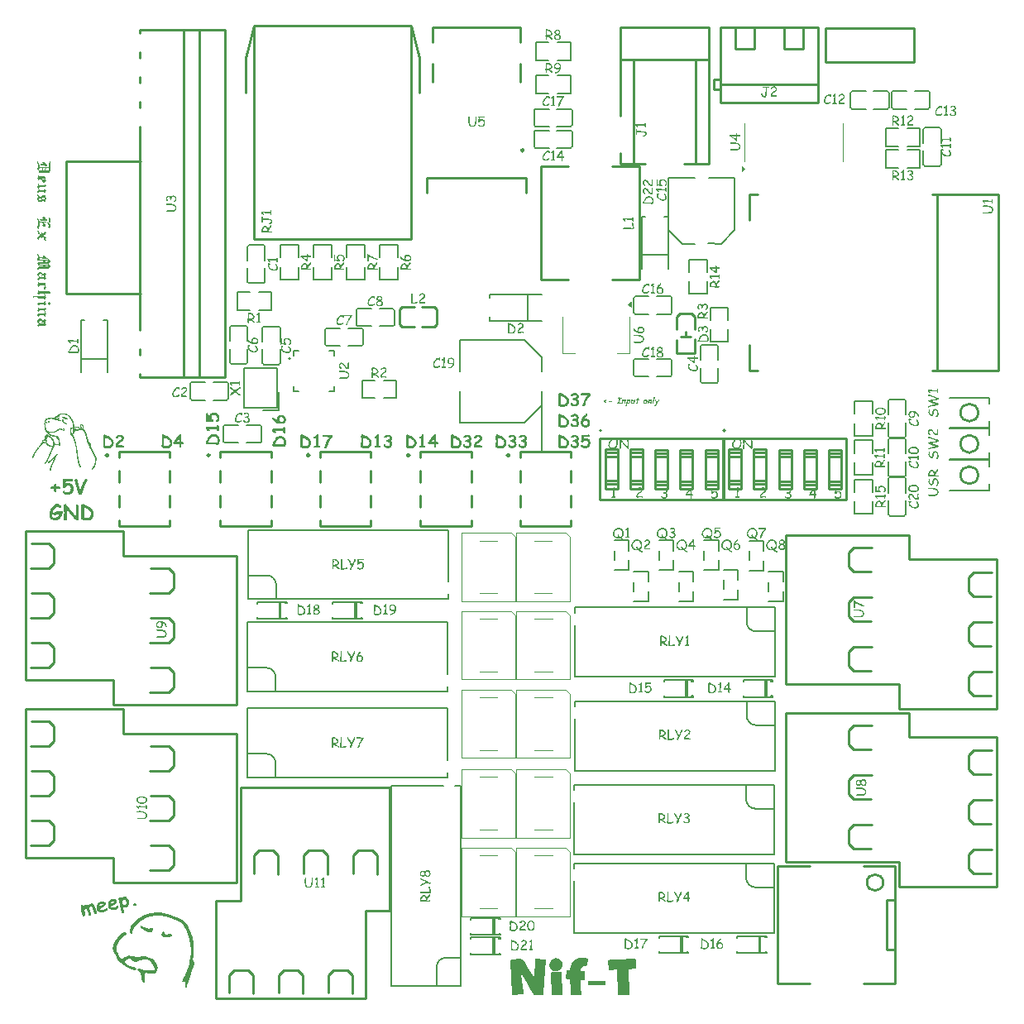
<source format=gbr>
%TF.GenerationSoftware,KiCad,Pcbnew,9.0.2*%
%TF.CreationDate,2025-12-13T10:39:55-05:00*%
%TF.ProjectId,Nif-T,4e69662d-542e-46b6-9963-61645f706362,rev?*%
%TF.SameCoordinates,Original*%
%TF.FileFunction,Legend,Top*%
%TF.FilePolarity,Positive*%
%FSLAX46Y46*%
G04 Gerber Fmt 4.6, Leading zero omitted, Abs format (unit mm)*
G04 Created by KiCad (PCBNEW 9.0.2) date 2025-12-13 10:39:55*
%MOMM*%
%LPD*%
G01*
G04 APERTURE LIST*
%ADD10C,0.200000*%
%ADD11C,0.150000*%
%ADD12C,0.300000*%
%ADD13C,0.158750*%
%ADD14C,0.100000*%
%ADD15C,0.250000*%
%ADD16C,0.120000*%
%ADD17C,0.000000*%
G04 APERTURE END LIST*
D10*
X203000000Y-93800000D02*
X203000000Y-89145000D01*
D11*
G36*
X243642355Y-97900400D02*
G01*
X243636710Y-97986674D01*
X243620844Y-98059567D01*
X243595897Y-98121221D01*
X243562350Y-98173394D01*
X243519989Y-98217366D01*
X243469287Y-98253255D01*
X243405599Y-98283497D01*
X243326435Y-98307441D01*
X243228852Y-98323917D01*
X243120640Y-98330899D01*
X242882332Y-98334175D01*
X242727848Y-98330084D01*
X242670391Y-98324286D01*
X242641020Y-98317811D01*
X242612240Y-98302516D01*
X242596486Y-98282448D01*
X242591133Y-98256262D01*
X242596985Y-98231151D01*
X242614564Y-98212396D01*
X242648183Y-98198969D01*
X242706538Y-98193430D01*
X243107402Y-98193430D01*
X243219854Y-98187204D01*
X243308197Y-98170313D01*
X243376834Y-98144907D01*
X243429491Y-98112322D01*
X243469052Y-98072955D01*
X243497345Y-98026217D01*
X243514967Y-97970594D01*
X243521210Y-97903819D01*
X243515290Y-97855888D01*
X243497862Y-97813167D01*
X243468175Y-97774174D01*
X243423924Y-97738186D01*
X243361491Y-97705307D01*
X243276208Y-97676411D01*
X243162549Y-97653013D01*
X243014242Y-97637141D01*
X242824324Y-97631244D01*
X242757341Y-97631244D01*
X242702691Y-97631916D01*
X242662049Y-97627991D01*
X242628197Y-97616895D01*
X242604579Y-97601299D01*
X242591580Y-97582756D01*
X242587226Y-97560231D01*
X242592740Y-97531097D01*
X242608285Y-97510796D01*
X242635767Y-97497265D01*
X242680893Y-97491904D01*
X242765706Y-97491232D01*
X242850519Y-97491232D01*
X243037628Y-97497738D01*
X243189658Y-97515570D01*
X243311781Y-97542471D01*
X243408684Y-97576600D01*
X243484523Y-97616605D01*
X243542834Y-97661710D01*
X243586407Y-97711786D01*
X243617133Y-97767383D01*
X243635868Y-97829683D01*
X243642355Y-97900400D01*
G37*
G36*
X243442381Y-97317820D02*
G01*
X243415800Y-97313202D01*
X243394998Y-97298341D01*
X243381301Y-97276121D01*
X243376618Y-97248821D01*
X243380502Y-97228429D01*
X243392644Y-97209122D01*
X243415270Y-97190081D01*
X243462293Y-97154477D01*
X243486467Y-97127921D01*
X243506577Y-97087253D01*
X243520065Y-97032349D01*
X243525118Y-96959210D01*
X243520002Y-96889701D01*
X243504909Y-96824397D01*
X243479872Y-96762473D01*
X243445641Y-96708738D01*
X243407888Y-96673534D01*
X243366071Y-96653206D01*
X243318489Y-96646335D01*
X243279417Y-96652056D01*
X243244766Y-96669061D01*
X243213156Y-96698661D01*
X243184155Y-96744032D01*
X243161012Y-96800641D01*
X243145367Y-96868038D01*
X243138237Y-96948219D01*
X243130726Y-97019089D01*
X243114731Y-97079829D01*
X243090976Y-97132012D01*
X243059112Y-97175665D01*
X243022711Y-97205254D01*
X242980985Y-97222889D01*
X242932219Y-97228976D01*
X242886845Y-97224033D01*
X242842683Y-97209060D01*
X242798830Y-97183166D01*
X242754632Y-97144624D01*
X242709713Y-97090979D01*
X242666911Y-97022274D01*
X242637506Y-96954438D01*
X242620278Y-96886759D01*
X242614581Y-96818404D01*
X242619787Y-96750469D01*
X242636929Y-96668805D01*
X242656344Y-96611226D01*
X242675264Y-96578741D01*
X242693315Y-96562884D01*
X242711362Y-96558163D01*
X242738256Y-96562306D01*
X242755854Y-96573373D01*
X242766766Y-96591526D01*
X242770896Y-96619651D01*
X242768156Y-96651855D01*
X242756913Y-96715273D01*
X242746044Y-96780033D01*
X242743541Y-96821152D01*
X242750376Y-96890620D01*
X242768152Y-96950379D01*
X242796297Y-97002197D01*
X242825769Y-97037301D01*
X242856527Y-97060650D01*
X242889080Y-97074178D01*
X242924403Y-97078706D01*
X242948227Y-97073614D01*
X242969150Y-97057821D01*
X242988153Y-97027895D01*
X243004576Y-96977589D01*
X243012113Y-96931205D01*
X243021001Y-96832082D01*
X243032311Y-96754374D01*
X243052840Y-96688951D01*
X243081783Y-96633848D01*
X243119003Y-96587534D01*
X243161052Y-96552011D01*
X243206587Y-96527119D01*
X243256408Y-96512085D01*
X243311650Y-96506933D01*
X243373846Y-96512942D01*
X243429669Y-96530466D01*
X243480494Y-96559518D01*
X243527254Y-96601116D01*
X243570364Y-96657204D01*
X243606531Y-96724029D01*
X243632598Y-96796136D01*
X243648586Y-96874404D01*
X243654078Y-96959882D01*
X243648525Y-97042112D01*
X243632287Y-97118046D01*
X243605657Y-97188676D01*
X243570155Y-97248352D01*
X243531572Y-97287191D01*
X243489526Y-97309660D01*
X243442381Y-97317820D01*
G37*
G36*
X243578280Y-95605523D02*
G01*
X243601566Y-95621187D01*
X243617585Y-95643998D01*
X243622815Y-95670035D01*
X243617592Y-95694522D01*
X243600833Y-95718518D01*
X243514840Y-95813401D01*
X243442388Y-95910784D01*
X243382583Y-96010949D01*
X243334753Y-96114287D01*
X243298461Y-96221291D01*
X243432794Y-96215857D01*
X243567861Y-96212438D01*
X243595769Y-96217398D01*
X243618236Y-96231916D01*
X243633335Y-96253724D01*
X243638447Y-96280765D01*
X243633337Y-96307752D01*
X243618236Y-96329552D01*
X243595829Y-96344071D01*
X243567983Y-96349030D01*
X243406905Y-96354160D01*
X243245765Y-96359289D01*
X243175215Y-96356431D01*
X243058370Y-96345672D01*
X242941600Y-96334858D01*
X242871585Y-96331994D01*
X242768332Y-96338467D01*
X242665017Y-96344939D01*
X242628138Y-96339387D01*
X242596629Y-96323080D01*
X242576784Y-96303468D01*
X242566011Y-96280063D01*
X242563778Y-96251333D01*
X242567338Y-96206270D01*
X242708370Y-96206270D01*
X242791596Y-96199432D01*
X242874822Y-96194669D01*
X243011720Y-96203523D01*
X243148557Y-96217872D01*
X243149289Y-96188135D01*
X243149961Y-96157788D01*
X243143633Y-96041460D01*
X243127073Y-95956851D01*
X243103189Y-95896815D01*
X243078890Y-95860305D01*
X243047501Y-95825801D01*
X243008912Y-95797060D01*
X242982105Y-95789592D01*
X242937770Y-95795593D01*
X242894051Y-95814068D01*
X242849719Y-95846938D01*
X242803991Y-95897548D01*
X242759767Y-95966318D01*
X242731111Y-96035187D01*
X242716613Y-96105154D01*
X242708370Y-96206270D01*
X242567338Y-96206270D01*
X242576784Y-96086714D01*
X242587618Y-96025056D01*
X242603065Y-95972893D01*
X242622580Y-95928933D01*
X242679639Y-95835421D01*
X242737366Y-95765068D01*
X242795767Y-95714043D01*
X242855286Y-95679363D01*
X242916811Y-95659051D01*
X242981617Y-95652267D01*
X243031001Y-95657902D01*
X243077444Y-95674766D01*
X243122052Y-95703677D01*
X243165532Y-95746544D01*
X243203992Y-95799672D01*
X243236689Y-95862301D01*
X243263351Y-95935772D01*
X243325982Y-95829077D01*
X243387076Y-95742233D01*
X243446652Y-95672677D01*
X243504846Y-95618134D01*
X243527861Y-95604659D01*
X243551496Y-95600365D01*
X243578280Y-95605523D01*
G37*
D12*
G36*
X184714667Y-92043142D02*
G01*
X184820770Y-92087900D01*
X184980440Y-92159863D01*
X185104765Y-92207481D01*
X185217861Y-92265790D01*
X185320748Y-92334746D01*
X185414238Y-92414606D01*
X185494767Y-92502775D01*
X185554523Y-92591401D01*
X185595869Y-92681204D01*
X185620326Y-92773217D01*
X185628501Y-92868721D01*
X185620340Y-92966861D01*
X185595938Y-93061495D01*
X185554753Y-93153862D01*
X185499161Y-93240122D01*
X185432039Y-93313413D01*
X185352588Y-93374871D01*
X185279877Y-93413091D01*
X185190393Y-93442418D01*
X185080857Y-93461546D01*
X184947482Y-93468471D01*
X184882121Y-93464255D01*
X184801693Y-93450247D01*
X184708292Y-93422655D01*
X184644661Y-93391311D01*
X184597320Y-93382012D01*
X184558738Y-93356260D01*
X184532731Y-93318395D01*
X184524075Y-93273440D01*
X184526657Y-93191783D01*
X184771295Y-93191783D01*
X184807051Y-93210548D01*
X184848920Y-93224352D01*
X184894136Y-93232371D01*
X184946551Y-93235209D01*
X185071832Y-93227933D01*
X185158147Y-93209319D01*
X185215485Y-93183097D01*
X185263183Y-93146398D01*
X185303968Y-93101802D01*
X185338242Y-93048476D01*
X185363777Y-92990358D01*
X185378831Y-92931539D01*
X185383840Y-92871281D01*
X185374714Y-92791369D01*
X185347310Y-92715613D01*
X185300162Y-92642232D01*
X185230041Y-92570069D01*
X185132199Y-92498667D01*
X185022956Y-92441276D01*
X184771295Y-92331940D01*
X184771295Y-93191783D01*
X184526657Y-93191783D01*
X184532295Y-93013502D01*
X184540515Y-92753486D01*
X184536637Y-92464856D01*
X184532760Y-92176303D01*
X184537362Y-92146176D01*
X184551941Y-92114895D01*
X184578746Y-92081386D01*
X184611590Y-92054168D01*
X184643920Y-92039045D01*
X184676765Y-92034160D01*
X184714667Y-92043142D01*
G37*
G36*
X186396062Y-93384100D02*
G01*
X186051675Y-93384100D01*
X185983756Y-93378425D01*
X185938733Y-93363951D01*
X185910075Y-93343120D01*
X185893479Y-93316148D01*
X185887663Y-93280962D01*
X185894184Y-93241280D01*
X185912769Y-93210905D01*
X185944802Y-93187487D01*
X185995045Y-93171239D01*
X186070752Y-93164874D01*
X186108905Y-93165727D01*
X186108905Y-92393978D01*
X186038375Y-92437284D01*
X186010885Y-92446090D01*
X185965577Y-92437467D01*
X185926282Y-92411349D01*
X185899104Y-92373345D01*
X185890300Y-92330545D01*
X185895788Y-92300955D01*
X185913803Y-92268777D01*
X185948460Y-92232447D01*
X186046480Y-92161182D01*
X186152331Y-92076112D01*
X186197408Y-92048987D01*
X186238974Y-92033960D01*
X186278113Y-92029196D01*
X186312337Y-92035085D01*
X186335486Y-92051263D01*
X186350410Y-92078876D01*
X186356203Y-92123028D01*
X186347517Y-92414218D01*
X186341342Y-92622259D01*
X186338832Y-92950456D01*
X186338832Y-93160764D01*
X186396062Y-93160764D01*
X186442758Y-93168916D01*
X186480666Y-93192791D01*
X186506340Y-93228637D01*
X186514942Y-93272432D01*
X186506340Y-93316226D01*
X186480666Y-93352073D01*
X186442758Y-93375948D01*
X186396062Y-93384100D01*
G37*
G36*
X187562913Y-92680592D02*
G01*
X187627743Y-92725751D01*
X187676827Y-92778990D01*
X187712047Y-92841148D01*
X187733944Y-92914000D01*
X187741659Y-93000086D01*
X187733346Y-93085889D01*
X187709030Y-93163441D01*
X187668605Y-93234564D01*
X187610605Y-93300504D01*
X187541511Y-93354500D01*
X187466364Y-93392656D01*
X187383872Y-93415838D01*
X187292274Y-93423804D01*
X187200468Y-93417304D01*
X187117031Y-93398414D01*
X187040633Y-93367582D01*
X186979600Y-93329977D01*
X186931127Y-93286531D01*
X186893655Y-93237003D01*
X186866308Y-93180616D01*
X186859328Y-93141610D01*
X186863665Y-93111117D01*
X186876414Y-93084656D01*
X186898335Y-93061116D01*
X186937378Y-93039074D01*
X186981620Y-93031725D01*
X187015920Y-93036641D01*
X187044655Y-93050910D01*
X187069248Y-93075229D01*
X187133457Y-93156964D01*
X187171801Y-93179784D01*
X187223408Y-93194854D01*
X187292196Y-93200468D01*
X187345427Y-93194870D01*
X187393155Y-93178494D01*
X187436667Y-93151148D01*
X187471994Y-93114876D01*
X187492031Y-93075858D01*
X187498704Y-93032578D01*
X187490935Y-92967110D01*
X187468937Y-92913793D01*
X187432855Y-92869786D01*
X187380465Y-92833734D01*
X187307490Y-92805990D01*
X187208058Y-92788538D01*
X187147244Y-92775390D01*
X187109532Y-92752963D01*
X187088083Y-92722357D01*
X187080570Y-92680980D01*
X187086126Y-92648776D01*
X187102726Y-92621071D01*
X187132364Y-92596507D01*
X187179443Y-92575128D01*
X187365944Y-92532167D01*
X187419810Y-92509702D01*
X187454425Y-92484010D01*
X187476835Y-92451235D01*
X187484823Y-92412977D01*
X187478662Y-92368224D01*
X187458715Y-92334107D01*
X187423542Y-92307809D01*
X187367670Y-92289508D01*
X187282658Y-92282310D01*
X187238885Y-92287452D01*
X187189933Y-92304009D01*
X187134310Y-92334422D01*
X187058357Y-92377177D01*
X187024193Y-92386534D01*
X186978425Y-92377664D01*
X186939977Y-92351017D01*
X186913765Y-92312613D01*
X186905314Y-92270446D01*
X186911942Y-92239068D01*
X186933973Y-92205287D01*
X186977393Y-92167267D01*
X187051102Y-92123959D01*
X187140353Y-92084908D01*
X187209486Y-92064816D01*
X187262728Y-92058975D01*
X187361950Y-92064981D01*
X187446367Y-92081886D01*
X187518230Y-92108448D01*
X187579431Y-92144044D01*
X187636708Y-92195889D01*
X187676997Y-92256434D01*
X187701731Y-92327380D01*
X187710408Y-92411504D01*
X187705979Y-92474258D01*
X187693434Y-92528026D01*
X187673495Y-92574275D01*
X187645198Y-92615544D01*
X187608680Y-92650852D01*
X187562913Y-92680592D01*
G37*
G36*
X189314667Y-92043142D02*
G01*
X189420770Y-92087900D01*
X189580440Y-92159863D01*
X189704765Y-92207481D01*
X189817861Y-92265790D01*
X189920748Y-92334746D01*
X190014238Y-92414606D01*
X190094767Y-92502775D01*
X190154523Y-92591401D01*
X190195869Y-92681204D01*
X190220326Y-92773217D01*
X190228501Y-92868721D01*
X190220340Y-92966861D01*
X190195938Y-93061495D01*
X190154753Y-93153862D01*
X190099161Y-93240122D01*
X190032039Y-93313413D01*
X189952588Y-93374871D01*
X189879877Y-93413091D01*
X189790393Y-93442418D01*
X189680857Y-93461546D01*
X189547482Y-93468471D01*
X189482121Y-93464255D01*
X189401693Y-93450247D01*
X189308292Y-93422655D01*
X189244661Y-93391311D01*
X189197320Y-93382012D01*
X189158738Y-93356260D01*
X189132731Y-93318395D01*
X189124075Y-93273440D01*
X189126657Y-93191783D01*
X189371295Y-93191783D01*
X189407051Y-93210548D01*
X189448920Y-93224352D01*
X189494136Y-93232371D01*
X189546551Y-93235209D01*
X189671832Y-93227933D01*
X189758147Y-93209319D01*
X189815485Y-93183097D01*
X189863183Y-93146398D01*
X189903968Y-93101802D01*
X189938242Y-93048476D01*
X189963777Y-92990358D01*
X189978831Y-92931539D01*
X189983840Y-92871281D01*
X189974714Y-92791369D01*
X189947310Y-92715613D01*
X189900162Y-92642232D01*
X189830041Y-92570069D01*
X189732199Y-92498667D01*
X189622956Y-92441276D01*
X189371295Y-92331940D01*
X189371295Y-93191783D01*
X189126657Y-93191783D01*
X189132295Y-93013502D01*
X189140515Y-92753486D01*
X189136637Y-92464856D01*
X189132760Y-92176303D01*
X189137362Y-92146176D01*
X189151941Y-92114895D01*
X189178746Y-92081386D01*
X189211590Y-92054168D01*
X189243920Y-92039045D01*
X189276765Y-92034160D01*
X189314667Y-92043142D01*
G37*
G36*
X190996062Y-93384100D02*
G01*
X190651675Y-93384100D01*
X190583756Y-93378425D01*
X190538733Y-93363951D01*
X190510075Y-93343120D01*
X190493479Y-93316148D01*
X190487663Y-93280962D01*
X190494184Y-93241280D01*
X190512769Y-93210905D01*
X190544802Y-93187487D01*
X190595045Y-93171239D01*
X190670752Y-93164874D01*
X190708905Y-93165727D01*
X190708905Y-92393978D01*
X190638375Y-92437284D01*
X190610885Y-92446090D01*
X190565577Y-92437467D01*
X190526282Y-92411349D01*
X190499104Y-92373345D01*
X190490300Y-92330545D01*
X190495788Y-92300955D01*
X190513803Y-92268777D01*
X190548460Y-92232447D01*
X190646480Y-92161182D01*
X190752331Y-92076112D01*
X190797408Y-92048987D01*
X190838974Y-92033960D01*
X190878113Y-92029196D01*
X190912337Y-92035085D01*
X190935486Y-92051263D01*
X190950410Y-92078876D01*
X190956203Y-92123028D01*
X190947517Y-92414218D01*
X190941342Y-92622259D01*
X190938832Y-92950456D01*
X190938832Y-93160764D01*
X190996062Y-93160764D01*
X191042758Y-93168916D01*
X191080666Y-93192791D01*
X191106340Y-93228637D01*
X191114942Y-93272432D01*
X191106340Y-93316226D01*
X191080666Y-93352073D01*
X191042758Y-93375948D01*
X190996062Y-93384100D01*
G37*
G36*
X192154042Y-92035923D02*
G01*
X192194165Y-92055330D01*
X192218734Y-92079051D01*
X192233289Y-92107833D01*
X192238367Y-92143346D01*
X192239220Y-92798464D01*
X192343258Y-92807574D01*
X192391057Y-92821805D01*
X192413666Y-92841042D01*
X192428097Y-92870284D01*
X192433553Y-92913466D01*
X192426437Y-92956865D01*
X192405114Y-92988765D01*
X192367638Y-93012028D01*
X192316222Y-93024287D01*
X192239220Y-93026762D01*
X192238367Y-93298332D01*
X192229938Y-93342583D01*
X192207115Y-93377586D01*
X192172313Y-93400717D01*
X192124760Y-93408915D01*
X192077904Y-93402079D01*
X192043775Y-93383215D01*
X192019052Y-93352014D01*
X192003274Y-93304695D01*
X191998979Y-93234821D01*
X191998979Y-93026762D01*
X191652808Y-93026762D01*
X191529124Y-93019387D01*
X191451492Y-93001208D01*
X191405969Y-92976693D01*
X191382101Y-92947713D01*
X191374337Y-92912846D01*
X191378924Y-92882385D01*
X191394088Y-92847256D01*
X191422959Y-92805831D01*
X191429468Y-92798464D01*
X191739506Y-92798464D01*
X191998979Y-92798464D01*
X191998979Y-92406386D01*
X191739506Y-92798464D01*
X191429468Y-92798464D01*
X191503608Y-92714558D01*
X191929574Y-92119616D01*
X191966786Y-92079323D01*
X192007881Y-92051561D01*
X192053703Y-92034915D01*
X192105683Y-92029196D01*
X192154042Y-92035923D01*
G37*
G36*
X193914667Y-92043142D02*
G01*
X194020770Y-92087900D01*
X194180440Y-92159863D01*
X194304765Y-92207481D01*
X194417861Y-92265790D01*
X194520748Y-92334746D01*
X194614238Y-92414606D01*
X194694767Y-92502775D01*
X194754523Y-92591401D01*
X194795869Y-92681204D01*
X194820326Y-92773217D01*
X194828501Y-92868721D01*
X194820340Y-92966861D01*
X194795938Y-93061495D01*
X194754753Y-93153862D01*
X194699161Y-93240122D01*
X194632039Y-93313413D01*
X194552588Y-93374871D01*
X194479877Y-93413091D01*
X194390393Y-93442418D01*
X194280857Y-93461546D01*
X194147482Y-93468471D01*
X194082121Y-93464255D01*
X194001693Y-93450247D01*
X193908292Y-93422655D01*
X193844661Y-93391311D01*
X193797320Y-93382012D01*
X193758738Y-93356260D01*
X193732731Y-93318395D01*
X193724075Y-93273440D01*
X193726657Y-93191783D01*
X193971295Y-93191783D01*
X194007051Y-93210548D01*
X194048920Y-93224352D01*
X194094136Y-93232371D01*
X194146551Y-93235209D01*
X194271832Y-93227933D01*
X194358147Y-93209319D01*
X194415485Y-93183097D01*
X194463183Y-93146398D01*
X194503968Y-93101802D01*
X194538242Y-93048476D01*
X194563777Y-92990358D01*
X194578831Y-92931539D01*
X194583840Y-92871281D01*
X194574714Y-92791369D01*
X194547310Y-92715613D01*
X194500162Y-92642232D01*
X194430041Y-92570069D01*
X194332199Y-92498667D01*
X194222956Y-92441276D01*
X193971295Y-92331940D01*
X193971295Y-93191783D01*
X193726657Y-93191783D01*
X193732295Y-93013502D01*
X193740515Y-92753486D01*
X193736637Y-92464856D01*
X193732760Y-92176303D01*
X193737362Y-92146176D01*
X193751941Y-92114895D01*
X193778746Y-92081386D01*
X193811590Y-92054168D01*
X193843920Y-92039045D01*
X193876765Y-92034160D01*
X193914667Y-92043142D01*
G37*
G36*
X195678495Y-92680592D02*
G01*
X195743324Y-92725751D01*
X195792409Y-92778990D01*
X195827629Y-92841148D01*
X195849525Y-92914000D01*
X195857241Y-93000086D01*
X195848928Y-93085889D01*
X195824611Y-93163441D01*
X195784186Y-93234564D01*
X195726186Y-93300504D01*
X195657092Y-93354500D01*
X195581945Y-93392656D01*
X195499453Y-93415838D01*
X195407855Y-93423804D01*
X195316049Y-93417304D01*
X195232613Y-93398414D01*
X195156215Y-93367582D01*
X195095181Y-93329977D01*
X195046709Y-93286531D01*
X195009236Y-93237003D01*
X194981889Y-93180616D01*
X194974910Y-93141610D01*
X194979246Y-93111117D01*
X194991996Y-93084656D01*
X195013916Y-93061116D01*
X195052959Y-93039074D01*
X195097201Y-93031725D01*
X195131501Y-93036641D01*
X195160236Y-93050910D01*
X195184830Y-93075229D01*
X195249039Y-93156964D01*
X195287382Y-93179784D01*
X195338989Y-93194854D01*
X195407778Y-93200468D01*
X195461008Y-93194870D01*
X195508736Y-93178494D01*
X195552248Y-93151148D01*
X195587575Y-93114876D01*
X195607612Y-93075858D01*
X195614286Y-93032578D01*
X195606517Y-92967110D01*
X195584518Y-92913793D01*
X195548437Y-92869786D01*
X195496046Y-92833734D01*
X195423072Y-92805990D01*
X195323639Y-92788538D01*
X195262825Y-92775390D01*
X195225113Y-92752963D01*
X195203664Y-92722357D01*
X195196152Y-92680980D01*
X195201708Y-92648776D01*
X195218307Y-92621071D01*
X195247945Y-92596507D01*
X195295024Y-92575128D01*
X195481525Y-92532167D01*
X195535391Y-92509702D01*
X195570006Y-92484010D01*
X195592417Y-92451235D01*
X195600405Y-92412977D01*
X195594243Y-92368224D01*
X195574297Y-92334107D01*
X195539123Y-92307809D01*
X195483252Y-92289508D01*
X195398239Y-92282310D01*
X195354466Y-92287452D01*
X195305514Y-92304009D01*
X195249892Y-92334422D01*
X195173938Y-92377177D01*
X195139775Y-92386534D01*
X195094006Y-92377664D01*
X195055559Y-92351017D01*
X195029346Y-92312613D01*
X195020895Y-92270446D01*
X195027523Y-92239068D01*
X195049554Y-92205287D01*
X195092974Y-92167267D01*
X195166684Y-92123959D01*
X195255934Y-92084908D01*
X195325068Y-92064816D01*
X195378310Y-92058975D01*
X195477531Y-92064981D01*
X195561948Y-92081886D01*
X195633811Y-92108448D01*
X195695012Y-92144044D01*
X195752290Y-92195889D01*
X195792578Y-92256434D01*
X195817312Y-92327380D01*
X195825989Y-92411504D01*
X195821560Y-92474258D01*
X195809015Y-92528026D01*
X195789077Y-92574275D01*
X195760779Y-92615544D01*
X195724262Y-92650852D01*
X195678495Y-92680592D01*
G37*
G36*
X196841856Y-93384100D02*
G01*
X196774545Y-93377120D01*
X196709096Y-93370063D01*
X196454043Y-93369210D01*
X196354240Y-93376655D01*
X196253661Y-93384100D01*
X196225900Y-93380610D01*
X196198138Y-93377120D01*
X196150196Y-93369561D01*
X196116106Y-93348696D01*
X196092286Y-93313764D01*
X196080036Y-93268188D01*
X196074915Y-93190464D01*
X196083564Y-93084341D01*
X196108000Y-92994770D01*
X196146957Y-92918739D01*
X196188062Y-92866423D01*
X196246681Y-92810456D01*
X196326556Y-92750307D01*
X196559895Y-92596609D01*
X196623600Y-92541159D01*
X196665383Y-92485684D01*
X196689171Y-92429272D01*
X196696998Y-92370326D01*
X196692208Y-92350856D01*
X196675826Y-92329487D01*
X196642327Y-92304876D01*
X196586963Y-92280101D01*
X196535623Y-92272384D01*
X196476784Y-92280461D01*
X196412574Y-92306394D01*
X196340824Y-92354274D01*
X196267982Y-92407275D01*
X196224388Y-92430499D01*
X196199844Y-92436164D01*
X196156139Y-92430393D01*
X196119117Y-92413675D01*
X196094701Y-92392366D01*
X196080604Y-92367133D01*
X196075768Y-92336593D01*
X196080505Y-92303248D01*
X196094614Y-92273291D01*
X196119117Y-92245630D01*
X196222811Y-92161551D01*
X196302206Y-92110543D01*
X196379214Y-92076040D01*
X196456687Y-92055773D01*
X196535623Y-92049049D01*
X196633296Y-92057983D01*
X196722916Y-92084228D01*
X196806262Y-92127914D01*
X196868718Y-92178570D01*
X196910876Y-92233885D01*
X196935748Y-92294895D01*
X196944218Y-92363657D01*
X196936193Y-92459831D01*
X196913325Y-92542482D01*
X196876520Y-92614057D01*
X196837279Y-92665291D01*
X196782484Y-92718628D01*
X196709096Y-92774424D01*
X196492196Y-92910442D01*
X196414090Y-92970928D01*
X196361445Y-93031366D01*
X196329454Y-93092488D01*
X196315234Y-93155801D01*
X196455749Y-93144014D01*
X196720417Y-93135949D01*
X196794002Y-93143794D01*
X196867834Y-93167821D01*
X196921949Y-93199940D01*
X196949511Y-93233345D01*
X196958099Y-93269485D01*
X196950147Y-93311316D01*
X196925995Y-93347885D01*
X196888141Y-93375009D01*
X196841856Y-93384100D01*
G37*
G36*
X198514667Y-92043142D02*
G01*
X198620770Y-92087900D01*
X198780440Y-92159863D01*
X198904765Y-92207481D01*
X199017861Y-92265790D01*
X199120748Y-92334746D01*
X199214238Y-92414606D01*
X199294767Y-92502775D01*
X199354523Y-92591401D01*
X199395869Y-92681204D01*
X199420326Y-92773217D01*
X199428501Y-92868721D01*
X199420340Y-92966861D01*
X199395938Y-93061495D01*
X199354753Y-93153862D01*
X199299161Y-93240122D01*
X199232039Y-93313413D01*
X199152588Y-93374871D01*
X199079877Y-93413091D01*
X198990393Y-93442418D01*
X198880857Y-93461546D01*
X198747482Y-93468471D01*
X198682121Y-93464255D01*
X198601693Y-93450247D01*
X198508292Y-93422655D01*
X198444661Y-93391311D01*
X198397320Y-93382012D01*
X198358738Y-93356260D01*
X198332731Y-93318395D01*
X198324075Y-93273440D01*
X198326657Y-93191783D01*
X198571295Y-93191783D01*
X198607051Y-93210548D01*
X198648920Y-93224352D01*
X198694136Y-93232371D01*
X198746551Y-93235209D01*
X198871832Y-93227933D01*
X198958147Y-93209319D01*
X199015485Y-93183097D01*
X199063183Y-93146398D01*
X199103968Y-93101802D01*
X199138242Y-93048476D01*
X199163777Y-92990358D01*
X199178831Y-92931539D01*
X199183840Y-92871281D01*
X199174714Y-92791369D01*
X199147310Y-92715613D01*
X199100162Y-92642232D01*
X199030041Y-92570069D01*
X198932199Y-92498667D01*
X198822956Y-92441276D01*
X198571295Y-92331940D01*
X198571295Y-93191783D01*
X198326657Y-93191783D01*
X198332295Y-93013502D01*
X198340515Y-92753486D01*
X198336637Y-92464856D01*
X198332760Y-92176303D01*
X198337362Y-92146176D01*
X198351941Y-92114895D01*
X198378746Y-92081386D01*
X198411590Y-92054168D01*
X198443920Y-92039045D01*
X198476765Y-92034160D01*
X198514667Y-92043142D01*
G37*
G36*
X200278495Y-92680592D02*
G01*
X200343324Y-92725751D01*
X200392409Y-92778990D01*
X200427629Y-92841148D01*
X200449525Y-92914000D01*
X200457241Y-93000086D01*
X200448928Y-93085889D01*
X200424611Y-93163441D01*
X200384186Y-93234564D01*
X200326186Y-93300504D01*
X200257092Y-93354500D01*
X200181945Y-93392656D01*
X200099453Y-93415838D01*
X200007855Y-93423804D01*
X199916049Y-93417304D01*
X199832613Y-93398414D01*
X199756215Y-93367582D01*
X199695181Y-93329977D01*
X199646709Y-93286531D01*
X199609236Y-93237003D01*
X199581889Y-93180616D01*
X199574910Y-93141610D01*
X199579246Y-93111117D01*
X199591996Y-93084656D01*
X199613916Y-93061116D01*
X199652959Y-93039074D01*
X199697201Y-93031725D01*
X199731501Y-93036641D01*
X199760236Y-93050910D01*
X199784830Y-93075229D01*
X199849039Y-93156964D01*
X199887382Y-93179784D01*
X199938989Y-93194854D01*
X200007778Y-93200468D01*
X200061008Y-93194870D01*
X200108736Y-93178494D01*
X200152248Y-93151148D01*
X200187575Y-93114876D01*
X200207612Y-93075858D01*
X200214286Y-93032578D01*
X200206517Y-92967110D01*
X200184518Y-92913793D01*
X200148437Y-92869786D01*
X200096046Y-92833734D01*
X200023072Y-92805990D01*
X199923639Y-92788538D01*
X199862825Y-92775390D01*
X199825113Y-92752963D01*
X199803664Y-92722357D01*
X199796152Y-92680980D01*
X199801708Y-92648776D01*
X199818307Y-92621071D01*
X199847945Y-92596507D01*
X199895024Y-92575128D01*
X200081525Y-92532167D01*
X200135391Y-92509702D01*
X200170006Y-92484010D01*
X200192417Y-92451235D01*
X200200405Y-92412977D01*
X200194243Y-92368224D01*
X200174297Y-92334107D01*
X200139123Y-92307809D01*
X200083252Y-92289508D01*
X199998239Y-92282310D01*
X199954466Y-92287452D01*
X199905514Y-92304009D01*
X199849892Y-92334422D01*
X199773938Y-92377177D01*
X199739775Y-92386534D01*
X199694006Y-92377664D01*
X199655559Y-92351017D01*
X199629346Y-92312613D01*
X199620895Y-92270446D01*
X199627523Y-92239068D01*
X199649554Y-92205287D01*
X199692974Y-92167267D01*
X199766684Y-92123959D01*
X199855934Y-92084908D01*
X199925068Y-92064816D01*
X199978310Y-92058975D01*
X200077531Y-92064981D01*
X200161948Y-92081886D01*
X200233811Y-92108448D01*
X200295012Y-92144044D01*
X200352290Y-92195889D01*
X200392578Y-92256434D01*
X200417312Y-92327380D01*
X200425989Y-92411504D01*
X200421560Y-92474258D01*
X200409015Y-92528026D01*
X200389077Y-92574275D01*
X200360779Y-92615544D01*
X200324262Y-92650852D01*
X200278495Y-92680592D01*
G37*
G36*
X201362913Y-92680592D02*
G01*
X201427743Y-92725751D01*
X201476827Y-92778990D01*
X201512047Y-92841148D01*
X201533944Y-92914000D01*
X201541659Y-93000086D01*
X201533346Y-93085889D01*
X201509030Y-93163441D01*
X201468605Y-93234564D01*
X201410605Y-93300504D01*
X201341511Y-93354500D01*
X201266364Y-93392656D01*
X201183872Y-93415838D01*
X201092274Y-93423804D01*
X201000468Y-93417304D01*
X200917031Y-93398414D01*
X200840633Y-93367582D01*
X200779600Y-93329977D01*
X200731127Y-93286531D01*
X200693655Y-93237003D01*
X200666308Y-93180616D01*
X200659328Y-93141610D01*
X200663665Y-93111117D01*
X200676414Y-93084656D01*
X200698335Y-93061116D01*
X200737378Y-93039074D01*
X200781620Y-93031725D01*
X200815920Y-93036641D01*
X200844655Y-93050910D01*
X200869248Y-93075229D01*
X200933457Y-93156964D01*
X200971801Y-93179784D01*
X201023408Y-93194854D01*
X201092196Y-93200468D01*
X201145427Y-93194870D01*
X201193155Y-93178494D01*
X201236667Y-93151148D01*
X201271994Y-93114876D01*
X201292031Y-93075858D01*
X201298704Y-93032578D01*
X201290935Y-92967110D01*
X201268937Y-92913793D01*
X201232855Y-92869786D01*
X201180465Y-92833734D01*
X201107490Y-92805990D01*
X201008058Y-92788538D01*
X200947244Y-92775390D01*
X200909532Y-92752963D01*
X200888083Y-92722357D01*
X200880570Y-92680980D01*
X200886126Y-92648776D01*
X200902726Y-92621071D01*
X200932364Y-92596507D01*
X200979443Y-92575128D01*
X201165944Y-92532167D01*
X201219810Y-92509702D01*
X201254425Y-92484010D01*
X201276835Y-92451235D01*
X201284823Y-92412977D01*
X201278662Y-92368224D01*
X201258715Y-92334107D01*
X201223542Y-92307809D01*
X201167670Y-92289508D01*
X201082658Y-92282310D01*
X201038885Y-92287452D01*
X200989933Y-92304009D01*
X200934310Y-92334422D01*
X200858357Y-92377177D01*
X200824193Y-92386534D01*
X200778425Y-92377664D01*
X200739977Y-92351017D01*
X200713765Y-92312613D01*
X200705314Y-92270446D01*
X200711942Y-92239068D01*
X200733973Y-92205287D01*
X200777393Y-92167267D01*
X200851102Y-92123959D01*
X200940353Y-92084908D01*
X201009486Y-92064816D01*
X201062728Y-92058975D01*
X201161950Y-92064981D01*
X201246367Y-92081886D01*
X201318230Y-92108448D01*
X201379431Y-92144044D01*
X201436708Y-92195889D01*
X201476997Y-92256434D01*
X201501731Y-92327380D01*
X201510408Y-92411504D01*
X201505979Y-92474258D01*
X201493434Y-92528026D01*
X201473495Y-92574275D01*
X201445198Y-92615544D01*
X201408680Y-92650852D01*
X201362913Y-92680592D01*
G37*
G36*
X153967912Y-100142971D02*
G01*
X153922781Y-100291618D01*
X153860876Y-100420983D01*
X153782541Y-100533554D01*
X153687185Y-100631152D01*
X153597977Y-100697827D01*
X153504085Y-100749003D01*
X153404706Y-100785554D01*
X153298791Y-100807769D01*
X153185083Y-100815341D01*
X153048593Y-100804964D01*
X152938022Y-100776222D01*
X152848478Y-100731468D01*
X152776221Y-100671269D01*
X152719913Y-100595932D01*
X152677459Y-100501691D01*
X152649926Y-100384399D01*
X152639933Y-100238867D01*
X152647608Y-100109962D01*
X152671020Y-99977839D01*
X152711054Y-99841585D01*
X152768985Y-99700312D01*
X152840266Y-99565323D01*
X152919395Y-99446694D01*
X153006259Y-99342974D01*
X153101003Y-99252981D01*
X153175989Y-99198998D01*
X153251224Y-99161972D01*
X153327629Y-99140229D01*
X153406367Y-99132997D01*
X153471804Y-99139377D01*
X153559963Y-99161628D01*
X153676927Y-99205262D01*
X153780177Y-99257586D01*
X153840374Y-99304685D01*
X153870682Y-99347419D01*
X153879801Y-99388078D01*
X153869522Y-99440331D01*
X153837761Y-99487729D01*
X153807498Y-99512174D01*
X153773429Y-99526643D01*
X153734263Y-99531601D01*
X153696061Y-99521535D01*
X153598525Y-99472983D01*
X153526640Y-99438920D01*
X153463137Y-99420203D01*
X153406367Y-99414364D01*
X153366540Y-99422446D01*
X153314969Y-99451189D01*
X153246924Y-99510324D01*
X153157423Y-99612751D01*
X153073195Y-99733213D01*
X153009445Y-99854999D01*
X152964642Y-99978933D01*
X152937879Y-100106036D01*
X152928903Y-100237493D01*
X152936177Y-100351629D01*
X152954274Y-100424977D01*
X152979095Y-100469585D01*
X153019917Y-100502366D01*
X153085150Y-100525045D01*
X153185083Y-100533974D01*
X153286720Y-100523966D01*
X153377854Y-100494771D01*
X153460772Y-100446321D01*
X153535626Y-100377342D01*
X153597796Y-100288562D01*
X153647252Y-100176402D01*
X153490073Y-100195673D01*
X153352884Y-100227345D01*
X153233260Y-100270191D01*
X153201115Y-100281058D01*
X153169696Y-100284571D01*
X153129476Y-100279260D01*
X153094778Y-100263766D01*
X153064183Y-100237493D01*
X153035596Y-100192448D01*
X153026264Y-100142513D01*
X153036612Y-100092938D01*
X153069172Y-100047087D01*
X153131161Y-100002878D01*
X153235051Y-99960899D01*
X153397208Y-99923886D01*
X153614835Y-99898491D01*
X153884931Y-99889173D01*
X153941906Y-99899328D01*
X153987971Y-99929106D01*
X154019058Y-99973546D01*
X154029461Y-100027292D01*
X154022467Y-100073839D01*
X154002307Y-100111666D01*
X153967912Y-100142971D01*
G37*
G36*
X155647418Y-100492117D02*
G01*
X155630015Y-100653958D01*
X155611917Y-100713881D01*
X155581943Y-100753364D01*
X155539560Y-100777309D01*
X155480355Y-100786032D01*
X155435053Y-100778562D01*
X155382029Y-100753552D01*
X155318422Y-100705157D01*
X155131927Y-100527000D01*
X154922870Y-100305623D01*
X154689002Y-100035121D01*
X154427974Y-99709196D01*
X154421837Y-100036359D01*
X154425409Y-100280450D01*
X154429073Y-100524540D01*
X154420103Y-100655329D01*
X154397712Y-100739182D01*
X154366757Y-100789978D01*
X154328792Y-100817736D01*
X154281520Y-100827065D01*
X154233573Y-100821608D01*
X154194221Y-100806147D01*
X154161536Y-100780903D01*
X154131641Y-100735726D01*
X154121602Y-100681527D01*
X154128196Y-100557513D01*
X154134883Y-100433498D01*
X154139004Y-100252148D01*
X154143126Y-100070706D01*
X154140012Y-99875983D01*
X154136989Y-99681169D01*
X154124716Y-99497804D01*
X154112443Y-99314255D01*
X154118076Y-99275508D01*
X154135129Y-99239364D01*
X154165199Y-99204621D01*
X154202578Y-99177552D01*
X154242349Y-99161753D01*
X154285642Y-99156444D01*
X154331005Y-99167480D01*
X154385502Y-99206412D01*
X154453620Y-99287419D01*
X154698130Y-99620262D01*
X154932305Y-99909006D01*
X155156652Y-100157507D01*
X155371728Y-100369385D01*
X155372736Y-100213771D01*
X155369482Y-99749299D01*
X155362478Y-99532700D01*
X155349197Y-99422150D01*
X155338939Y-99309493D01*
X155345462Y-99256642D01*
X155363062Y-99218793D01*
X155390954Y-99191978D01*
X155431276Y-99174671D01*
X155488599Y-99168168D01*
X155529161Y-99176859D01*
X155564990Y-99203916D01*
X155597763Y-99255421D01*
X155626327Y-99342321D01*
X155647266Y-99479105D01*
X155655569Y-99683184D01*
X155653554Y-99845026D01*
X155647418Y-100492117D01*
G37*
G36*
X156106267Y-99161192D02*
G01*
X156231585Y-99214055D01*
X156420171Y-99299051D01*
X156567013Y-99355293D01*
X156700590Y-99424161D01*
X156822111Y-99505606D01*
X156932532Y-99599928D01*
X157027645Y-99704066D01*
X157098223Y-99808741D01*
X157147056Y-99914808D01*
X157175942Y-100023484D01*
X157185598Y-100136285D01*
X157175960Y-100252198D01*
X157147138Y-100363971D01*
X157098495Y-100473066D01*
X157032834Y-100574948D01*
X156953557Y-100661511D01*
X156859717Y-100734100D01*
X156773837Y-100779242D01*
X156668148Y-100813880D01*
X156538775Y-100836472D01*
X156381245Y-100844651D01*
X156304046Y-100839671D01*
X156209054Y-100823127D01*
X156098737Y-100790537D01*
X156023582Y-100753517D01*
X155967668Y-100742534D01*
X155922099Y-100712118D01*
X155891382Y-100667395D01*
X155881158Y-100614299D01*
X155884208Y-100517854D01*
X156173150Y-100517854D01*
X156215381Y-100540017D01*
X156264833Y-100556322D01*
X156318238Y-100565793D01*
X156380146Y-100569145D01*
X156528115Y-100560551D01*
X156630062Y-100538566D01*
X156697784Y-100507595D01*
X156754120Y-100464250D01*
X156802292Y-100411577D01*
X156842773Y-100348593D01*
X156872932Y-100279951D01*
X156890712Y-100210479D01*
X156896628Y-100139308D01*
X156885850Y-100044924D01*
X156853482Y-99955449D01*
X156797796Y-99868778D01*
X156714977Y-99783546D01*
X156599415Y-99699213D01*
X156470388Y-99631428D01*
X156173150Y-99502292D01*
X156173150Y-100517854D01*
X155884208Y-100517854D01*
X155890867Y-100307286D01*
X155900575Y-100000181D01*
X155895996Y-99659279D01*
X155891416Y-99318469D01*
X155896852Y-99282885D01*
X155914071Y-99245940D01*
X155945730Y-99206361D01*
X155984522Y-99174214D01*
X156022707Y-99156352D01*
X156061501Y-99150582D01*
X156106267Y-99161192D01*
G37*
G36*
X169566861Y-91979659D02*
G01*
X169661495Y-92004061D01*
X169753862Y-92045246D01*
X169840122Y-92100838D01*
X169913413Y-92167960D01*
X169974871Y-92247411D01*
X170013091Y-92320122D01*
X170042418Y-92409606D01*
X170061546Y-92519142D01*
X170068471Y-92652517D01*
X170064255Y-92717878D01*
X170050247Y-92798306D01*
X170022655Y-92891707D01*
X169991311Y-92955338D01*
X169982012Y-93002679D01*
X169956260Y-93041261D01*
X169918395Y-93067268D01*
X169873440Y-93075924D01*
X169613502Y-93067704D01*
X169353486Y-93059484D01*
X169064856Y-93063362D01*
X168776303Y-93067239D01*
X168746176Y-93062637D01*
X168714895Y-93048058D01*
X168681386Y-93021253D01*
X168654168Y-92988409D01*
X168639045Y-92956079D01*
X168634160Y-92923234D01*
X168643142Y-92885332D01*
X168667030Y-92828704D01*
X168931940Y-92828704D01*
X169791783Y-92828704D01*
X169810548Y-92792948D01*
X169824352Y-92751079D01*
X169832371Y-92705863D01*
X169835209Y-92653448D01*
X169827933Y-92528167D01*
X169809319Y-92441852D01*
X169783097Y-92384514D01*
X169746398Y-92336816D01*
X169701802Y-92296031D01*
X169648476Y-92261757D01*
X169590358Y-92236222D01*
X169531539Y-92221168D01*
X169471281Y-92216159D01*
X169391369Y-92225285D01*
X169315613Y-92252689D01*
X169242232Y-92299837D01*
X169170069Y-92369958D01*
X169098667Y-92467800D01*
X169041276Y-92577043D01*
X168931940Y-92828704D01*
X168667030Y-92828704D01*
X168687900Y-92779229D01*
X168759863Y-92619559D01*
X168807481Y-92495234D01*
X168865790Y-92382138D01*
X168934746Y-92279251D01*
X169014606Y-92185761D01*
X169102775Y-92105232D01*
X169191401Y-92045476D01*
X169281204Y-92004130D01*
X169373217Y-91979673D01*
X169468721Y-91971498D01*
X169566861Y-91979659D01*
G37*
G36*
X169984100Y-91203937D02*
G01*
X169984100Y-91548324D01*
X169978425Y-91616243D01*
X169963951Y-91661266D01*
X169943120Y-91689924D01*
X169916148Y-91706520D01*
X169880962Y-91712336D01*
X169841280Y-91705815D01*
X169810905Y-91687230D01*
X169787487Y-91655197D01*
X169771239Y-91604954D01*
X169764874Y-91529247D01*
X169765727Y-91491094D01*
X168993978Y-91491094D01*
X169037284Y-91561624D01*
X169046090Y-91589114D01*
X169037467Y-91634422D01*
X169011349Y-91673717D01*
X168973345Y-91700895D01*
X168930545Y-91709699D01*
X168900955Y-91704211D01*
X168868777Y-91686196D01*
X168832447Y-91651539D01*
X168761182Y-91553519D01*
X168676112Y-91447668D01*
X168648987Y-91402591D01*
X168633960Y-91361025D01*
X168629196Y-91321886D01*
X168635085Y-91287662D01*
X168651263Y-91264513D01*
X168678876Y-91249589D01*
X168723028Y-91243796D01*
X169014218Y-91252482D01*
X169222259Y-91258657D01*
X169550456Y-91261167D01*
X169760764Y-91261167D01*
X169760764Y-91203937D01*
X169768916Y-91157241D01*
X169792791Y-91119333D01*
X169828637Y-91093659D01*
X169872432Y-91085057D01*
X169916226Y-91093659D01*
X169952073Y-91119333D01*
X169975948Y-91157241D01*
X169984100Y-91203937D01*
G37*
G36*
X170038693Y-90345103D02*
G01*
X170030350Y-90450848D01*
X170006773Y-90540331D01*
X169969239Y-90616428D01*
X169917763Y-90681322D01*
X169851106Y-90736328D01*
X169817967Y-90752978D01*
X169788293Y-90758041D01*
X169745564Y-90748870D01*
X169709117Y-90720741D01*
X169684491Y-90680628D01*
X169676393Y-90635749D01*
X169685341Y-90590770D01*
X169712452Y-90552464D01*
X169779298Y-90486471D01*
X169798358Y-90450560D01*
X169810794Y-90404332D01*
X169815357Y-90345103D01*
X169809070Y-90280315D01*
X169790771Y-90222463D01*
X169760489Y-90170075D01*
X169717182Y-90122155D01*
X169667416Y-90084611D01*
X169613257Y-90058000D01*
X169553793Y-90041802D01*
X169487798Y-90036233D01*
X169401959Y-90041955D01*
X169339128Y-90057041D01*
X169294008Y-90079194D01*
X169258616Y-90112263D01*
X169237297Y-90154482D01*
X169229721Y-90208853D01*
X169236391Y-90283688D01*
X169255486Y-90348365D01*
X169286449Y-90404805D01*
X169329835Y-90454367D01*
X169413275Y-90528114D01*
X169438926Y-90561333D01*
X169453335Y-90594282D01*
X169458020Y-90627917D01*
X169449477Y-90673660D01*
X169424054Y-90711590D01*
X169386802Y-90737393D01*
X169343871Y-90745866D01*
X169192344Y-90731132D01*
X168957999Y-90707897D01*
X168852610Y-90702517D01*
X168830222Y-90705700D01*
X168795147Y-90717717D01*
X168760066Y-90729668D01*
X168737607Y-90732838D01*
X168711237Y-90728044D01*
X168689600Y-90713874D01*
X168671460Y-90688559D01*
X168658582Y-90651813D01*
X168654012Y-90607057D01*
X168656183Y-90554558D01*
X168658354Y-90502058D01*
X168658975Y-90084777D01*
X168654012Y-90018009D01*
X168649049Y-89950311D01*
X168656699Y-89907124D01*
X168678904Y-89873151D01*
X168712440Y-89850533D01*
X168755288Y-89842753D01*
X168796602Y-89850880D01*
X168829753Y-89875044D01*
X168856757Y-89919215D01*
X168876277Y-89992069D01*
X168884094Y-90105637D01*
X168883241Y-90158137D01*
X168882310Y-90200167D01*
X168882310Y-90458709D01*
X169061909Y-90480423D01*
X169031944Y-90402747D01*
X169013050Y-90312949D01*
X169006386Y-90208853D01*
X169013166Y-90125533D01*
X169032511Y-90053612D01*
X169063643Y-89991075D01*
X169106780Y-89936412D01*
X169163108Y-89888738D01*
X169229266Y-89850070D01*
X169304395Y-89821662D01*
X169389996Y-89803861D01*
X169487876Y-89797620D01*
X169581733Y-89803841D01*
X169666404Y-89821843D01*
X169743245Y-89851035D01*
X169813375Y-89891384D01*
X169877627Y-89943409D01*
X169935010Y-90007242D01*
X169979495Y-90078141D01*
X170011756Y-90157099D01*
X170031744Y-90245511D01*
X170038693Y-90345103D01*
G37*
G36*
X203126260Y-149441128D02*
G01*
X203197845Y-149418846D01*
X203224432Y-149392540D01*
X203240324Y-149358999D01*
X203243744Y-149332756D01*
X203320829Y-148049329D01*
X203425980Y-145856707D01*
X203419673Y-145816873D01*
X203400341Y-145781990D01*
X203372408Y-145758945D01*
X203333717Y-145745670D01*
X203317995Y-145743876D01*
X202464396Y-145690562D01*
X202455284Y-145690562D01*
X202393454Y-145712301D01*
X202366590Y-145739951D01*
X202350250Y-145774350D01*
X202346912Y-145798935D01*
X202293598Y-147616832D01*
X202288339Y-147657860D01*
X202273048Y-147672860D01*
X202256303Y-147666220D01*
X202238540Y-147640678D01*
X201603958Y-146594921D01*
X201302505Y-146137005D01*
X201054559Y-145810532D01*
X201006316Y-145758804D01*
X200938401Y-145722805D01*
X200824081Y-145699286D01*
X200814969Y-145699286D01*
X199947992Y-145739417D01*
X199884366Y-145763922D01*
X199840078Y-145825783D01*
X199822172Y-145905562D01*
X199822172Y-145914674D01*
X200013326Y-149324226D01*
X200041923Y-149398372D01*
X200073697Y-149432336D01*
X200113681Y-149454038D01*
X200143992Y-149458770D01*
X200157757Y-149458770D01*
X200989256Y-149352143D01*
X201076402Y-149320323D01*
X201132663Y-149257332D01*
X201150166Y-149194916D01*
X201150166Y-149190069D01*
X200923535Y-147296563D01*
X200923535Y-147279115D01*
X200929133Y-147242765D01*
X200948544Y-147232005D01*
X200968415Y-147238960D01*
X200992358Y-147264963D01*
X201128389Y-147471571D01*
X201526085Y-148160042D01*
X201887562Y-148809620D01*
X202165645Y-149304839D01*
X202213609Y-149361075D01*
X202278246Y-149391896D01*
X202286231Y-149392273D01*
X203126260Y-149441128D01*
G37*
G36*
X205084712Y-149400416D02*
G01*
X205143389Y-149372770D01*
X205165486Y-149343603D01*
X205174955Y-149309142D01*
X205175055Y-149305227D01*
X205175055Y-149296115D01*
X205063968Y-147127123D01*
X205042467Y-147071037D01*
X205015568Y-147048370D01*
X204982670Y-147037164D01*
X204973238Y-147036586D01*
X204964127Y-147036586D01*
X204075049Y-147080982D01*
X204011680Y-147108822D01*
X203991115Y-147137032D01*
X203981004Y-147171953D01*
X203980248Y-147185283D01*
X204091334Y-149350010D01*
X204120052Y-149415255D01*
X204148190Y-149436104D01*
X204182953Y-149444742D01*
X204186523Y-149444812D01*
X204195635Y-149444812D01*
X205084712Y-149400416D01*
G37*
G36*
X205135118Y-146313847D02*
G01*
X205111379Y-146137055D01*
X205041489Y-145973204D01*
X204929035Y-145832214D01*
X204859065Y-145773991D01*
X204781561Y-145725757D01*
X204698701Y-145688918D01*
X204610440Y-145663690D01*
X204475386Y-145649656D01*
X204298608Y-145673416D01*
X204135003Y-145743335D01*
X203994343Y-145855841D01*
X203936235Y-145925900D01*
X203888042Y-146003586D01*
X203851140Y-146086806D01*
X203825774Y-146175580D01*
X203811389Y-146313847D01*
X203835149Y-146488799D01*
X203905215Y-146651389D01*
X204018139Y-146791568D01*
X204088478Y-146849510D01*
X204166479Y-146897549D01*
X204249954Y-146934253D01*
X204338993Y-146959401D01*
X204475386Y-146973385D01*
X204650352Y-146949646D01*
X204813188Y-146879609D01*
X204953697Y-146766737D01*
X205011753Y-146696488D01*
X205059833Y-146618671D01*
X205096473Y-146535561D01*
X205121481Y-146447041D01*
X205135118Y-146313847D01*
G37*
G36*
X207079224Y-149270137D02*
G01*
X207034289Y-148687877D01*
X206998256Y-148054205D01*
X206990626Y-147870024D01*
X207295192Y-147883013D01*
X207304110Y-147883013D01*
X207362705Y-147861550D01*
X207397807Y-147802874D01*
X207399299Y-147793058D01*
X207452613Y-147054810D01*
X207430747Y-146989332D01*
X207404655Y-146964771D01*
X207372078Y-146951763D01*
X207357812Y-146950509D01*
X206985973Y-146928408D01*
X206991962Y-146832865D01*
X207009070Y-146750138D01*
X207035560Y-146680286D01*
X207070368Y-146621203D01*
X207163729Y-146529380D01*
X207290014Y-146468345D01*
X207451792Y-146438339D01*
X207522018Y-146435790D01*
X207535395Y-146435790D01*
X207612631Y-146412439D01*
X207647593Y-146383296D01*
X207671915Y-146344179D01*
X207679438Y-146314817D01*
X207759312Y-145807852D01*
X207759312Y-145789435D01*
X207751315Y-145731378D01*
X207720153Y-145677954D01*
X207683510Y-145658962D01*
X207551359Y-145624324D01*
X207410013Y-145600373D01*
X207206401Y-145587619D01*
X207063669Y-145593962D01*
X206920810Y-145613549D01*
X206788949Y-145644580D01*
X206660451Y-145688602D01*
X206546295Y-145741348D01*
X206437752Y-145806277D01*
X206343238Y-145877865D01*
X206255740Y-145960826D01*
X206180640Y-146049817D01*
X206113589Y-146149653D01*
X206057503Y-146256270D01*
X206010468Y-146373575D01*
X205973869Y-146499393D01*
X205947485Y-146636113D01*
X205937924Y-146712827D01*
X205925129Y-146866177D01*
X205673101Y-146853187D01*
X205609237Y-146875009D01*
X205571166Y-146934264D01*
X205568994Y-146947795D01*
X205515486Y-147686043D01*
X205537352Y-147748152D01*
X205564565Y-147773739D01*
X205598645Y-147788374D01*
X205610288Y-147790150D01*
X205924741Y-147807598D01*
X205966912Y-148818361D01*
X205991238Y-149335664D01*
X206020182Y-149411720D01*
X206049350Y-149438487D01*
X206086686Y-149454173D01*
X206112987Y-149457025D01*
X206121905Y-149457025D01*
X206953210Y-149409915D01*
X207019402Y-149399648D01*
X207047684Y-149382243D01*
X207068514Y-149352592D01*
X207079224Y-149292625D01*
X207079224Y-149270137D01*
G37*
G36*
X209477756Y-148379314D02*
G01*
X209533440Y-148358053D01*
X209566919Y-148299678D01*
X209568292Y-148284319D01*
X209568292Y-148053229D01*
X209545619Y-147990579D01*
X209519194Y-147969246D01*
X209484957Y-147958688D01*
X209473297Y-147958040D01*
X207877571Y-147953581D01*
X207816586Y-147975192D01*
X207779907Y-148034196D01*
X207777923Y-148053229D01*
X207777923Y-148279860D01*
X207800130Y-148343146D01*
X207826440Y-148365658D01*
X207859875Y-148377816D01*
X207877571Y-148379314D01*
X209477756Y-148379314D01*
G37*
G36*
X211909051Y-149411854D02*
G01*
X211976054Y-149383519D01*
X212001584Y-149353755D01*
X212015523Y-149316674D01*
X212017036Y-149299023D01*
X212017036Y-149294370D01*
X211884042Y-146757804D01*
X212580221Y-146722714D01*
X212646935Y-146695911D01*
X212688526Y-146631622D01*
X212692665Y-146600772D01*
X212652728Y-145787302D01*
X212631014Y-145724314D01*
X212569810Y-145681032D01*
X212530591Y-145674471D01*
X210770272Y-145764038D01*
X209939161Y-145808434D01*
X209870726Y-145835976D01*
X209845963Y-145864451D01*
X209832588Y-145899211D01*
X209830983Y-145916806D01*
X209830983Y-145925918D01*
X209871113Y-146748305D01*
X209893199Y-146809844D01*
X209956114Y-146851217D01*
X209993056Y-146856483D01*
X210715989Y-146816934D01*
X210848982Y-149348653D01*
X210871264Y-149412789D01*
X210898730Y-149438767D01*
X210933902Y-149454134D01*
X210957354Y-149456831D01*
X210966466Y-149456831D01*
X211909051Y-149411854D01*
G37*
G36*
X164314667Y-92043142D02*
G01*
X164420770Y-92087900D01*
X164580440Y-92159863D01*
X164704765Y-92207481D01*
X164817861Y-92265790D01*
X164920748Y-92334746D01*
X165014238Y-92414606D01*
X165094767Y-92502775D01*
X165154523Y-92591401D01*
X165195869Y-92681204D01*
X165220326Y-92773217D01*
X165228501Y-92868721D01*
X165220340Y-92966861D01*
X165195938Y-93061495D01*
X165154753Y-93153862D01*
X165099161Y-93240122D01*
X165032039Y-93313413D01*
X164952588Y-93374871D01*
X164879877Y-93413091D01*
X164790393Y-93442418D01*
X164680857Y-93461546D01*
X164547482Y-93468471D01*
X164482121Y-93464255D01*
X164401693Y-93450247D01*
X164308292Y-93422655D01*
X164244661Y-93391311D01*
X164197320Y-93382012D01*
X164158738Y-93356260D01*
X164132731Y-93318395D01*
X164124075Y-93273440D01*
X164126657Y-93191783D01*
X164371295Y-93191783D01*
X164407051Y-93210548D01*
X164448920Y-93224352D01*
X164494136Y-93232371D01*
X164546551Y-93235209D01*
X164671832Y-93227933D01*
X164758147Y-93209319D01*
X164815485Y-93183097D01*
X164863183Y-93146398D01*
X164903968Y-93101802D01*
X164938242Y-93048476D01*
X164963777Y-92990358D01*
X164978831Y-92931539D01*
X164983840Y-92871281D01*
X164974714Y-92791369D01*
X164947310Y-92715613D01*
X164900162Y-92642232D01*
X164830041Y-92570069D01*
X164732199Y-92498667D01*
X164622956Y-92441276D01*
X164371295Y-92331940D01*
X164371295Y-93191783D01*
X164126657Y-93191783D01*
X164132295Y-93013502D01*
X164140515Y-92753486D01*
X164136637Y-92464856D01*
X164132760Y-92176303D01*
X164137362Y-92146176D01*
X164151941Y-92114895D01*
X164178746Y-92081386D01*
X164211590Y-92054168D01*
X164243920Y-92039045D01*
X164276765Y-92034160D01*
X164314667Y-92043142D01*
G37*
G36*
X166069624Y-92035923D02*
G01*
X166109746Y-92055330D01*
X166134316Y-92079051D01*
X166148870Y-92107833D01*
X166153948Y-92143346D01*
X166154801Y-92798464D01*
X166258839Y-92807574D01*
X166306638Y-92821805D01*
X166329247Y-92841042D01*
X166343679Y-92870284D01*
X166349134Y-92913466D01*
X166342018Y-92956865D01*
X166320695Y-92988765D01*
X166283219Y-93012028D01*
X166231803Y-93024287D01*
X166154801Y-93026762D01*
X166153948Y-93298332D01*
X166145520Y-93342583D01*
X166122696Y-93377586D01*
X166087894Y-93400717D01*
X166040341Y-93408915D01*
X165993486Y-93402079D01*
X165959356Y-93383215D01*
X165934634Y-93352014D01*
X165918855Y-93304695D01*
X165914560Y-93234821D01*
X165914560Y-93026762D01*
X165568390Y-93026762D01*
X165444705Y-93019387D01*
X165367073Y-93001208D01*
X165321550Y-92976693D01*
X165297683Y-92947713D01*
X165289918Y-92912846D01*
X165294505Y-92882385D01*
X165309669Y-92847256D01*
X165338540Y-92805831D01*
X165345049Y-92798464D01*
X165655087Y-92798464D01*
X165914560Y-92798464D01*
X165914560Y-92406386D01*
X165655087Y-92798464D01*
X165345049Y-92798464D01*
X165419189Y-92714558D01*
X165845155Y-92119616D01*
X165882367Y-92079323D01*
X165923462Y-92051561D01*
X165969284Y-92034915D01*
X166021265Y-92029196D01*
X166069624Y-92035923D01*
G37*
G36*
X178514667Y-92043142D02*
G01*
X178620770Y-92087900D01*
X178780440Y-92159863D01*
X178904765Y-92207481D01*
X179017861Y-92265790D01*
X179120748Y-92334746D01*
X179214238Y-92414606D01*
X179294767Y-92502775D01*
X179354523Y-92591401D01*
X179395869Y-92681204D01*
X179420326Y-92773217D01*
X179428501Y-92868721D01*
X179420340Y-92966861D01*
X179395938Y-93061495D01*
X179354753Y-93153862D01*
X179299161Y-93240122D01*
X179232039Y-93313413D01*
X179152588Y-93374871D01*
X179079877Y-93413091D01*
X178990393Y-93442418D01*
X178880857Y-93461546D01*
X178747482Y-93468471D01*
X178682121Y-93464255D01*
X178601693Y-93450247D01*
X178508292Y-93422655D01*
X178444661Y-93391311D01*
X178397320Y-93382012D01*
X178358738Y-93356260D01*
X178332731Y-93318395D01*
X178324075Y-93273440D01*
X178326657Y-93191783D01*
X178571295Y-93191783D01*
X178607051Y-93210548D01*
X178648920Y-93224352D01*
X178694136Y-93232371D01*
X178746551Y-93235209D01*
X178871832Y-93227933D01*
X178958147Y-93209319D01*
X179015485Y-93183097D01*
X179063183Y-93146398D01*
X179103968Y-93101802D01*
X179138242Y-93048476D01*
X179163777Y-92990358D01*
X179178831Y-92931539D01*
X179183840Y-92871281D01*
X179174714Y-92791369D01*
X179147310Y-92715613D01*
X179100162Y-92642232D01*
X179030041Y-92570069D01*
X178932199Y-92498667D01*
X178822956Y-92441276D01*
X178571295Y-92331940D01*
X178571295Y-93191783D01*
X178326657Y-93191783D01*
X178332295Y-93013502D01*
X178340515Y-92753486D01*
X178336637Y-92464856D01*
X178332760Y-92176303D01*
X178337362Y-92146176D01*
X178351941Y-92114895D01*
X178378746Y-92081386D01*
X178411590Y-92054168D01*
X178443920Y-92039045D01*
X178476765Y-92034160D01*
X178514667Y-92043142D01*
G37*
G36*
X180196062Y-93384100D02*
G01*
X179851675Y-93384100D01*
X179783756Y-93378425D01*
X179738733Y-93363951D01*
X179710075Y-93343120D01*
X179693479Y-93316148D01*
X179687663Y-93280962D01*
X179694184Y-93241280D01*
X179712769Y-93210905D01*
X179744802Y-93187487D01*
X179795045Y-93171239D01*
X179870752Y-93164874D01*
X179908905Y-93165727D01*
X179908905Y-92393978D01*
X179838375Y-92437284D01*
X179810885Y-92446090D01*
X179765577Y-92437467D01*
X179726282Y-92411349D01*
X179699104Y-92373345D01*
X179690300Y-92330545D01*
X179695788Y-92300955D01*
X179713803Y-92268777D01*
X179748460Y-92232447D01*
X179846480Y-92161182D01*
X179952331Y-92076112D01*
X179997408Y-92048987D01*
X180038974Y-92033960D01*
X180078113Y-92029196D01*
X180112337Y-92035085D01*
X180135486Y-92051263D01*
X180150410Y-92078876D01*
X180156203Y-92123028D01*
X180147517Y-92414218D01*
X180141342Y-92622259D01*
X180138832Y-92950456D01*
X180138832Y-93160764D01*
X180196062Y-93160764D01*
X180242758Y-93168916D01*
X180280666Y-93192791D01*
X180306340Y-93228637D01*
X180314942Y-93272432D01*
X180306340Y-93316226D01*
X180280666Y-93352073D01*
X180242758Y-93375948D01*
X180196062Y-93384100D01*
G37*
G36*
X181267453Y-92312088D02*
G01*
X180905696Y-92303713D01*
X180708803Y-92297199D01*
X180655357Y-92285483D01*
X180621121Y-92263390D01*
X180600787Y-92231248D01*
X180593413Y-92185531D01*
X180602099Y-92141768D01*
X180628077Y-92105891D01*
X180666371Y-92082000D01*
X180713146Y-92073864D01*
X181041480Y-92081308D01*
X181369815Y-92088753D01*
X181528631Y-92088753D01*
X181573460Y-92093492D01*
X181610986Y-92106976D01*
X181636238Y-92125143D01*
X181650440Y-92147021D01*
X181655266Y-92173899D01*
X181650540Y-92204385D01*
X181634500Y-92241593D01*
X181603232Y-92287739D01*
X181515603Y-92385138D01*
X181446338Y-92469826D01*
X181378340Y-92569492D01*
X181311732Y-92685788D01*
X181156405Y-93011718D01*
X181082658Y-93206362D01*
X181036253Y-93318770D01*
X180994177Y-93394103D01*
X180967912Y-93421751D01*
X180936395Y-93438014D01*
X180897863Y-93443656D01*
X180852951Y-93435659D01*
X180812872Y-93411396D01*
X180784825Y-93375145D01*
X180775571Y-93331367D01*
X180785610Y-93283126D01*
X180833732Y-93157274D01*
X181020233Y-92718590D01*
X181106149Y-92550296D01*
X181188546Y-92416473D01*
X181267453Y-92312088D01*
G37*
G36*
X158314667Y-92043142D02*
G01*
X158420770Y-92087900D01*
X158580440Y-92159863D01*
X158704765Y-92207481D01*
X158817861Y-92265790D01*
X158920748Y-92334746D01*
X159014238Y-92414606D01*
X159094767Y-92502775D01*
X159154523Y-92591401D01*
X159195869Y-92681204D01*
X159220326Y-92773217D01*
X159228501Y-92868721D01*
X159220340Y-92966861D01*
X159195938Y-93061495D01*
X159154753Y-93153862D01*
X159099161Y-93240122D01*
X159032039Y-93313413D01*
X158952588Y-93374871D01*
X158879877Y-93413091D01*
X158790393Y-93442418D01*
X158680857Y-93461546D01*
X158547482Y-93468471D01*
X158482121Y-93464255D01*
X158401693Y-93450247D01*
X158308292Y-93422655D01*
X158244661Y-93391311D01*
X158197320Y-93382012D01*
X158158738Y-93356260D01*
X158132731Y-93318395D01*
X158124075Y-93273440D01*
X158126657Y-93191783D01*
X158371295Y-93191783D01*
X158407051Y-93210548D01*
X158448920Y-93224352D01*
X158494136Y-93232371D01*
X158546551Y-93235209D01*
X158671832Y-93227933D01*
X158758147Y-93209319D01*
X158815485Y-93183097D01*
X158863183Y-93146398D01*
X158903968Y-93101802D01*
X158938242Y-93048476D01*
X158963777Y-92990358D01*
X158978831Y-92931539D01*
X158983840Y-92871281D01*
X158974714Y-92791369D01*
X158947310Y-92715613D01*
X158900162Y-92642232D01*
X158830041Y-92570069D01*
X158732199Y-92498667D01*
X158622956Y-92441276D01*
X158371295Y-92331940D01*
X158371295Y-93191783D01*
X158126657Y-93191783D01*
X158132295Y-93013502D01*
X158140515Y-92753486D01*
X158136637Y-92464856D01*
X158132760Y-92176303D01*
X158137362Y-92146176D01*
X158151941Y-92114895D01*
X158178746Y-92081386D01*
X158211590Y-92054168D01*
X158243920Y-92039045D01*
X158276765Y-92034160D01*
X158314667Y-92043142D01*
G37*
G36*
X160157437Y-93384100D02*
G01*
X160090127Y-93377120D01*
X160024677Y-93370063D01*
X159769624Y-93369210D01*
X159669821Y-93376655D01*
X159569243Y-93384100D01*
X159541481Y-93380610D01*
X159513719Y-93377120D01*
X159465778Y-93369561D01*
X159431687Y-93348696D01*
X159407867Y-93313764D01*
X159395618Y-93268188D01*
X159390497Y-93190464D01*
X159399145Y-93084341D01*
X159423582Y-92994770D01*
X159462538Y-92918739D01*
X159503644Y-92866423D01*
X159562262Y-92810456D01*
X159642137Y-92750307D01*
X159875476Y-92596609D01*
X159939182Y-92541159D01*
X159980965Y-92485684D01*
X160004752Y-92429272D01*
X160012579Y-92370326D01*
X160007789Y-92350856D01*
X159991407Y-92329487D01*
X159957909Y-92304876D01*
X159902545Y-92280101D01*
X159851204Y-92272384D01*
X159792365Y-92280461D01*
X159728155Y-92306394D01*
X159656406Y-92354274D01*
X159583563Y-92407275D01*
X159539969Y-92430499D01*
X159515425Y-92436164D01*
X159471720Y-92430393D01*
X159434698Y-92413675D01*
X159410282Y-92392366D01*
X159396185Y-92367133D01*
X159391350Y-92336593D01*
X159396086Y-92303248D01*
X159410195Y-92273291D01*
X159434698Y-92245630D01*
X159538392Y-92161551D01*
X159617787Y-92110543D01*
X159694795Y-92076040D01*
X159772268Y-92055773D01*
X159851204Y-92049049D01*
X159948878Y-92057983D01*
X160038497Y-92084228D01*
X160121843Y-92127914D01*
X160184300Y-92178570D01*
X160226458Y-92233885D01*
X160251330Y-92294895D01*
X160259800Y-92363657D01*
X160251774Y-92459831D01*
X160228906Y-92542482D01*
X160192101Y-92614057D01*
X160152860Y-92665291D01*
X160098065Y-92718628D01*
X160024677Y-92774424D01*
X159807778Y-92910442D01*
X159729671Y-92970928D01*
X159677027Y-93031366D01*
X159645035Y-93092488D01*
X159630815Y-93155801D01*
X159771330Y-93144014D01*
X160035999Y-93135949D01*
X160109583Y-93143794D01*
X160183416Y-93167821D01*
X160237531Y-93199940D01*
X160265092Y-93233345D01*
X160273681Y-93269485D01*
X160265728Y-93311316D01*
X160241576Y-93347885D01*
X160203722Y-93375009D01*
X160157437Y-93384100D01*
G37*
G36*
X152742730Y-64091272D02*
G01*
X152754079Y-64102595D01*
X152760876Y-64120275D01*
X152759015Y-65007259D01*
X152694806Y-65141183D01*
X152681158Y-65154831D01*
X152545373Y-65222762D01*
X151592319Y-65222762D01*
X151574055Y-65211760D01*
X151561998Y-65188719D01*
X151561998Y-65067280D01*
X151506164Y-64957551D01*
X151478757Y-64929789D01*
X151587821Y-64929789D01*
X151629774Y-65013618D01*
X151887076Y-65013618D01*
X151932984Y-64921802D01*
X151932984Y-64818121D01*
X151887308Y-64726306D01*
X151982536Y-64726306D01*
X152016657Y-64796331D01*
X152016657Y-64838051D01*
X152018518Y-64879306D01*
X152016579Y-64945609D01*
X151982614Y-65013618D01*
X152217969Y-65013618D01*
X152180204Y-64943670D01*
X152180204Y-64818121D01*
X152264575Y-64818121D01*
X152264575Y-64921802D01*
X152310560Y-65013618D01*
X152514509Y-65013618D01*
X152552430Y-64977558D01*
X152552430Y-64726306D01*
X152310560Y-64726306D01*
X152264575Y-64818121D01*
X152180204Y-64818121D01*
X152180204Y-64807575D01*
X152218279Y-64726306D01*
X151982536Y-64726306D01*
X151887308Y-64726306D01*
X151649161Y-64726306D01*
X151649161Y-64754223D01*
X151587821Y-64929789D01*
X151478757Y-64929789D01*
X151380228Y-64829986D01*
X151376195Y-64808118D01*
X151376195Y-64794392D01*
X151440715Y-64672566D01*
X151440715Y-64373777D01*
X151376195Y-64126401D01*
X151382547Y-64101311D01*
X151400390Y-64088248D01*
X151418614Y-64084293D01*
X151442886Y-64090342D01*
X151454751Y-64102051D01*
X151584332Y-64297393D01*
X151649161Y-64487306D01*
X151649161Y-64640771D01*
X152552430Y-64640771D01*
X152552430Y-64299797D01*
X152623230Y-64162150D01*
X152697908Y-64090497D01*
X152720397Y-64082432D01*
X152742730Y-64091272D01*
G37*
G36*
X152124370Y-64152224D02*
G01*
X152198040Y-64225894D01*
X152204011Y-64239853D01*
X152204011Y-64330273D01*
X152224638Y-64331591D01*
X152244180Y-64335856D01*
X152369651Y-64399445D01*
X152445027Y-64474898D01*
X152453170Y-64497076D01*
X152446922Y-64519638D01*
X152427269Y-64536936D01*
X152413543Y-64540813D01*
X151901112Y-64538952D01*
X151767265Y-64472882D01*
X151691967Y-64395722D01*
X151685686Y-64375327D01*
X151687682Y-64359067D01*
X151692665Y-64349504D01*
X151717558Y-64331591D01*
X151994944Y-64331591D01*
X151996727Y-64267615D01*
X151956713Y-64227755D01*
X151940241Y-64203763D01*
X151934845Y-64176342D01*
X151945523Y-64158046D01*
X151966949Y-64146098D01*
X152114134Y-64146098D01*
X152124370Y-64152224D01*
G37*
G36*
X151567151Y-65516461D02*
G01*
X151580067Y-65535820D01*
X151630007Y-65633607D01*
X152172914Y-65633607D01*
X152184708Y-65638850D01*
X152199280Y-65653614D01*
X152205096Y-65667185D01*
X152266979Y-65914327D01*
X152329094Y-66043986D01*
X152323719Y-66067456D01*
X152307459Y-66085862D01*
X152056051Y-66271199D01*
X152039378Y-66275542D01*
X152021664Y-66273037D01*
X152013090Y-66267089D01*
X152001613Y-66253829D01*
X151932131Y-66116880D01*
X151767731Y-65842751D01*
X151864975Y-65842751D01*
X151988662Y-66046468D01*
X152170278Y-65910683D01*
X152136312Y-65842751D01*
X151864975Y-65842751D01*
X151767731Y-65842751D01*
X151629852Y-65842751D01*
X151583867Y-65934567D01*
X151583867Y-65978924D01*
X151578443Y-66006351D01*
X151563859Y-66022273D01*
X151540130Y-66028244D01*
X151515935Y-66020102D01*
X151504226Y-66008469D01*
X151446065Y-65886721D01*
X151380383Y-65821116D01*
X151376195Y-65791027D01*
X151382244Y-65777069D01*
X151446143Y-65711387D01*
X151500193Y-65601812D01*
X151498332Y-65580022D01*
X151498332Y-65557378D01*
X151503862Y-65530491D01*
X151518107Y-65517751D01*
X151544007Y-65509919D01*
X151567151Y-65516461D01*
G37*
G36*
X152320952Y-66568670D02*
G01*
X152185477Y-66703912D01*
X152161437Y-66710038D01*
X151629852Y-66710038D01*
X151583867Y-66801854D01*
X151583867Y-66849545D01*
X151633884Y-66995489D01*
X152075438Y-66995489D01*
X152127472Y-66889715D01*
X152153683Y-66873740D01*
X152178424Y-66876301D01*
X152189509Y-66881960D01*
X152323201Y-67017357D01*
X152329094Y-67040777D01*
X152326923Y-67053572D01*
X152258526Y-67124993D01*
X152204011Y-67234644D01*
X152204011Y-67282724D01*
X152198403Y-67309599D01*
X152183848Y-67322505D01*
X152160274Y-67328321D01*
X152144139Y-67325196D01*
X152133288Y-67316456D01*
X152109326Y-67272642D01*
X152074430Y-67204711D01*
X151619848Y-67204711D01*
X151583867Y-67240693D01*
X151583867Y-67280862D01*
X151578591Y-67306667D01*
X151564170Y-67322117D01*
X151541991Y-67330182D01*
X151516090Y-67322195D01*
X151382399Y-67186875D01*
X151376195Y-67153142D01*
X151382834Y-67139296D01*
X151397521Y-67121736D01*
X151423809Y-67095447D01*
X151519735Y-67001693D01*
X151546024Y-66995489D01*
X151500271Y-66863969D01*
X151444282Y-66752146D01*
X151380383Y-66688403D01*
X151376195Y-66658314D01*
X151382244Y-66644356D01*
X151446143Y-66578673D01*
X151500193Y-66469099D01*
X151498332Y-66447309D01*
X151498332Y-66424665D01*
X151503845Y-66397769D01*
X151518029Y-66385038D01*
X151543930Y-66377206D01*
X151567074Y-66383748D01*
X151579989Y-66403107D01*
X151629774Y-66500894D01*
X152082494Y-66500894D01*
X152120337Y-66463051D01*
X152118476Y-66443586D01*
X152118476Y-66422804D01*
X152123744Y-66398654D01*
X152138639Y-66383177D01*
X152160584Y-66377206D01*
X152176903Y-66379505D01*
X152186873Y-66385426D01*
X152322813Y-66520435D01*
X152329094Y-66542691D01*
X152320952Y-66568670D01*
G37*
G36*
X151441800Y-67497296D02*
G01*
X151700963Y-67694344D01*
X151808676Y-67803762D01*
X151809374Y-67784298D01*
X151807435Y-67760103D01*
X151807435Y-67735599D01*
X151812227Y-67700453D01*
X151824728Y-67677981D01*
X151879321Y-67569183D01*
X151905299Y-67553208D01*
X152174698Y-67555146D01*
X152189218Y-67562041D01*
X152201064Y-67575309D01*
X152253796Y-67732962D01*
X152288613Y-67819414D01*
X152323046Y-67882318D01*
X152329094Y-67916051D01*
X152265816Y-68039738D01*
X152265816Y-68137370D01*
X152323123Y-68193282D01*
X152329094Y-68216778D01*
X152327000Y-68227480D01*
X152311833Y-68249226D01*
X152292880Y-68257025D01*
X152263955Y-68249503D01*
X152247049Y-68242059D01*
X152137398Y-68187388D01*
X151945236Y-68059745D01*
X151892969Y-68005850D01*
X151892969Y-68099605D01*
X151858073Y-68171336D01*
X151823177Y-68242757D01*
X151800843Y-68257025D01*
X151531988Y-68257025D01*
X151511883Y-68245963D01*
X151501977Y-68230969D01*
X151438233Y-68040049D01*
X151428937Y-68021747D01*
X151531910Y-68021747D01*
X151557966Y-68047881D01*
X151763388Y-68047881D01*
X151807435Y-67958004D01*
X151807435Y-67922099D01*
X151737754Y-67852385D01*
X151892969Y-67852385D01*
X151892969Y-67888211D01*
X151996960Y-67992202D01*
X152145152Y-68089213D01*
X152120337Y-68039583D01*
X152118476Y-67997940D01*
X152118476Y-67958547D01*
X152123207Y-67893329D01*
X152145850Y-67839512D01*
X152172216Y-67790424D01*
X152144299Y-67762430D01*
X151938877Y-67762430D01*
X151892969Y-67852385D01*
X151737754Y-67852385D01*
X151645361Y-67759948D01*
X151583853Y-67710227D01*
X151582005Y-67917912D01*
X151531910Y-68021747D01*
X151428937Y-68021747D01*
X151376195Y-67917912D01*
X151376195Y-67906047D01*
X151378834Y-67890300D01*
X151387827Y-67871073D01*
X151404655Y-67839589D01*
X151438388Y-67772433D01*
X151438388Y-67666892D01*
X151376195Y-67546926D01*
X151378336Y-67518692D01*
X151382477Y-67509084D01*
X151399397Y-67496172D01*
X151426058Y-67491403D01*
X151441800Y-67497296D01*
G37*
G36*
X152704577Y-70197719D02*
G01*
X152765839Y-70307681D01*
X152762266Y-70336121D01*
X152753665Y-70351185D01*
X152738874Y-70359776D01*
X152713263Y-70363205D01*
X152699071Y-70355217D01*
X152563597Y-70217959D01*
X152557393Y-70205862D01*
X152557393Y-70062322D01*
X152610978Y-69948560D01*
X152559409Y-69838986D01*
X152557393Y-69824330D01*
X152560184Y-69808311D01*
X152568405Y-69795095D01*
X152582309Y-69786531D01*
X152607411Y-69783075D01*
X152621524Y-69789046D01*
X152755758Y-69922427D01*
X152765839Y-69940650D01*
X152763823Y-70085974D01*
X152704577Y-70197719D01*
G37*
G36*
X152763978Y-70767768D02*
G01*
X152699149Y-70959387D01*
X152682439Y-70977721D01*
X152662779Y-70983349D01*
X152644359Y-70980700D01*
X152630675Y-70973345D01*
X152497371Y-70839887D01*
X152491323Y-70816157D01*
X152491323Y-70809721D01*
X152493261Y-70804137D01*
X152557393Y-70682389D01*
X152557393Y-70576769D01*
X152499543Y-70467118D01*
X152451308Y-70419116D01*
X152281015Y-70363205D01*
X152023559Y-70362584D01*
X152024179Y-70361033D01*
X152126774Y-70411129D01*
X152197031Y-70480999D01*
X152205019Y-70496896D01*
X152205019Y-70640436D01*
X152136545Y-70777849D01*
X152126389Y-70789397D01*
X152111962Y-70795995D01*
X152086758Y-70793531D01*
X152073964Y-70787853D01*
X151939187Y-70652688D01*
X151932984Y-70632371D01*
X151940738Y-70609649D01*
X151968268Y-70580104D01*
X151996572Y-70552652D01*
X151996572Y-70462930D01*
X151954852Y-70419116D01*
X151784636Y-70363205D01*
X151643578Y-70362584D01*
X151644198Y-70366307D01*
X151644198Y-70373829D01*
X151644198Y-70700147D01*
X151580222Y-70957138D01*
X151569810Y-70974646D01*
X151549901Y-70983349D01*
X151531153Y-70980017D01*
X151514539Y-70969933D01*
X151485925Y-70945196D01*
X151378522Y-70836242D01*
X151376195Y-70806154D01*
X151440715Y-70624461D01*
X151440715Y-70196168D01*
X151376195Y-69948870D01*
X151381250Y-69925124D01*
X151394972Y-69911785D01*
X151420009Y-69906762D01*
X151434471Y-69909132D01*
X151442653Y-69915215D01*
X151453975Y-69928398D01*
X151580144Y-70116140D01*
X151621089Y-70277670D01*
X152299704Y-70281470D01*
X152396793Y-70312489D01*
X152493804Y-70345291D01*
X152621990Y-70409268D01*
X152672240Y-70457502D01*
X152694517Y-70483831D01*
X152707369Y-70507752D01*
X152765839Y-70626244D01*
X152763978Y-70767768D01*
G37*
G36*
X152431069Y-70171974D02*
G01*
X152415404Y-70175851D01*
X151843184Y-70175851D01*
X151703599Y-70107920D01*
X151630007Y-70036189D01*
X151622020Y-70012537D01*
X151622020Y-70004162D01*
X151623881Y-69998578D01*
X151639066Y-69977559D01*
X151658157Y-69968567D01*
X151996572Y-69968567D01*
X151996572Y-69904591D01*
X151939110Y-69847051D01*
X151932984Y-69816963D01*
X151948611Y-69791575D01*
X151967337Y-69783075D01*
X152113048Y-69783075D01*
X152125068Y-69791140D01*
X152198970Y-69862871D01*
X152205019Y-69878768D01*
X152205019Y-69968257D01*
X152248213Y-69976167D01*
X152371900Y-70038360D01*
X152445105Y-70111797D01*
X152451308Y-70135914D01*
X152447276Y-70154758D01*
X152431069Y-70171974D01*
G37*
G36*
X152260853Y-71521603D02*
G01*
X152188811Y-71593334D01*
X152008902Y-71684685D01*
X152013322Y-71686468D01*
X152308854Y-71834506D01*
X152323253Y-71849849D01*
X152329094Y-71882740D01*
X152265816Y-71950129D01*
X152265816Y-72040006D01*
X152318858Y-72091807D01*
X152329094Y-72119724D01*
X152327156Y-72129650D01*
X152314352Y-72151762D01*
X152292725Y-72161522D01*
X152276905Y-72159583D01*
X152136777Y-72089868D01*
X152124913Y-72078081D01*
X152090714Y-72010150D01*
X152058532Y-71942141D01*
X152060396Y-71920504D01*
X152064503Y-71910424D01*
X152106379Y-71828457D01*
X151916854Y-71732764D01*
X151897312Y-71742768D01*
X151897312Y-71945786D01*
X151886027Y-71964930D01*
X151863967Y-71974168D01*
X151833985Y-71968963D01*
X151818989Y-71955945D01*
X151812941Y-71940280D01*
X151812941Y-71784566D01*
X151692122Y-71844432D01*
X151639003Y-71894450D01*
X151583867Y-72004101D01*
X151583867Y-72050319D01*
X151578597Y-72076073D01*
X151564170Y-72091575D01*
X151541991Y-72099639D01*
X151515935Y-72091497D01*
X151380150Y-71956022D01*
X151376195Y-71922289D01*
X151446065Y-71784643D01*
X151519735Y-71711051D01*
X151695689Y-71623112D01*
X151394341Y-71471663D01*
X151381208Y-71455785D01*
X151376195Y-71427926D01*
X151380305Y-71415752D01*
X151438388Y-71357979D01*
X151438388Y-71268179D01*
X151380305Y-71210407D01*
X151376195Y-71188461D01*
X151376195Y-71176674D01*
X151391203Y-71154352D01*
X151408533Y-71146663D01*
X151439784Y-71152479D01*
X151567737Y-71216455D01*
X151600307Y-71275391D01*
X151643655Y-71359995D01*
X151645672Y-71383957D01*
X151597825Y-71479650D01*
X151792546Y-71575421D01*
X151812941Y-71565417D01*
X151812941Y-71366276D01*
X151820166Y-71347446D01*
X151831552Y-71338127D01*
X151854196Y-71332156D01*
X151875977Y-71336202D01*
X151889678Y-71347202D01*
X151897312Y-71366276D01*
X151897312Y-71523697D01*
X152016579Y-71461892D01*
X152067450Y-71411874D01*
X152120337Y-71302223D01*
X152118476Y-71280432D01*
X152118476Y-71257788D01*
X152124338Y-71230503D01*
X152140500Y-71214362D01*
X152160584Y-71208468D01*
X152177049Y-71211139D01*
X152188811Y-71218549D01*
X152324907Y-71353791D01*
X152329094Y-71383880D01*
X152260853Y-71521603D01*
G37*
G36*
X151444127Y-73570786D02*
G01*
X151578283Y-73704167D01*
X151643810Y-73839952D01*
X151645672Y-73985430D01*
X151614498Y-74047778D01*
X151583867Y-74110979D01*
X151583867Y-74144944D01*
X151619848Y-74180926D01*
X152553128Y-74180926D01*
X152553128Y-74178832D01*
X152455263Y-74080968D01*
X151964778Y-74079107D01*
X151827209Y-74011176D01*
X151755556Y-73937661D01*
X151747491Y-73913621D01*
X151749507Y-73901524D01*
X151760109Y-73883626D01*
X151781689Y-73871746D01*
X151996572Y-73871746D01*
X151996572Y-73807769D01*
X151959892Y-73769151D01*
X151940704Y-73742603D01*
X151934845Y-73716497D01*
X151945583Y-73698199D01*
X151967027Y-73686253D01*
X152114832Y-73688114D01*
X152125068Y-73694318D01*
X152198893Y-73767833D01*
X152205019Y-73779930D01*
X152205019Y-73871746D01*
X152295361Y-73871746D01*
X152435489Y-73939600D01*
X152755913Y-74260412D01*
X152765839Y-74286468D01*
X152755681Y-74312446D01*
X152531027Y-74533765D01*
X152759791Y-74761056D01*
X152763358Y-74782924D01*
X152763901Y-74794944D01*
X152755991Y-74808825D01*
X152495976Y-75068065D01*
X152483723Y-75072097D01*
X151672193Y-75072097D01*
X151583867Y-75117928D01*
X151583867Y-75148249D01*
X151578170Y-75176737D01*
X151563704Y-75189892D01*
X151541991Y-75195708D01*
X151515935Y-75187565D01*
X151380228Y-75052168D01*
X151376195Y-75022235D01*
X151382167Y-75006415D01*
X151521751Y-74868691D01*
X151535787Y-74864737D01*
X151996572Y-74864737D01*
X151996572Y-74862875D01*
X152205019Y-74862875D01*
X152391985Y-74862875D01*
X152493261Y-74764778D01*
X152205019Y-74764778D01*
X152205019Y-74862875D01*
X151996572Y-74862875D01*
X151996572Y-74764778D01*
X151593715Y-74761056D01*
X151577818Y-74755085D01*
X151507948Y-74681415D01*
X151470606Y-74626512D01*
X151582005Y-74626512D01*
X151582005Y-74631165D01*
X151585627Y-74642625D01*
X151599453Y-74657841D01*
X151620159Y-74677383D01*
X152553128Y-74677383D01*
X152553128Y-74675289D01*
X152455341Y-74577424D01*
X151675682Y-74577424D01*
X151583867Y-74623332D01*
X151582005Y-74626512D01*
X151470606Y-74626512D01*
X151376195Y-74487702D01*
X151376195Y-74473744D01*
X151382477Y-74445905D01*
X151519890Y-74312679D01*
X151540363Y-74304536D01*
X151561069Y-74310435D01*
X151585417Y-74331600D01*
X151621942Y-74368280D01*
X151996572Y-74368280D01*
X152205019Y-74368280D01*
X152391985Y-74368280D01*
X152493417Y-74266461D01*
X152205019Y-74266461D01*
X152205019Y-74368280D01*
X151996572Y-74368280D01*
X151996572Y-74266461D01*
X151591699Y-74264599D01*
X151457775Y-74198607D01*
X151382322Y-74126798D01*
X151376195Y-74087870D01*
X151376195Y-74029166D01*
X151438388Y-73903695D01*
X151438388Y-73738132D01*
X151376195Y-73618244D01*
X151376195Y-73604519D01*
X151380866Y-73582889D01*
X151394114Y-73568782D01*
X151418459Y-73560782D01*
X151444127Y-73570786D01*
G37*
G36*
X152185477Y-75427031D02*
G01*
X152322813Y-75564056D01*
X152329094Y-75588173D01*
X152326824Y-75602767D01*
X152320719Y-75612446D01*
X152258526Y-75674018D01*
X152196721Y-75803754D01*
X152260465Y-75935274D01*
X152323201Y-75999173D01*
X152329094Y-76022592D01*
X152326923Y-76035388D01*
X152319168Y-76046942D01*
X152185167Y-76180711D01*
X152161748Y-76186527D01*
X152151046Y-76185364D01*
X152083503Y-76124644D01*
X151620003Y-76124644D01*
X151583867Y-76162565D01*
X151583867Y-76204595D01*
X151580140Y-76227291D01*
X151570761Y-76239336D01*
X151555810Y-76245787D01*
X151532143Y-76248332D01*
X151518029Y-76242361D01*
X151380228Y-76104792D01*
X151376195Y-76072920D01*
X151382244Y-76058962D01*
X151519890Y-75921548D01*
X151544395Y-75915500D01*
X151504148Y-75795689D01*
X151429491Y-75720004D01*
X151583867Y-75720004D01*
X151583867Y-75767695D01*
X151633729Y-75915500D01*
X152070475Y-75915500D01*
X152107077Y-75801816D01*
X152056671Y-75657888D01*
X152056671Y-75627878D01*
X151873195Y-75809493D01*
X151861097Y-75815542D01*
X151832892Y-75810199D01*
X151815422Y-75795689D01*
X151807435Y-75771883D01*
X151813794Y-75753271D01*
X151915148Y-75648195D01*
X151835197Y-75566383D01*
X151737487Y-75566383D01*
X151637607Y-75618184D01*
X151583867Y-75720004D01*
X151429491Y-75720004D01*
X151380228Y-75670063D01*
X151376195Y-75648195D01*
X151376195Y-75636330D01*
X151446143Y-75500545D01*
X151490035Y-75471775D01*
X151591854Y-75420904D01*
X151603796Y-75418966D01*
X151739736Y-75420827D01*
X151881415Y-75492480D01*
X151975557Y-75588484D01*
X152139336Y-75426953D01*
X152163298Y-75418966D01*
X152185477Y-75427031D01*
G37*
G36*
X152322968Y-76974095D02*
G01*
X152256588Y-77039700D01*
X152204011Y-77149274D01*
X152204011Y-77191848D01*
X152199049Y-77220573D01*
X152187105Y-77233180D01*
X152160274Y-77241168D01*
X152134141Y-77232948D01*
X152124525Y-77221315D01*
X152058532Y-77087469D01*
X152058532Y-76940207D01*
X152064503Y-76926249D01*
X152172294Y-76818536D01*
X152136312Y-76746495D01*
X151629774Y-76746495D01*
X151583867Y-76838310D01*
X151583867Y-76882667D01*
X151578443Y-76910094D01*
X151563859Y-76926016D01*
X151540130Y-76931987D01*
X151515935Y-76923845D01*
X151504226Y-76912213D01*
X151446065Y-76790464D01*
X151380383Y-76724859D01*
X151376195Y-76694771D01*
X151382244Y-76680812D01*
X151446143Y-76615130D01*
X151500193Y-76505556D01*
X151498332Y-76483765D01*
X151498332Y-76461121D01*
X151503862Y-76434235D01*
X151518107Y-76421495D01*
X151544007Y-76413662D01*
X151567151Y-76420205D01*
X151580067Y-76439563D01*
X151630007Y-76537350D01*
X152172914Y-76537350D01*
X152184708Y-76542594D01*
X152199280Y-76557357D01*
X152205096Y-76570928D01*
X152266979Y-76818148D01*
X152329094Y-76945868D01*
X152322968Y-76974095D01*
G37*
G36*
X152747538Y-77606027D02*
G01*
X152733735Y-77611920D01*
X152159886Y-77613781D01*
X152202305Y-77745224D01*
X152260620Y-77857124D01*
X152323201Y-77921101D01*
X152329094Y-77944520D01*
X152326923Y-77957315D01*
X152258526Y-78028736D01*
X152204011Y-78138387D01*
X152204011Y-78186467D01*
X152198403Y-78213342D01*
X152183848Y-78226248D01*
X152160197Y-78232064D01*
X152143867Y-78229334D01*
X152131969Y-78221673D01*
X152109248Y-78178324D01*
X152074197Y-78110315D01*
X151530824Y-78108454D01*
X151516866Y-78102483D01*
X151391007Y-77976857D01*
X151281123Y-77922962D01*
X151123159Y-77922962D01*
X151005132Y-78040678D01*
X150981791Y-78048433D01*
X150975122Y-78046572D01*
X150967755Y-78046572D01*
X150948498Y-78032509D01*
X150939450Y-78010512D01*
X150941311Y-77929243D01*
X150950915Y-77913542D01*
X150961551Y-77905126D01*
X151095242Y-77839288D01*
X151304619Y-77839288D01*
X151548660Y-77901093D01*
X152074352Y-77901093D01*
X152120337Y-77809355D01*
X152118476Y-77759803D01*
X152070397Y-77613781D01*
X151629542Y-77613781D01*
X151577663Y-77717462D01*
X151560042Y-77732094D01*
X151531755Y-77737469D01*
X151519658Y-77731420D01*
X151380460Y-77592301D01*
X151376195Y-77560119D01*
X151382322Y-77548021D01*
X151446143Y-77482417D01*
X151500193Y-77372842D01*
X151498332Y-77351052D01*
X151498332Y-77328408D01*
X151503862Y-77301521D01*
X151518107Y-77288781D01*
X151544007Y-77280949D01*
X151567217Y-77287497D01*
X151580144Y-77306850D01*
X151630085Y-77404637D01*
X152465887Y-77404637D01*
X152585698Y-77344848D01*
X152598028Y-77342754D01*
X152624161Y-77350974D01*
X152635638Y-77364390D01*
X152763746Y-77553993D01*
X152765839Y-77570122D01*
X152761162Y-77591200D01*
X152747538Y-77606027D01*
G37*
G36*
X152755681Y-78648647D02*
G01*
X152620284Y-78784045D01*
X152594383Y-78789861D01*
X152588102Y-78787922D01*
X152584379Y-78787922D01*
X152560029Y-78768070D01*
X152493184Y-78636162D01*
X152493184Y-78612510D01*
X152560107Y-78474787D01*
X152588179Y-78456951D01*
X152611853Y-78459898D01*
X152624626Y-78467032D01*
X152757542Y-78600103D01*
X152763587Y-78609775D01*
X152765839Y-78624375D01*
X152763311Y-78637472D01*
X152755681Y-78648647D01*
G37*
G36*
X152320874Y-78648647D02*
G01*
X152259147Y-78710142D01*
X152199358Y-78829642D01*
X152190828Y-78840223D01*
X152175086Y-78849805D01*
X152149835Y-78847895D01*
X152137243Y-78843601D01*
X152123672Y-78828091D01*
X152075438Y-78727978D01*
X151619926Y-78727978D01*
X151583867Y-78763960D01*
X151583867Y-78806068D01*
X151579537Y-78828632D01*
X151567969Y-78841740D01*
X151551180Y-78849141D01*
X151531988Y-78851666D01*
X151517874Y-78843678D01*
X151380383Y-78706420D01*
X151376195Y-78676254D01*
X151382244Y-78662296D01*
X151519968Y-78524805D01*
X151533926Y-78518834D01*
X152075438Y-78518834D01*
X152127239Y-78415308D01*
X152135991Y-78403567D01*
X152151666Y-78395146D01*
X152175066Y-78397589D01*
X152187571Y-78403366D01*
X152201064Y-78418720D01*
X152259147Y-78536669D01*
X152322813Y-78600258D01*
X152329094Y-78624375D01*
X152326866Y-78638928D01*
X152320874Y-78648647D01*
G37*
G36*
X152320952Y-79205746D02*
G01*
X152184624Y-79340910D01*
X152158180Y-79347114D01*
X152202382Y-79478557D01*
X152260620Y-79590457D01*
X152323201Y-79654433D01*
X152329094Y-79677853D01*
X152326923Y-79690648D01*
X152258526Y-79762069D01*
X152204011Y-79871720D01*
X152204011Y-79919800D01*
X152198403Y-79946675D01*
X152183848Y-79959581D01*
X152160274Y-79965397D01*
X152143945Y-79962667D01*
X152132047Y-79955006D01*
X152109403Y-79911657D01*
X152074430Y-79843648D01*
X151619848Y-79843648D01*
X151583867Y-79879630D01*
X151583867Y-79919800D01*
X151578689Y-79943949D01*
X151564170Y-79959193D01*
X151541991Y-79967258D01*
X151516090Y-79959271D01*
X151382399Y-79823951D01*
X151376195Y-79790218D01*
X151382834Y-79776372D01*
X151397521Y-79758812D01*
X151423732Y-79732523D01*
X151519813Y-79638381D01*
X151533926Y-79634426D01*
X152074430Y-79634426D01*
X152120337Y-79542688D01*
X152118476Y-79493135D01*
X152070397Y-79347114D01*
X151629542Y-79347114D01*
X151577663Y-79450795D01*
X151560042Y-79465427D01*
X151531755Y-79470802D01*
X151519658Y-79464753D01*
X151380460Y-79325634D01*
X151376195Y-79293452D01*
X151382322Y-79281354D01*
X151446143Y-79215749D01*
X151500193Y-79106175D01*
X151498332Y-79084385D01*
X151498332Y-79061741D01*
X151503845Y-79034845D01*
X151518029Y-79022114D01*
X151543930Y-79014282D01*
X151567074Y-79020824D01*
X151579989Y-79040183D01*
X151629774Y-79137970D01*
X152082494Y-79137970D01*
X152120337Y-79100127D01*
X152118476Y-79080662D01*
X152118476Y-79059880D01*
X152123744Y-79035730D01*
X152138639Y-79020253D01*
X152160584Y-79014282D01*
X152176903Y-79016581D01*
X152186873Y-79022502D01*
X152322813Y-79157512D01*
X152329094Y-79179768D01*
X152320952Y-79205746D01*
G37*
G36*
X152185477Y-80196488D02*
G01*
X152322813Y-80333513D01*
X152329094Y-80357631D01*
X152326824Y-80372224D01*
X152320719Y-80381903D01*
X152258526Y-80443475D01*
X152196721Y-80573211D01*
X152260465Y-80704731D01*
X152323201Y-80768630D01*
X152329094Y-80792049D01*
X152326923Y-80804845D01*
X152319168Y-80816399D01*
X152185167Y-80950168D01*
X152161748Y-80955984D01*
X152151046Y-80954821D01*
X152083503Y-80894101D01*
X151620003Y-80894101D01*
X151583867Y-80932022D01*
X151583867Y-80974052D01*
X151580140Y-80996748D01*
X151570761Y-81008794D01*
X151555810Y-81015244D01*
X151532143Y-81017789D01*
X151518029Y-81011818D01*
X151380228Y-80874249D01*
X151376195Y-80842377D01*
X151382244Y-80828419D01*
X151519890Y-80691006D01*
X151544395Y-80684957D01*
X151504148Y-80565147D01*
X151429490Y-80489461D01*
X151583867Y-80489461D01*
X151583867Y-80537152D01*
X151633729Y-80684957D01*
X152070475Y-80684957D01*
X152107077Y-80571273D01*
X152056671Y-80427345D01*
X152056671Y-80397335D01*
X151873195Y-80578950D01*
X151861097Y-80584999D01*
X151832892Y-80579656D01*
X151815422Y-80565147D01*
X151807435Y-80541340D01*
X151813794Y-80522728D01*
X151915148Y-80417652D01*
X151835197Y-80335840D01*
X151737487Y-80335840D01*
X151637607Y-80387641D01*
X151583867Y-80489461D01*
X151429490Y-80489461D01*
X151380228Y-80439520D01*
X151376195Y-80417652D01*
X151376195Y-80405787D01*
X151446143Y-80270002D01*
X151490035Y-80241232D01*
X151591854Y-80190361D01*
X151603796Y-80188423D01*
X151739736Y-80190284D01*
X151881415Y-80261937D01*
X151975557Y-80357941D01*
X152139336Y-80196410D01*
X152163298Y-80188423D01*
X152185477Y-80196488D01*
G37*
G36*
X204914667Y-87775942D02*
G01*
X205020770Y-87820700D01*
X205180440Y-87892663D01*
X205304765Y-87940281D01*
X205417861Y-87998590D01*
X205520748Y-88067546D01*
X205614238Y-88147406D01*
X205694767Y-88235575D01*
X205754523Y-88324201D01*
X205795869Y-88414004D01*
X205820326Y-88506017D01*
X205828501Y-88601521D01*
X205820340Y-88699661D01*
X205795938Y-88794295D01*
X205754753Y-88886662D01*
X205699161Y-88972922D01*
X205632039Y-89046213D01*
X205552588Y-89107671D01*
X205479877Y-89145891D01*
X205390393Y-89175218D01*
X205280857Y-89194346D01*
X205147482Y-89201271D01*
X205082121Y-89197055D01*
X205001693Y-89183047D01*
X204908292Y-89155455D01*
X204844661Y-89124111D01*
X204797320Y-89114812D01*
X204758738Y-89089060D01*
X204732731Y-89051195D01*
X204724075Y-89006240D01*
X204726657Y-88924583D01*
X204971295Y-88924583D01*
X205007051Y-88943348D01*
X205048920Y-88957152D01*
X205094136Y-88965171D01*
X205146551Y-88968009D01*
X205271832Y-88960733D01*
X205358147Y-88942119D01*
X205415485Y-88915897D01*
X205463183Y-88879198D01*
X205503968Y-88834602D01*
X205538242Y-88781276D01*
X205563777Y-88723158D01*
X205578831Y-88664339D01*
X205583840Y-88604081D01*
X205574714Y-88524169D01*
X205547310Y-88448413D01*
X205500162Y-88375032D01*
X205430041Y-88302869D01*
X205332199Y-88231467D01*
X205222956Y-88174076D01*
X204971295Y-88064740D01*
X204971295Y-88924583D01*
X204726657Y-88924583D01*
X204732295Y-88746302D01*
X204740515Y-88486286D01*
X204736637Y-88197656D01*
X204732760Y-87909103D01*
X204737362Y-87878976D01*
X204751941Y-87847695D01*
X204778746Y-87814186D01*
X204811590Y-87786968D01*
X204843920Y-87771845D01*
X204876765Y-87766960D01*
X204914667Y-87775942D01*
G37*
G36*
X206678495Y-88413392D02*
G01*
X206743324Y-88458551D01*
X206792409Y-88511790D01*
X206827629Y-88573948D01*
X206849525Y-88646800D01*
X206857241Y-88732886D01*
X206848928Y-88818689D01*
X206824611Y-88896241D01*
X206784186Y-88967364D01*
X206726186Y-89033304D01*
X206657092Y-89087300D01*
X206581945Y-89125456D01*
X206499453Y-89148638D01*
X206407855Y-89156604D01*
X206316049Y-89150104D01*
X206232613Y-89131214D01*
X206156215Y-89100382D01*
X206095181Y-89062777D01*
X206046709Y-89019331D01*
X206009236Y-88969803D01*
X205981889Y-88913416D01*
X205974910Y-88874410D01*
X205979246Y-88843917D01*
X205991996Y-88817456D01*
X206013916Y-88793916D01*
X206052959Y-88771874D01*
X206097201Y-88764525D01*
X206131501Y-88769441D01*
X206160236Y-88783710D01*
X206184830Y-88808029D01*
X206249039Y-88889764D01*
X206287382Y-88912584D01*
X206338989Y-88927654D01*
X206407778Y-88933268D01*
X206461008Y-88927670D01*
X206508736Y-88911294D01*
X206552248Y-88883948D01*
X206587575Y-88847676D01*
X206607612Y-88808658D01*
X206614286Y-88765378D01*
X206606517Y-88699910D01*
X206584518Y-88646593D01*
X206548437Y-88602586D01*
X206496046Y-88566534D01*
X206423072Y-88538790D01*
X206323639Y-88521338D01*
X206262825Y-88508190D01*
X206225113Y-88485763D01*
X206203664Y-88455157D01*
X206196152Y-88413780D01*
X206201708Y-88381576D01*
X206218307Y-88353871D01*
X206247945Y-88329307D01*
X206295024Y-88307928D01*
X206481525Y-88264967D01*
X206535391Y-88242502D01*
X206570006Y-88216810D01*
X206592417Y-88184035D01*
X206600405Y-88145777D01*
X206594243Y-88101024D01*
X206574297Y-88066907D01*
X206539123Y-88040609D01*
X206483252Y-88022308D01*
X206398239Y-88015110D01*
X206354466Y-88020252D01*
X206305514Y-88036809D01*
X206249892Y-88067222D01*
X206173938Y-88109977D01*
X206139775Y-88119334D01*
X206094006Y-88110464D01*
X206055559Y-88083817D01*
X206029346Y-88045413D01*
X206020895Y-88003246D01*
X206027523Y-87971868D01*
X206049554Y-87938087D01*
X206092974Y-87900067D01*
X206166684Y-87856759D01*
X206255934Y-87817708D01*
X206325068Y-87797616D01*
X206378310Y-87791775D01*
X206477531Y-87797781D01*
X206561948Y-87814686D01*
X206633811Y-87841248D01*
X206695012Y-87876844D01*
X206752290Y-87928689D01*
X206792578Y-87989234D01*
X206817312Y-88060180D01*
X206825989Y-88144304D01*
X206821560Y-88207058D01*
X206809015Y-88260826D01*
X206789077Y-88307075D01*
X206760779Y-88348344D01*
X206724262Y-88383652D01*
X206678495Y-88413392D01*
G37*
G36*
X207667453Y-88044888D02*
G01*
X207305696Y-88036513D01*
X207108803Y-88029999D01*
X207055357Y-88018283D01*
X207021121Y-87996190D01*
X207000787Y-87964048D01*
X206993413Y-87918331D01*
X207002099Y-87874568D01*
X207028077Y-87838691D01*
X207066371Y-87814800D01*
X207113146Y-87806664D01*
X207441480Y-87814108D01*
X207769815Y-87821553D01*
X207928631Y-87821553D01*
X207973460Y-87826292D01*
X208010986Y-87839776D01*
X208036238Y-87857943D01*
X208050440Y-87879821D01*
X208055266Y-87906699D01*
X208050540Y-87937185D01*
X208034500Y-87974393D01*
X208003232Y-88020539D01*
X207915603Y-88117938D01*
X207846338Y-88202626D01*
X207778340Y-88302292D01*
X207711732Y-88418588D01*
X207556405Y-88744518D01*
X207482658Y-88939162D01*
X207436253Y-89051570D01*
X207394177Y-89126903D01*
X207367912Y-89154551D01*
X207336395Y-89170814D01*
X207297863Y-89176456D01*
X207252951Y-89168459D01*
X207212872Y-89144196D01*
X207184825Y-89107945D01*
X207175571Y-89064167D01*
X207185610Y-89015926D01*
X207233732Y-88890074D01*
X207420233Y-88451390D01*
X207506149Y-88283096D01*
X207588546Y-88149273D01*
X207667453Y-88044888D01*
G37*
G36*
X204914667Y-89909542D02*
G01*
X205020770Y-89954300D01*
X205180440Y-90026263D01*
X205304765Y-90073881D01*
X205417861Y-90132190D01*
X205520748Y-90201146D01*
X205614238Y-90281006D01*
X205694767Y-90369175D01*
X205754523Y-90457801D01*
X205795869Y-90547604D01*
X205820326Y-90639617D01*
X205828501Y-90735121D01*
X205820340Y-90833261D01*
X205795938Y-90927895D01*
X205754753Y-91020262D01*
X205699161Y-91106522D01*
X205632039Y-91179813D01*
X205552588Y-91241271D01*
X205479877Y-91279491D01*
X205390393Y-91308818D01*
X205280857Y-91327946D01*
X205147482Y-91334871D01*
X205082121Y-91330655D01*
X205001693Y-91316647D01*
X204908292Y-91289055D01*
X204844661Y-91257711D01*
X204797320Y-91248412D01*
X204758738Y-91222660D01*
X204732731Y-91184795D01*
X204724075Y-91139840D01*
X204726657Y-91058183D01*
X204971295Y-91058183D01*
X205007051Y-91076948D01*
X205048920Y-91090752D01*
X205094136Y-91098771D01*
X205146551Y-91101609D01*
X205271832Y-91094333D01*
X205358147Y-91075719D01*
X205415485Y-91049497D01*
X205463183Y-91012798D01*
X205503968Y-90968202D01*
X205538242Y-90914876D01*
X205563777Y-90856758D01*
X205578831Y-90797939D01*
X205583840Y-90737681D01*
X205574714Y-90657769D01*
X205547310Y-90582013D01*
X205500162Y-90508632D01*
X205430041Y-90436469D01*
X205332199Y-90365067D01*
X205222956Y-90307676D01*
X204971295Y-90198340D01*
X204971295Y-91058183D01*
X204726657Y-91058183D01*
X204732295Y-90879902D01*
X204740515Y-90619886D01*
X204736637Y-90331256D01*
X204732760Y-90042703D01*
X204737362Y-90012576D01*
X204751941Y-89981295D01*
X204778746Y-89947786D01*
X204811590Y-89920568D01*
X204843920Y-89905445D01*
X204876765Y-89900560D01*
X204914667Y-89909542D01*
G37*
G36*
X206678495Y-90546992D02*
G01*
X206743324Y-90592151D01*
X206792409Y-90645390D01*
X206827629Y-90707548D01*
X206849525Y-90780400D01*
X206857241Y-90866486D01*
X206848928Y-90952289D01*
X206824611Y-91029841D01*
X206784186Y-91100964D01*
X206726186Y-91166904D01*
X206657092Y-91220900D01*
X206581945Y-91259056D01*
X206499453Y-91282238D01*
X206407855Y-91290204D01*
X206316049Y-91283704D01*
X206232613Y-91264814D01*
X206156215Y-91233982D01*
X206095181Y-91196377D01*
X206046709Y-91152931D01*
X206009236Y-91103403D01*
X205981889Y-91047016D01*
X205974910Y-91008010D01*
X205979246Y-90977517D01*
X205991996Y-90951056D01*
X206013916Y-90927516D01*
X206052959Y-90905474D01*
X206097201Y-90898125D01*
X206131501Y-90903041D01*
X206160236Y-90917310D01*
X206184830Y-90941629D01*
X206249039Y-91023364D01*
X206287382Y-91046184D01*
X206338989Y-91061254D01*
X206407778Y-91066868D01*
X206461008Y-91061270D01*
X206508736Y-91044894D01*
X206552248Y-91017548D01*
X206587575Y-90981276D01*
X206607612Y-90942258D01*
X206614286Y-90898978D01*
X206606517Y-90833510D01*
X206584518Y-90780193D01*
X206548437Y-90736186D01*
X206496046Y-90700134D01*
X206423072Y-90672390D01*
X206323639Y-90654938D01*
X206262825Y-90641790D01*
X206225113Y-90619363D01*
X206203664Y-90588757D01*
X206196152Y-90547380D01*
X206201708Y-90515176D01*
X206218307Y-90487471D01*
X206247945Y-90462907D01*
X206295024Y-90441528D01*
X206481525Y-90398567D01*
X206535391Y-90376102D01*
X206570006Y-90350410D01*
X206592417Y-90317635D01*
X206600405Y-90279377D01*
X206594243Y-90234624D01*
X206574297Y-90200507D01*
X206539123Y-90174209D01*
X206483252Y-90155908D01*
X206398239Y-90148710D01*
X206354466Y-90153852D01*
X206305514Y-90170409D01*
X206249892Y-90200822D01*
X206173938Y-90243577D01*
X206139775Y-90252934D01*
X206094006Y-90244064D01*
X206055559Y-90217417D01*
X206029346Y-90179013D01*
X206020895Y-90136846D01*
X206027523Y-90105468D01*
X206049554Y-90071687D01*
X206092974Y-90033667D01*
X206166684Y-89990359D01*
X206255934Y-89951308D01*
X206325068Y-89931216D01*
X206378310Y-89925375D01*
X206477531Y-89931381D01*
X206561948Y-89948286D01*
X206633811Y-89974848D01*
X206695012Y-90010444D01*
X206752290Y-90062289D01*
X206792578Y-90122834D01*
X206817312Y-90193780D01*
X206825989Y-90277904D01*
X206821560Y-90340658D01*
X206809015Y-90394426D01*
X206789077Y-90440675D01*
X206760779Y-90481944D01*
X206724262Y-90517252D01*
X206678495Y-90546992D01*
G37*
G36*
X207644569Y-89908685D02*
G01*
X207683970Y-89933284D01*
X207711871Y-89969613D01*
X207722123Y-90012150D01*
X207715821Y-90039107D01*
X207687943Y-90082892D01*
X207623251Y-90152510D01*
X207480099Y-90284107D01*
X207409107Y-90364680D01*
X207364709Y-90437418D01*
X207451872Y-90410509D01*
X207526084Y-90401824D01*
X207634513Y-90409832D01*
X207724557Y-90432234D01*
X207799469Y-90467436D01*
X207861786Y-90515043D01*
X207912447Y-90575140D01*
X207949302Y-90646139D01*
X207972457Y-90730206D01*
X207980665Y-90830272D01*
X207972259Y-90933724D01*
X207948150Y-91024150D01*
X207909145Y-91103836D01*
X207854884Y-91174503D01*
X207799092Y-91224478D01*
X207736952Y-91263277D01*
X207667572Y-91291454D01*
X207589705Y-91308935D01*
X207501812Y-91315019D01*
X207404043Y-91307303D01*
X207321191Y-91285482D01*
X207250620Y-91250720D01*
X207190333Y-91203022D01*
X207139124Y-91141236D01*
X207099978Y-91070472D01*
X207070708Y-90987542D01*
X207052068Y-90890337D01*
X207045492Y-90777152D01*
X207283982Y-90777152D01*
X207291353Y-90886245D01*
X207310827Y-90966391D01*
X207339506Y-91024217D01*
X207370499Y-91060034D01*
X207407657Y-91085357D01*
X207452188Y-91101028D01*
X207506077Y-91106572D01*
X207578228Y-91097496D01*
X207635776Y-91071903D01*
X207682187Y-91029878D01*
X207714218Y-90977918D01*
X207734654Y-90912571D01*
X207742053Y-90830272D01*
X207734734Y-90768016D01*
X207714539Y-90720418D01*
X207682187Y-90683940D01*
X207639438Y-90658433D01*
X207580895Y-90641454D01*
X207501735Y-90635086D01*
X207439712Y-90640516D01*
X207386344Y-90656023D01*
X207287472Y-90710927D01*
X207283982Y-90777152D01*
X207045492Y-90777152D01*
X207045447Y-90776377D01*
X207052685Y-90658514D01*
X207074081Y-90546426D01*
X207109503Y-90439119D01*
X207159282Y-90335731D01*
X207224196Y-90235562D01*
X207305450Y-90138096D01*
X207404646Y-90043014D01*
X207494833Y-89957014D01*
X207539599Y-89922419D01*
X207573623Y-89905386D01*
X207599832Y-89900560D01*
X207644569Y-89908685D01*
G37*
G36*
X204914667Y-92043142D02*
G01*
X205020770Y-92087900D01*
X205180440Y-92159863D01*
X205304765Y-92207481D01*
X205417861Y-92265790D01*
X205520748Y-92334746D01*
X205614238Y-92414606D01*
X205694767Y-92502775D01*
X205754523Y-92591401D01*
X205795869Y-92681204D01*
X205820326Y-92773217D01*
X205828501Y-92868721D01*
X205820340Y-92966861D01*
X205795938Y-93061495D01*
X205754753Y-93153862D01*
X205699161Y-93240122D01*
X205632039Y-93313413D01*
X205552588Y-93374871D01*
X205479877Y-93413091D01*
X205390393Y-93442418D01*
X205280857Y-93461546D01*
X205147482Y-93468471D01*
X205082121Y-93464255D01*
X205001693Y-93450247D01*
X204908292Y-93422655D01*
X204844661Y-93391311D01*
X204797320Y-93382012D01*
X204758738Y-93356260D01*
X204732731Y-93318395D01*
X204724075Y-93273440D01*
X204726657Y-93191783D01*
X204971295Y-93191783D01*
X205007051Y-93210548D01*
X205048920Y-93224352D01*
X205094136Y-93232371D01*
X205146551Y-93235209D01*
X205271832Y-93227933D01*
X205358147Y-93209319D01*
X205415485Y-93183097D01*
X205463183Y-93146398D01*
X205503968Y-93101802D01*
X205538242Y-93048476D01*
X205563777Y-92990358D01*
X205578831Y-92931539D01*
X205583840Y-92871281D01*
X205574714Y-92791369D01*
X205547310Y-92715613D01*
X205500162Y-92642232D01*
X205430041Y-92570069D01*
X205332199Y-92498667D01*
X205222956Y-92441276D01*
X204971295Y-92331940D01*
X204971295Y-93191783D01*
X204726657Y-93191783D01*
X204732295Y-93013502D01*
X204740515Y-92753486D01*
X204736637Y-92464856D01*
X204732760Y-92176303D01*
X204737362Y-92146176D01*
X204751941Y-92114895D01*
X204778746Y-92081386D01*
X204811590Y-92054168D01*
X204843920Y-92039045D01*
X204876765Y-92034160D01*
X204914667Y-92043142D01*
G37*
G36*
X206678495Y-92680592D02*
G01*
X206743324Y-92725751D01*
X206792409Y-92778990D01*
X206827629Y-92841148D01*
X206849525Y-92914000D01*
X206857241Y-93000086D01*
X206848928Y-93085889D01*
X206824611Y-93163441D01*
X206784186Y-93234564D01*
X206726186Y-93300504D01*
X206657092Y-93354500D01*
X206581945Y-93392656D01*
X206499453Y-93415838D01*
X206407855Y-93423804D01*
X206316049Y-93417304D01*
X206232613Y-93398414D01*
X206156215Y-93367582D01*
X206095181Y-93329977D01*
X206046709Y-93286531D01*
X206009236Y-93237003D01*
X205981889Y-93180616D01*
X205974910Y-93141610D01*
X205979246Y-93111117D01*
X205991996Y-93084656D01*
X206013916Y-93061116D01*
X206052959Y-93039074D01*
X206097201Y-93031725D01*
X206131501Y-93036641D01*
X206160236Y-93050910D01*
X206184830Y-93075229D01*
X206249039Y-93156964D01*
X206287382Y-93179784D01*
X206338989Y-93194854D01*
X206407778Y-93200468D01*
X206461008Y-93194870D01*
X206508736Y-93178494D01*
X206552248Y-93151148D01*
X206587575Y-93114876D01*
X206607612Y-93075858D01*
X206614286Y-93032578D01*
X206606517Y-92967110D01*
X206584518Y-92913793D01*
X206548437Y-92869786D01*
X206496046Y-92833734D01*
X206423072Y-92805990D01*
X206323639Y-92788538D01*
X206262825Y-92775390D01*
X206225113Y-92752963D01*
X206203664Y-92722357D01*
X206196152Y-92680980D01*
X206201708Y-92648776D01*
X206218307Y-92621071D01*
X206247945Y-92596507D01*
X206295024Y-92575128D01*
X206481525Y-92532167D01*
X206535391Y-92509702D01*
X206570006Y-92484010D01*
X206592417Y-92451235D01*
X206600405Y-92412977D01*
X206594243Y-92368224D01*
X206574297Y-92334107D01*
X206539123Y-92307809D01*
X206483252Y-92289508D01*
X206398239Y-92282310D01*
X206354466Y-92287452D01*
X206305514Y-92304009D01*
X206249892Y-92334422D01*
X206173938Y-92377177D01*
X206139775Y-92386534D01*
X206094006Y-92377664D01*
X206055559Y-92351017D01*
X206029346Y-92312613D01*
X206020895Y-92270446D01*
X206027523Y-92239068D01*
X206049554Y-92205287D01*
X206092974Y-92167267D01*
X206166684Y-92123959D01*
X206255934Y-92084908D01*
X206325068Y-92064816D01*
X206378310Y-92058975D01*
X206477531Y-92064981D01*
X206561948Y-92081886D01*
X206633811Y-92108448D01*
X206695012Y-92144044D01*
X206752290Y-92195889D01*
X206792578Y-92256434D01*
X206817312Y-92327380D01*
X206825989Y-92411504D01*
X206821560Y-92474258D01*
X206809015Y-92528026D01*
X206789077Y-92574275D01*
X206760779Y-92615544D01*
X206724262Y-92650852D01*
X206678495Y-92680592D01*
G37*
G36*
X207454896Y-93438693D02*
G01*
X207349151Y-93430350D01*
X207259668Y-93406773D01*
X207183571Y-93369239D01*
X207118677Y-93317763D01*
X207063671Y-93251106D01*
X207047021Y-93217967D01*
X207041958Y-93188293D01*
X207051129Y-93145564D01*
X207079258Y-93109117D01*
X207119371Y-93084491D01*
X207164250Y-93076393D01*
X207209229Y-93085341D01*
X207247535Y-93112452D01*
X207313528Y-93179298D01*
X207349439Y-93198358D01*
X207395667Y-93210794D01*
X207454896Y-93215357D01*
X207519684Y-93209070D01*
X207577536Y-93190771D01*
X207629924Y-93160489D01*
X207677844Y-93117182D01*
X207715388Y-93067416D01*
X207741999Y-93013257D01*
X207758197Y-92953793D01*
X207763766Y-92887798D01*
X207758044Y-92801959D01*
X207742958Y-92739128D01*
X207720805Y-92694008D01*
X207687736Y-92658616D01*
X207645517Y-92637297D01*
X207591146Y-92629721D01*
X207516311Y-92636391D01*
X207451634Y-92655486D01*
X207395194Y-92686449D01*
X207345632Y-92729835D01*
X207271885Y-92813275D01*
X207238666Y-92838926D01*
X207205717Y-92853335D01*
X207172082Y-92858020D01*
X207126339Y-92849477D01*
X207088409Y-92824054D01*
X207062606Y-92786802D01*
X207054133Y-92743871D01*
X207068867Y-92592344D01*
X207092102Y-92357999D01*
X207097482Y-92252610D01*
X207094299Y-92230222D01*
X207082282Y-92195147D01*
X207070331Y-92160066D01*
X207067161Y-92137607D01*
X207071955Y-92111237D01*
X207086125Y-92089600D01*
X207111440Y-92071460D01*
X207148186Y-92058582D01*
X207192942Y-92054012D01*
X207245441Y-92056183D01*
X207297941Y-92058354D01*
X207715222Y-92058975D01*
X207781990Y-92054012D01*
X207849688Y-92049049D01*
X207892875Y-92056699D01*
X207926848Y-92078904D01*
X207949466Y-92112440D01*
X207957246Y-92155288D01*
X207949119Y-92196602D01*
X207924955Y-92229753D01*
X207880784Y-92256757D01*
X207807930Y-92276277D01*
X207694362Y-92284094D01*
X207641862Y-92283241D01*
X207599832Y-92282310D01*
X207341290Y-92282310D01*
X207319576Y-92461909D01*
X207397252Y-92431944D01*
X207487050Y-92413050D01*
X207591146Y-92406386D01*
X207674466Y-92413166D01*
X207746387Y-92432511D01*
X207808924Y-92463643D01*
X207863587Y-92506780D01*
X207911261Y-92563108D01*
X207949929Y-92629266D01*
X207978337Y-92704395D01*
X207996138Y-92789996D01*
X208002379Y-92887876D01*
X207996158Y-92981733D01*
X207978156Y-93066404D01*
X207948964Y-93143245D01*
X207908615Y-93213375D01*
X207856590Y-93277627D01*
X207792757Y-93335010D01*
X207721858Y-93379495D01*
X207642900Y-93411756D01*
X207554488Y-93431744D01*
X207454896Y-93438693D01*
G37*
G36*
X153610341Y-97615695D02*
G01*
X153573979Y-97612123D01*
X153536518Y-97608459D01*
X153455002Y-97610016D01*
X153372570Y-97611573D01*
X153372570Y-97701790D01*
X153371563Y-97790908D01*
X153362043Y-97838306D01*
X153333644Y-97876638D01*
X153291738Y-97901831D01*
X153239397Y-97910526D01*
X153187026Y-97901682D01*
X153145058Y-97875997D01*
X153116680Y-97837097D01*
X153107139Y-97788893D01*
X153105124Y-97611573D01*
X152970852Y-97615695D01*
X152900987Y-97608773D01*
X152841800Y-97589042D01*
X152800805Y-97561783D01*
X152778484Y-97530300D01*
X152771092Y-97492963D01*
X152778970Y-97444296D01*
X152800532Y-97410853D01*
X152836671Y-97388640D01*
X152880355Y-97379523D01*
X152970852Y-97375360D01*
X153105124Y-97371238D01*
X153104117Y-97329839D01*
X153103109Y-97279189D01*
X153110528Y-97194447D01*
X153129558Y-97137795D01*
X153157235Y-97101290D01*
X153193540Y-97079863D01*
X153241412Y-97072285D01*
X153292381Y-97080732D01*
X153335659Y-97105716D01*
X153365717Y-97143717D01*
X153375684Y-97190529D01*
X153372112Y-97241454D01*
X153368540Y-97293386D01*
X153369548Y-97365376D01*
X153405451Y-97366384D01*
X153467367Y-97364369D01*
X153530473Y-97362354D01*
X153617540Y-97369445D01*
X153674993Y-97387475D01*
X153711322Y-97413282D01*
X153732204Y-97446458D01*
X153739484Y-97489482D01*
X153730788Y-97536594D01*
X153704679Y-97576860D01*
X153662372Y-97605889D01*
X153610341Y-97615695D01*
G37*
G36*
X154456642Y-98209480D02*
G01*
X154331746Y-98199626D01*
X154226058Y-98171779D01*
X154136179Y-98127447D01*
X154059533Y-98066649D01*
X153994565Y-97987921D01*
X153974900Y-97948780D01*
X153968920Y-97913732D01*
X153979751Y-97863264D01*
X154012975Y-97820218D01*
X154060352Y-97791132D01*
X154113359Y-97781566D01*
X154166484Y-97792136D01*
X154211728Y-97824156D01*
X154289672Y-97903107D01*
X154332087Y-97925620D01*
X154386686Y-97940308D01*
X154456642Y-97945697D01*
X154533163Y-97938272D01*
X154601492Y-97916659D01*
X154663368Y-97880892D01*
X154719966Y-97829743D01*
X154764309Y-97770963D01*
X154795739Y-97706997D01*
X154814871Y-97636764D01*
X154821449Y-97558817D01*
X154814691Y-97457432D01*
X154796872Y-97383222D01*
X154770708Y-97329931D01*
X154731650Y-97288129D01*
X154681784Y-97262950D01*
X154617568Y-97254002D01*
X154529180Y-97261879D01*
X154452789Y-97284432D01*
X154386127Y-97321002D01*
X154327590Y-97372246D01*
X154240487Y-97470798D01*
X154201252Y-97501094D01*
X154162337Y-97518112D01*
X154122609Y-97523646D01*
X154068582Y-97513556D01*
X154023783Y-97483529D01*
X153993308Y-97439530D01*
X153983299Y-97388824D01*
X154000702Y-97209855D01*
X154028145Y-96933070D01*
X154034499Y-96808594D01*
X154030740Y-96782153D01*
X154016547Y-96740725D01*
X154002431Y-96699290D01*
X153998687Y-96672765D01*
X154004349Y-96641618D01*
X154021086Y-96616063D01*
X154050985Y-96594637D01*
X154094386Y-96579428D01*
X154147247Y-96574030D01*
X154209255Y-96576594D01*
X154271262Y-96579159D01*
X154764113Y-96579891D01*
X154842973Y-96574030D01*
X154922932Y-96568168D01*
X154973940Y-96577203D01*
X155014065Y-96603430D01*
X155040780Y-96643039D01*
X155049969Y-96693647D01*
X155040370Y-96742443D01*
X155011829Y-96781599D01*
X154959659Y-96813493D01*
X154873612Y-96836548D01*
X154739475Y-96845780D01*
X154677468Y-96844773D01*
X154627826Y-96843674D01*
X154322461Y-96843674D01*
X154296816Y-97055799D01*
X154388558Y-97020407D01*
X154494619Y-96998091D01*
X154617568Y-96990219D01*
X154715977Y-96998228D01*
X154800923Y-97021076D01*
X154874786Y-97057847D01*
X154939348Y-97108795D01*
X154995655Y-97175325D01*
X155041327Y-97253464D01*
X155074880Y-97342199D01*
X155095904Y-97443302D01*
X155103275Y-97558908D01*
X155095927Y-97669763D01*
X155074666Y-97769769D01*
X155040186Y-97860526D01*
X154992530Y-97943356D01*
X154931084Y-98019245D01*
X154855691Y-98087019D01*
X154771951Y-98139561D01*
X154678694Y-98177664D01*
X154574270Y-98201272D01*
X154456642Y-98209480D01*
G37*
G36*
X155811274Y-97714705D02*
G01*
X156051059Y-97095183D01*
X156140177Y-96850451D01*
X156206420Y-96715785D01*
X156270328Y-96626236D01*
X156303791Y-96596774D01*
X156340225Y-96579757D01*
X156380970Y-96574030D01*
X156435656Y-96584089D01*
X156483461Y-96614513D01*
X156516567Y-96659561D01*
X156527516Y-96713340D01*
X156520897Y-96753154D01*
X156499856Y-96794214D01*
X156448330Y-96879434D01*
X156398373Y-96986739D01*
X156322535Y-97189521D01*
X156047945Y-97899352D01*
X155995939Y-98022255D01*
X155932174Y-98147198D01*
X155897356Y-98192488D01*
X155855466Y-98218258D01*
X155804038Y-98227065D01*
X155753966Y-98220555D01*
X155713866Y-98202123D01*
X155681336Y-98171637D01*
X155655478Y-98126681D01*
X155577685Y-97923261D01*
X155485762Y-97642463D01*
X155377865Y-97267099D01*
X155292777Y-96990403D01*
X155246468Y-96811318D01*
X155235441Y-96723048D01*
X155240522Y-96684763D01*
X155255348Y-96651755D01*
X155280504Y-96622664D01*
X155327053Y-96595007D01*
X155380887Y-96585753D01*
X155426426Y-96592180D01*
X155463317Y-96610580D01*
X155493710Y-96641582D01*
X155518183Y-96688244D01*
X155559215Y-96865472D01*
X155656485Y-97197398D01*
X155737556Y-97481168D01*
X155811274Y-97714705D01*
G37*
G36*
X176366861Y-92179659D02*
G01*
X176461495Y-92204061D01*
X176553862Y-92245246D01*
X176640122Y-92300838D01*
X176713413Y-92367960D01*
X176774871Y-92447411D01*
X176813091Y-92520122D01*
X176842418Y-92609606D01*
X176861546Y-92719142D01*
X176868471Y-92852517D01*
X176864255Y-92917878D01*
X176850247Y-92998306D01*
X176822655Y-93091707D01*
X176791311Y-93155338D01*
X176782012Y-93202679D01*
X176756260Y-93241261D01*
X176718395Y-93267268D01*
X176673440Y-93275924D01*
X176413502Y-93267704D01*
X176153486Y-93259484D01*
X175864856Y-93263362D01*
X175576303Y-93267239D01*
X175546176Y-93262637D01*
X175514895Y-93248058D01*
X175481386Y-93221253D01*
X175454168Y-93188409D01*
X175439045Y-93156079D01*
X175434160Y-93123234D01*
X175443142Y-93085332D01*
X175467030Y-93028704D01*
X175731940Y-93028704D01*
X176591783Y-93028704D01*
X176610548Y-92992948D01*
X176624352Y-92951079D01*
X176632371Y-92905863D01*
X176635209Y-92853448D01*
X176627933Y-92728167D01*
X176609319Y-92641852D01*
X176583097Y-92584514D01*
X176546398Y-92536816D01*
X176501802Y-92496031D01*
X176448476Y-92461757D01*
X176390358Y-92436222D01*
X176331539Y-92421168D01*
X176271281Y-92416159D01*
X176191369Y-92425285D01*
X176115613Y-92452689D01*
X176042232Y-92499837D01*
X175970069Y-92569958D01*
X175898667Y-92667800D01*
X175841276Y-92777043D01*
X175731940Y-93028704D01*
X175467030Y-93028704D01*
X175487900Y-92979229D01*
X175559863Y-92819559D01*
X175607481Y-92695234D01*
X175665790Y-92582138D01*
X175734746Y-92479251D01*
X175814606Y-92385761D01*
X175902775Y-92305232D01*
X175991401Y-92245476D01*
X176081204Y-92204130D01*
X176173217Y-92179673D01*
X176268721Y-92171498D01*
X176366861Y-92179659D01*
G37*
G36*
X176784100Y-91403937D02*
G01*
X176784100Y-91748324D01*
X176778425Y-91816243D01*
X176763951Y-91861266D01*
X176743120Y-91889924D01*
X176716148Y-91906520D01*
X176680962Y-91912336D01*
X176641280Y-91905815D01*
X176610905Y-91887230D01*
X176587487Y-91855197D01*
X176571239Y-91804954D01*
X176564874Y-91729247D01*
X176565727Y-91691094D01*
X175793978Y-91691094D01*
X175837284Y-91761624D01*
X175846090Y-91789114D01*
X175837467Y-91834422D01*
X175811349Y-91873717D01*
X175773345Y-91900895D01*
X175730545Y-91909699D01*
X175700955Y-91904211D01*
X175668777Y-91886196D01*
X175632447Y-91851539D01*
X175561182Y-91753519D01*
X175476112Y-91647668D01*
X175448987Y-91602591D01*
X175433960Y-91561025D01*
X175429196Y-91521886D01*
X175435085Y-91487662D01*
X175451263Y-91464513D01*
X175478876Y-91449589D01*
X175523028Y-91443796D01*
X175814218Y-91452482D01*
X176022259Y-91458657D01*
X176350456Y-91461167D01*
X176560764Y-91461167D01*
X176560764Y-91403937D01*
X176568916Y-91357241D01*
X176592791Y-91319333D01*
X176628637Y-91293659D01*
X176672432Y-91285057D01*
X176716226Y-91293659D01*
X176752073Y-91319333D01*
X176775948Y-91357241D01*
X176784100Y-91403937D01*
G37*
G36*
X176467324Y-90027740D02*
G01*
X176557750Y-90051849D01*
X176637436Y-90090854D01*
X176708103Y-90145115D01*
X176758078Y-90200907D01*
X176796877Y-90263047D01*
X176825054Y-90332427D01*
X176842535Y-90410294D01*
X176848619Y-90498187D01*
X176840903Y-90595956D01*
X176819082Y-90678808D01*
X176784320Y-90749379D01*
X176736622Y-90809666D01*
X176674836Y-90860875D01*
X176604072Y-90900021D01*
X176521142Y-90929291D01*
X176423937Y-90947931D01*
X176309977Y-90954552D01*
X176192114Y-90947314D01*
X176080026Y-90925918D01*
X175972719Y-90890496D01*
X175869331Y-90840717D01*
X175769162Y-90775803D01*
X175671696Y-90694549D01*
X175576614Y-90595353D01*
X175490614Y-90505166D01*
X175456019Y-90460400D01*
X175438986Y-90426376D01*
X175434160Y-90400167D01*
X175442285Y-90355430D01*
X175466884Y-90316029D01*
X175503213Y-90288128D01*
X175545750Y-90277876D01*
X175572707Y-90284178D01*
X175616492Y-90312056D01*
X175686110Y-90376748D01*
X175817707Y-90519900D01*
X175898280Y-90590892D01*
X175971018Y-90635290D01*
X175944109Y-90548127D01*
X175938274Y-90498264D01*
X176168686Y-90498264D01*
X176174116Y-90560287D01*
X176189623Y-90613655D01*
X176244527Y-90712527D01*
X176310752Y-90716017D01*
X176419845Y-90708646D01*
X176499991Y-90689172D01*
X176557817Y-90660493D01*
X176593634Y-90629500D01*
X176618957Y-90592342D01*
X176634628Y-90547811D01*
X176640172Y-90493922D01*
X176631096Y-90421771D01*
X176605503Y-90364223D01*
X176563478Y-90317812D01*
X176511518Y-90285781D01*
X176446171Y-90265345D01*
X176363872Y-90257946D01*
X176301616Y-90265265D01*
X176254018Y-90285460D01*
X176217540Y-90317812D01*
X176192033Y-90360561D01*
X176175054Y-90419104D01*
X176168686Y-90498264D01*
X175938274Y-90498264D01*
X175935424Y-90473915D01*
X175943432Y-90365486D01*
X175965834Y-90275442D01*
X176001036Y-90200530D01*
X176048643Y-90138213D01*
X176108740Y-90087552D01*
X176179739Y-90050697D01*
X176263806Y-90027542D01*
X176363872Y-90019334D01*
X176467324Y-90027740D01*
G37*
G36*
X156120653Y-140388334D02*
G01*
X156186241Y-140286031D01*
X156249165Y-140217053D01*
X156309981Y-140174105D01*
X156370054Y-140151980D01*
X156446259Y-140144195D01*
X156511870Y-140153961D01*
X156569766Y-140180027D01*
X156621977Y-140223531D01*
X156676520Y-140162281D01*
X156740005Y-140113608D01*
X156812047Y-140077239D01*
X156894619Y-140052466D01*
X156971299Y-140044647D01*
X157038105Y-140054473D01*
X157097793Y-140080856D01*
X157152328Y-140125047D01*
X157202618Y-140190472D01*
X157229626Y-140250256D01*
X157303239Y-140451963D01*
X157371808Y-140634752D01*
X157489958Y-140975783D01*
X157494993Y-141012355D01*
X157488714Y-141045822D01*
X157470835Y-141077886D01*
X157430017Y-141115509D01*
X157377464Y-141136405D01*
X157322618Y-141140133D01*
X157280007Y-141127482D01*
X157245676Y-141099260D01*
X157218075Y-141051740D01*
X157119439Y-140770070D01*
X157024643Y-140486647D01*
X156972815Y-140371570D01*
X156939657Y-140329766D01*
X156917623Y-140323244D01*
X156890242Y-140337208D01*
X156822105Y-140391489D01*
X156756009Y-140453347D01*
X156718633Y-140495884D01*
X156751158Y-140620638D01*
X156815215Y-140817224D01*
X156880969Y-141017467D01*
X156912801Y-141138445D01*
X156914043Y-141192955D01*
X156893798Y-141241553D01*
X156856098Y-141279017D01*
X156802677Y-141300530D01*
X156745113Y-141302589D01*
X156695338Y-141283643D01*
X156657130Y-141247386D01*
X156636091Y-141196981D01*
X156603837Y-141070690D01*
X156540228Y-140866685D01*
X156476619Y-140662681D01*
X156444365Y-140536390D01*
X156428352Y-140476374D01*
X156411675Y-140436780D01*
X156349723Y-140502646D01*
X156287596Y-140591838D01*
X156225455Y-140709144D01*
X156212889Y-140733726D01*
X156276155Y-141051193D01*
X156290129Y-141127065D01*
X156303107Y-141197812D01*
X156305280Y-141232554D01*
X156296756Y-141263435D01*
X156277081Y-141292112D01*
X156237934Y-141322768D01*
X156184056Y-141342130D01*
X156130384Y-141344471D01*
X156088027Y-141328162D01*
X156052987Y-141292458D01*
X156025930Y-141237831D01*
X155998018Y-141137374D01*
X155918724Y-140764323D01*
X155883462Y-140618253D01*
X155848271Y-140472074D01*
X155838212Y-140384131D01*
X155846028Y-140303816D01*
X155866855Y-140243873D01*
X155897075Y-140208091D01*
X155937118Y-140190068D01*
X155991785Y-140189712D01*
X156046705Y-140213125D01*
X156090361Y-140253425D01*
X156111293Y-140300244D01*
X156120653Y-140388334D01*
G37*
G36*
X158201213Y-139832983D02*
G01*
X158278815Y-139862155D01*
X158335817Y-139904024D01*
X158376175Y-139958946D01*
X158401184Y-140029721D01*
X158404959Y-140081833D01*
X158393966Y-140134656D01*
X158366544Y-140190058D01*
X158319079Y-140249617D01*
X158256626Y-140305735D01*
X158117671Y-140410878D01*
X157811377Y-140630672D01*
X157875266Y-140669594D01*
X157945946Y-140691960D01*
X158021903Y-140697955D01*
X158108373Y-140687399D01*
X158195110Y-140662118D01*
X158266287Y-140627619D01*
X158324334Y-140584470D01*
X158396788Y-140528818D01*
X158447303Y-140507487D01*
X158496510Y-140504315D01*
X158531175Y-140516172D01*
X158556185Y-140541806D01*
X158572786Y-140585502D01*
X158574497Y-140637250D01*
X158556944Y-140689416D01*
X158516249Y-140744839D01*
X158444622Y-140805449D01*
X158356507Y-140858620D01*
X158261792Y-140899488D01*
X158159561Y-140928216D01*
X158038073Y-140945792D01*
X157929633Y-140945412D01*
X157832047Y-140928891D01*
X157743378Y-140897104D01*
X157671162Y-140855294D01*
X157611603Y-140803389D01*
X157563311Y-140740714D01*
X157525734Y-140665807D01*
X157499197Y-140576517D01*
X157481312Y-140448627D01*
X157482310Y-140382653D01*
X157737685Y-140382653D01*
X157942692Y-140238324D01*
X158057117Y-140149662D01*
X158134275Y-140080181D01*
X158083727Y-140069977D01*
X158023329Y-140069197D01*
X157950822Y-140079660D01*
X157892614Y-140099338D01*
X157844407Y-140130906D01*
X157804544Y-140175175D01*
X157775169Y-140228110D01*
X157752454Y-140296138D01*
X157737685Y-140382653D01*
X157482310Y-140382653D01*
X157483092Y-140330942D01*
X157503171Y-140221511D01*
X157541196Y-140118599D01*
X157590396Y-140034102D01*
X157649906Y-139965206D01*
X157720265Y-139910108D01*
X157802838Y-139867939D01*
X157899725Y-139838824D01*
X158016534Y-139821202D01*
X158116067Y-139820067D01*
X158201213Y-139832983D01*
G37*
G36*
X159349393Y-139588930D02*
G01*
X159426995Y-139618102D01*
X159483998Y-139659971D01*
X159524355Y-139714893D01*
X159549364Y-139785668D01*
X159553139Y-139837780D01*
X159542146Y-139890603D01*
X159514724Y-139946005D01*
X159467259Y-140005564D01*
X159404807Y-140061682D01*
X159265852Y-140166825D01*
X158959558Y-140386619D01*
X159023446Y-140425541D01*
X159094126Y-140447907D01*
X159170083Y-140453902D01*
X159256554Y-140443346D01*
X159343290Y-140418065D01*
X159414467Y-140383566D01*
X159472514Y-140340417D01*
X159544968Y-140284765D01*
X159595483Y-140263434D01*
X159644690Y-140260261D01*
X159679355Y-140272118D01*
X159704366Y-140297753D01*
X159720966Y-140341449D01*
X159722677Y-140393197D01*
X159705124Y-140445363D01*
X159664429Y-140500786D01*
X159592802Y-140561396D01*
X159504687Y-140614567D01*
X159409973Y-140655434D01*
X159307741Y-140684163D01*
X159186253Y-140701739D01*
X159077814Y-140701359D01*
X158980227Y-140684838D01*
X158891558Y-140653050D01*
X158819343Y-140611241D01*
X158759783Y-140559336D01*
X158711491Y-140496661D01*
X158673914Y-140421754D01*
X158647377Y-140332464D01*
X158629493Y-140204573D01*
X158630490Y-140138600D01*
X158885865Y-140138600D01*
X159090872Y-139994271D01*
X159205298Y-139905609D01*
X159282455Y-139836127D01*
X159231907Y-139825924D01*
X159171510Y-139825143D01*
X159099002Y-139835607D01*
X159040794Y-139855285D01*
X158992587Y-139886853D01*
X158952724Y-139931121D01*
X158923349Y-139984057D01*
X158900634Y-140052084D01*
X158885865Y-140138600D01*
X158630490Y-140138600D01*
X158631272Y-140086889D01*
X158651351Y-139977457D01*
X158689376Y-139874546D01*
X158738576Y-139790049D01*
X158798086Y-139721152D01*
X158868445Y-139666055D01*
X158951018Y-139623886D01*
X159047905Y-139594771D01*
X159164714Y-139577148D01*
X159264247Y-139576013D01*
X159349393Y-139588930D01*
G37*
G36*
X160425720Y-139347336D02*
G01*
X160499448Y-139371669D01*
X160567420Y-139413300D01*
X160630896Y-139474317D01*
X160694401Y-139566586D01*
X160748348Y-139686165D01*
X160791159Y-139838866D01*
X160805816Y-139949008D01*
X160802020Y-140049419D01*
X160781082Y-140142122D01*
X160743150Y-140228863D01*
X160685135Y-140311741D01*
X160612736Y-140377211D01*
X160524157Y-140426837D01*
X160416251Y-140460527D01*
X160328157Y-140474168D01*
X160230567Y-140479021D01*
X160317197Y-140891432D01*
X160318707Y-140947498D01*
X160298651Y-140996690D01*
X160260996Y-141034580D01*
X160207645Y-141056204D01*
X160150087Y-141058221D01*
X160100267Y-141039138D01*
X160062060Y-141002622D01*
X160040735Y-140951132D01*
X159963254Y-140576479D01*
X159879008Y-140180134D01*
X159785591Y-139809804D01*
X159780524Y-139792538D01*
X160075193Y-139792538D01*
X160127725Y-139995418D01*
X160174395Y-140200217D01*
X160268762Y-140202791D01*
X160358970Y-140191042D01*
X160422373Y-140168632D01*
X160468959Y-140133522D01*
X160501959Y-140084896D01*
X160518881Y-140032959D01*
X160523690Y-139971373D01*
X160514449Y-139897401D01*
X160484414Y-139774418D01*
X160462968Y-139714234D01*
X160430062Y-139661925D01*
X160394515Y-139631606D01*
X160355361Y-139618084D01*
X160309915Y-139620169D01*
X160248732Y-139640596D01*
X160187761Y-139676753D01*
X160131703Y-139725695D01*
X160075193Y-139792538D01*
X159780524Y-139792538D01*
X159728531Y-139615369D01*
X159721455Y-139534439D01*
X159735324Y-139464948D01*
X159760202Y-139419859D01*
X159793696Y-139390023D01*
X159837329Y-139373038D01*
X159891220Y-139371513D01*
X159939467Y-139390562D01*
X159976855Y-139425962D01*
X159996814Y-139473134D01*
X159997961Y-139483377D01*
X160058938Y-139435374D01*
X160120759Y-139398097D01*
X160185801Y-139369702D01*
X160252635Y-139350683D01*
X160344271Y-139339898D01*
X160425720Y-139347336D01*
G37*
G36*
X161400736Y-140299211D02*
G01*
X161335520Y-140302027D01*
X161275556Y-140282090D01*
X161240878Y-140257698D01*
X161218540Y-140229992D01*
X161206427Y-140198277D01*
X161204453Y-140163630D01*
X161213473Y-140128541D01*
X161235051Y-140091533D01*
X161281633Y-140048151D01*
X161342236Y-140023992D01*
X161389155Y-140018990D01*
X161430575Y-140024334D01*
X161467989Y-140039399D01*
X161500166Y-140063244D01*
X161522166Y-140092558D01*
X161535132Y-140128409D01*
X161537149Y-140162987D01*
X161528288Y-140197479D01*
X161507150Y-140233331D01*
X161461268Y-140275375D01*
X161400736Y-140299211D01*
G37*
D13*
G36*
X209652526Y-88521568D02*
G01*
X209519377Y-88625287D01*
X209599057Y-88717724D01*
X209608495Y-88730250D01*
X209612653Y-88743162D01*
X209612046Y-88757156D01*
X209604121Y-88776523D01*
X209588006Y-88794185D01*
X209567322Y-88806286D01*
X209545860Y-88810160D01*
X209531081Y-88807368D01*
X209513782Y-88797913D01*
X209492895Y-88779257D01*
X209453772Y-88730558D01*
X209431364Y-88706394D01*
X209409882Y-88689542D01*
X209389059Y-88678756D01*
X209370897Y-88669170D01*
X209360407Y-88658222D01*
X209355643Y-88645662D01*
X209356218Y-88630483D01*
X209363582Y-88612958D01*
X209378723Y-88597326D01*
X209404181Y-88583296D01*
X209446519Y-88560820D01*
X209502201Y-88519978D01*
X209594288Y-88446464D01*
X209614852Y-88436139D01*
X209633643Y-88432971D01*
X209654011Y-88436971D01*
X209669198Y-88448558D01*
X209677918Y-88465305D01*
X209677961Y-88484850D01*
X209669933Y-88503547D01*
X209652526Y-88521568D01*
G37*
G36*
X210152239Y-88703455D02*
G01*
X210081425Y-88706888D01*
X209942901Y-88708418D01*
X209918195Y-88705226D01*
X209899125Y-88696321D01*
X209888369Y-88685240D01*
X209883464Y-88672336D01*
X209884081Y-88656539D01*
X209889723Y-88641283D01*
X209899974Y-88628130D01*
X209915682Y-88616719D01*
X209939095Y-88607342D01*
X209964536Y-88604195D01*
X210065619Y-88601713D01*
X210166663Y-88599232D01*
X210191500Y-88602112D01*
X210210710Y-88610088D01*
X210222636Y-88620898D01*
X210228152Y-88634203D01*
X210227576Y-88651343D01*
X210219621Y-88671653D01*
X210205503Y-88686834D01*
X210183943Y-88697647D01*
X210152239Y-88703455D01*
G37*
G36*
X211182491Y-88378377D02*
G01*
X211063650Y-88368451D01*
X211041456Y-88454601D01*
X211013865Y-88579302D01*
X210973192Y-88772937D01*
X211088465Y-88771619D01*
X211104559Y-88773693D01*
X211117135Y-88779505D01*
X211127045Y-88789028D01*
X211135562Y-88807818D01*
X211135110Y-88830826D01*
X211126352Y-88853209D01*
X211109713Y-88872391D01*
X211087953Y-88885324D01*
X211063922Y-88889568D01*
X210992423Y-88890654D01*
X210920925Y-88891739D01*
X210889280Y-88893316D01*
X210835313Y-88899339D01*
X210781379Y-88905362D01*
X210749740Y-88906939D01*
X210733641Y-88904869D01*
X210721051Y-88899070D01*
X210711121Y-88889568D01*
X210702619Y-88870786D01*
X210703095Y-88847615D01*
X210711931Y-88824942D01*
X210728647Y-88805429D01*
X210750502Y-88792162D01*
X210774516Y-88787826D01*
X210851443Y-88782863D01*
X210891224Y-88587638D01*
X210917494Y-88471714D01*
X210946322Y-88363488D01*
X210853730Y-88365970D01*
X210837583Y-88363950D01*
X210824810Y-88358274D01*
X210814608Y-88348987D01*
X210807721Y-88337015D01*
X210804848Y-88323177D01*
X210806233Y-88306685D01*
X210815345Y-88283340D01*
X210831901Y-88264849D01*
X210851862Y-88253176D01*
X210874009Y-88247866D01*
X210918932Y-88245444D01*
X211004637Y-88244376D01*
X211093077Y-88248252D01*
X211215255Y-88261747D01*
X211237432Y-88268596D01*
X211250377Y-88280098D01*
X211256470Y-88296781D01*
X211255037Y-88321342D01*
X211249126Y-88338470D01*
X211239175Y-88352871D01*
X211224754Y-88365001D01*
X211203841Y-88375111D01*
X211182491Y-88378377D01*
G37*
G36*
X211526839Y-88921828D02*
G01*
X211503351Y-88918213D01*
X211488965Y-88908781D01*
X211480969Y-88893470D01*
X211479613Y-88869522D01*
X211486360Y-88779994D01*
X211491242Y-88733206D01*
X211498573Y-88690466D01*
X211508034Y-88652002D01*
X211517572Y-88613500D01*
X211521605Y-88598146D01*
X211526645Y-88578061D01*
X211528500Y-88555177D01*
X211524302Y-88545219D01*
X211515827Y-88542157D01*
X211491430Y-88546526D01*
X211463144Y-88561193D01*
X211429362Y-88589810D01*
X211399883Y-88623193D01*
X211371904Y-88663159D01*
X211345495Y-88710512D01*
X211333553Y-88749479D01*
X211322929Y-88788485D01*
X211317888Y-88825941D01*
X211312887Y-88863357D01*
X211303925Y-88886397D01*
X211287412Y-88905194D01*
X211265788Y-88917700D01*
X211241737Y-88921828D01*
X211218875Y-88917479D01*
X211203158Y-88905271D01*
X211194744Y-88887138D01*
X211195286Y-88863590D01*
X211200482Y-88826328D01*
X211205678Y-88789067D01*
X211236115Y-88671312D01*
X211266552Y-88553518D01*
X211273260Y-88514007D01*
X211279890Y-88475001D01*
X211288835Y-88452506D01*
X211305558Y-88434173D01*
X211327319Y-88422064D01*
X211351117Y-88418082D01*
X211370923Y-88420912D01*
X211384332Y-88428495D01*
X211393135Y-88440769D01*
X211397566Y-88459332D01*
X211396211Y-88487021D01*
X211395591Y-88491790D01*
X211435696Y-88462024D01*
X211472604Y-88442476D01*
X211506980Y-88431511D01*
X211539557Y-88428008D01*
X211570966Y-88431139D01*
X211594962Y-88439692D01*
X211613260Y-88453055D01*
X211626903Y-88471540D01*
X211636103Y-88496327D01*
X211639909Y-88527180D01*
X211638012Y-88571490D01*
X211627999Y-88633391D01*
X211621602Y-88664100D01*
X211615359Y-88692211D01*
X211609857Y-88728394D01*
X211606364Y-88779141D01*
X211602927Y-88829799D01*
X211597523Y-88865606D01*
X211588733Y-88887664D01*
X211572165Y-88905814D01*
X211550606Y-88917856D01*
X211526839Y-88921828D01*
G37*
G36*
X211839571Y-88419816D02*
G01*
X211854708Y-88431846D01*
X211862985Y-88449445D01*
X211862657Y-88471085D01*
X211861339Y-88475428D01*
X211893346Y-88460852D01*
X211923493Y-88450923D01*
X211953747Y-88444862D01*
X211982661Y-88442897D01*
X212020753Y-88446665D01*
X212050905Y-88457106D01*
X212074852Y-88473628D01*
X212093679Y-88496618D01*
X212107667Y-88527384D01*
X212116262Y-88570265D01*
X212116710Y-88624348D01*
X212106891Y-88692443D01*
X212093868Y-88738622D01*
X212075264Y-88779833D01*
X212051110Y-88816709D01*
X212021163Y-88849709D01*
X211983694Y-88879422D01*
X211943931Y-88900171D01*
X211901266Y-88912628D01*
X211854863Y-88916865D01*
X211818234Y-88914735D01*
X211779875Y-88908179D01*
X211742381Y-89086576D01*
X211733430Y-89109734D01*
X211717101Y-89128529D01*
X211695666Y-89141027D01*
X211671620Y-89145163D01*
X211648780Y-89140826D01*
X211633040Y-89128646D01*
X211624628Y-89110540D01*
X211625169Y-89086964D01*
X211659716Y-88925007D01*
X211688252Y-88787787D01*
X211806164Y-88787787D01*
X211841927Y-88797113D01*
X211879097Y-88800234D01*
X211906892Y-88796695D01*
X211931118Y-88786358D01*
X211952689Y-88768866D01*
X211968352Y-88748567D01*
X211980792Y-88723372D01*
X211989795Y-88692327D01*
X211999382Y-88638561D01*
X212001427Y-88611949D01*
X211997612Y-88587109D01*
X211989135Y-88571663D01*
X211976528Y-88562732D01*
X211958428Y-88559528D01*
X211931568Y-88562535D01*
X211901469Y-88572206D01*
X211871486Y-88587455D01*
X211837997Y-88610243D01*
X211823398Y-88698751D01*
X211806164Y-88787787D01*
X211688252Y-88787787D01*
X211695388Y-88753473D01*
X211722995Y-88591903D01*
X211734433Y-88506369D01*
X211745494Y-88472519D01*
X211762970Y-88444680D01*
X211780654Y-88427978D01*
X211798853Y-88418652D01*
X211818222Y-88415600D01*
X211839571Y-88419816D01*
G37*
G36*
X212563140Y-88640719D02*
G01*
X212545420Y-88727805D01*
X212527740Y-88814851D01*
X212523630Y-88841799D01*
X212519558Y-88868708D01*
X212510762Y-88890637D01*
X212494084Y-88908567D01*
X212472386Y-88920405D01*
X212448603Y-88924309D01*
X212427299Y-88920695D01*
X212412873Y-88910788D01*
X212403548Y-88893988D01*
X212364117Y-88905421D01*
X212325294Y-88912159D01*
X212286840Y-88914383D01*
X212247426Y-88911174D01*
X212215971Y-88902326D01*
X212190875Y-88888560D01*
X212173657Y-88872188D01*
X212161846Y-88852809D01*
X212155079Y-88829755D01*
X212153691Y-88801979D01*
X212162805Y-88697266D01*
X212177149Y-88609507D01*
X212192035Y-88552074D01*
X212216504Y-88481631D01*
X212228203Y-88459642D01*
X212242978Y-88444906D01*
X212261171Y-88436077D01*
X212283893Y-88432971D01*
X212306243Y-88437055D01*
X212322589Y-88448674D01*
X212329776Y-88459843D01*
X212332876Y-88472830D01*
X212331701Y-88488456D01*
X212313244Y-88547818D01*
X212294323Y-88609274D01*
X212276293Y-88715320D01*
X212272604Y-88758835D01*
X212272765Y-88790346D01*
X212291841Y-88797675D01*
X212310608Y-88800234D01*
X212358941Y-88797005D01*
X212417041Y-88786392D01*
X212432357Y-88710589D01*
X212446625Y-88637811D01*
X212466579Y-88552274D01*
X212486562Y-88484501D01*
X212497752Y-88461211D01*
X212512501Y-88445643D01*
X212531156Y-88436287D01*
X212554997Y-88432971D01*
X212577787Y-88437123D01*
X212594508Y-88448945D01*
X212601781Y-88460271D01*
X212604588Y-88473320D01*
X212602728Y-88488998D01*
X212563140Y-88640719D01*
G37*
G36*
X212973558Y-88542467D02*
G01*
X212952698Y-88541847D01*
X212931876Y-88541188D01*
X212890854Y-88544638D01*
X212850878Y-88773635D01*
X212846923Y-88794650D01*
X212842193Y-88819582D01*
X212830370Y-88860509D01*
X212815970Y-88888164D01*
X212799627Y-88905877D01*
X212781233Y-88915950D01*
X212759916Y-88919346D01*
X212738621Y-88915527D01*
X212722693Y-88904612D01*
X212714675Y-88893399D01*
X212711145Y-88880654D01*
X212712108Y-88865567D01*
X212723120Y-88818729D01*
X212734131Y-88771851D01*
X212773176Y-88547120D01*
X212695164Y-88539947D01*
X212672023Y-88533742D01*
X212658693Y-88522879D01*
X212652405Y-88507074D01*
X212653599Y-88483725D01*
X212662246Y-88461367D01*
X212678297Y-88442470D01*
X212699431Y-88429743D01*
X212723391Y-88425526D01*
X212794502Y-88430489D01*
X212801830Y-88384930D01*
X212808964Y-88342396D01*
X212817792Y-88320547D01*
X212834671Y-88302459D01*
X212856522Y-88290478D01*
X212879997Y-88286562D01*
X212900351Y-88290281D01*
X212914190Y-88300625D01*
X212923112Y-88318704D01*
X212926199Y-88348260D01*
X212920283Y-88394817D01*
X212912024Y-88430489D01*
X212955916Y-88425526D01*
X213000642Y-88427598D01*
X213021172Y-88432040D01*
X213034266Y-88439759D01*
X213042249Y-88450440D01*
X213045796Y-88464904D01*
X213044126Y-88484850D01*
X213035329Y-88507423D01*
X213019001Y-88526027D01*
X212997612Y-88538373D01*
X212973558Y-88542467D01*
G37*
G36*
X213737820Y-88445915D02*
G01*
X213765630Y-88454435D01*
X213789021Y-88468078D01*
X213808734Y-88487049D01*
X213825103Y-88512107D01*
X213837434Y-88543379D01*
X213844078Y-88578885D01*
X213844567Y-88619556D01*
X213838014Y-88666465D01*
X213824459Y-88715418D01*
X213805267Y-88759947D01*
X213780443Y-88800583D01*
X213749766Y-88837728D01*
X213717585Y-88867049D01*
X213684368Y-88889066D01*
X213649833Y-88904496D01*
X213613568Y-88913740D01*
X213575052Y-88916865D01*
X213536780Y-88913209D01*
X213504117Y-88902774D01*
X213475945Y-88885834D01*
X213451519Y-88861961D01*
X213431686Y-88830821D01*
X213419498Y-88794642D01*
X213415211Y-88752099D01*
X213416785Y-88735325D01*
X213534186Y-88735325D01*
X213538742Y-88761021D01*
X213549888Y-88780692D01*
X213563412Y-88792891D01*
X213579431Y-88800178D01*
X213598743Y-88802715D01*
X213622509Y-88799967D01*
X213645460Y-88791650D01*
X213668109Y-88777241D01*
X213689914Y-88755345D01*
X213706494Y-88728722D01*
X213717971Y-88696514D01*
X213727525Y-88644242D01*
X213727815Y-88608563D01*
X213721856Y-88584892D01*
X213711352Y-88569606D01*
X213696358Y-88560450D01*
X213675282Y-88557046D01*
X213650615Y-88559757D01*
X213627353Y-88568303D01*
X213604911Y-88583158D01*
X213582923Y-88605397D01*
X213562894Y-88634094D01*
X213547796Y-88665882D01*
X213537558Y-88701245D01*
X213534186Y-88735325D01*
X213416785Y-88735325D01*
X213419958Y-88701516D01*
X213431648Y-88655243D01*
X213449817Y-88611691D01*
X213474684Y-88570420D01*
X213506733Y-88531107D01*
X213542003Y-88498677D01*
X213579001Y-88474174D01*
X213618064Y-88456881D01*
X213659691Y-88446446D01*
X213704517Y-88442897D01*
X213737820Y-88445915D01*
G37*
G36*
X214200663Y-88921828D02*
G01*
X214177175Y-88918213D01*
X214162789Y-88908781D01*
X214154794Y-88893470D01*
X214153437Y-88869522D01*
X214160184Y-88779994D01*
X214165067Y-88733206D01*
X214172397Y-88690466D01*
X214181858Y-88652002D01*
X214191396Y-88613500D01*
X214195429Y-88598146D01*
X214200469Y-88578061D01*
X214202324Y-88555177D01*
X214198126Y-88545219D01*
X214189652Y-88542157D01*
X214165255Y-88546526D01*
X214136968Y-88561193D01*
X214103187Y-88589810D01*
X214073707Y-88623193D01*
X214045728Y-88663159D01*
X214019319Y-88710512D01*
X214007377Y-88749479D01*
X213996753Y-88788485D01*
X213991713Y-88825941D01*
X213986711Y-88863357D01*
X213977749Y-88886397D01*
X213961237Y-88905194D01*
X213939613Y-88917700D01*
X213915561Y-88921828D01*
X213892699Y-88917479D01*
X213876982Y-88905271D01*
X213868568Y-88887138D01*
X213869111Y-88863590D01*
X213874306Y-88826328D01*
X213879502Y-88789067D01*
X213909939Y-88671312D01*
X213940376Y-88553518D01*
X213947084Y-88514007D01*
X213953715Y-88475001D01*
X213962659Y-88452506D01*
X213979383Y-88434173D01*
X214001143Y-88422064D01*
X214024942Y-88418082D01*
X214044747Y-88420912D01*
X214058157Y-88428495D01*
X214066960Y-88440769D01*
X214071390Y-88459332D01*
X214070035Y-88487021D01*
X214069415Y-88491790D01*
X214109520Y-88462024D01*
X214146428Y-88442476D01*
X214180804Y-88431511D01*
X214213381Y-88428008D01*
X214244790Y-88431139D01*
X214268786Y-88439692D01*
X214287084Y-88453055D01*
X214300727Y-88471540D01*
X214309927Y-88496327D01*
X214313733Y-88527180D01*
X214311836Y-88571490D01*
X214301823Y-88633391D01*
X214295426Y-88664100D01*
X214289183Y-88692211D01*
X214283681Y-88728394D01*
X214280188Y-88779141D01*
X214276751Y-88829799D01*
X214271347Y-88865606D01*
X214262557Y-88887664D01*
X214245990Y-88905814D01*
X214224430Y-88917856D01*
X214200663Y-88921828D01*
G37*
G36*
X214481578Y-88829236D02*
G01*
X214471723Y-88862321D01*
X214459090Y-88885123D01*
X214444154Y-88900115D01*
X214426693Y-88908883D01*
X214405814Y-88911902D01*
X214382978Y-88907556D01*
X214367234Y-88895345D01*
X214358887Y-88877095D01*
X214359557Y-88852733D01*
X214484680Y-88250890D01*
X214493846Y-88228018D01*
X214511084Y-88209557D01*
X214532372Y-88198455D01*
X214556217Y-88194746D01*
X214578743Y-88198839D01*
X214594137Y-88210217D01*
X214602380Y-88227429D01*
X214601814Y-88250890D01*
X214481578Y-88829236D01*
G37*
G36*
X215079078Y-88524980D02*
G01*
X214868383Y-88834277D01*
X214795623Y-88943101D01*
X214746595Y-89022096D01*
X214702005Y-89101892D01*
X214683586Y-89125366D01*
X214662979Y-89138365D01*
X214639192Y-89142682D01*
X214617060Y-89138573D01*
X214600070Y-89126668D01*
X214592432Y-89115246D01*
X214589110Y-89102105D01*
X214590221Y-89086421D01*
X214601420Y-89057786D01*
X214640337Y-88988101D01*
X214729767Y-88847964D01*
X214697208Y-88743158D01*
X214639153Y-88571431D01*
X214625311Y-88538086D01*
X214620642Y-88518521D01*
X214621434Y-88501755D01*
X214630265Y-88480225D01*
X214648188Y-88460655D01*
X214671092Y-88447143D01*
X214693902Y-88442897D01*
X214711301Y-88445443D01*
X214724004Y-88452480D01*
X214733218Y-88464106D01*
X214759303Y-88520381D01*
X214788956Y-88600498D01*
X214822436Y-88710357D01*
X214903511Y-88585816D01*
X214947132Y-88523274D01*
X214986215Y-88471744D01*
X215004365Y-88453679D01*
X215022988Y-88443675D01*
X215042786Y-88440415D01*
X215064567Y-88444597D01*
X215081792Y-88456894D01*
X215089671Y-88468625D01*
X215093102Y-88481822D01*
X215092067Y-88497257D01*
X215087803Y-88509819D01*
X215079078Y-88524980D01*
G37*
D11*
G36*
X181805993Y-114226784D02*
G01*
X181867650Y-114237618D01*
X181919814Y-114253065D01*
X181963774Y-114272580D01*
X182057285Y-114329639D01*
X182127638Y-114387366D01*
X182178664Y-114445767D01*
X182213343Y-114505286D01*
X182233655Y-114566811D01*
X182240440Y-114631617D01*
X182234805Y-114681001D01*
X182217940Y-114727444D01*
X182189029Y-114772052D01*
X182146162Y-114815532D01*
X182093034Y-114853992D01*
X182030405Y-114886689D01*
X181956935Y-114913351D01*
X182063629Y-114975982D01*
X182150474Y-115037076D01*
X182220029Y-115096652D01*
X182274573Y-115154846D01*
X182288047Y-115177861D01*
X182292342Y-115201496D01*
X182287183Y-115228280D01*
X182271520Y-115251566D01*
X182248708Y-115267585D01*
X182222671Y-115272815D01*
X182198184Y-115267592D01*
X182174189Y-115250833D01*
X182079306Y-115164840D01*
X181981923Y-115092388D01*
X181881757Y-115032583D01*
X181778419Y-114984753D01*
X181671415Y-114948461D01*
X181676850Y-115082794D01*
X181680269Y-115217861D01*
X181675309Y-115245769D01*
X181660791Y-115268236D01*
X181638983Y-115283335D01*
X181611942Y-115288447D01*
X181584954Y-115283337D01*
X181563155Y-115268236D01*
X181548636Y-115245829D01*
X181543676Y-115217983D01*
X181538547Y-115056905D01*
X181533418Y-114895765D01*
X181536275Y-114825215D01*
X181538730Y-114798557D01*
X181674835Y-114798557D01*
X181704571Y-114799289D01*
X181734918Y-114799961D01*
X181851246Y-114793633D01*
X181935855Y-114777073D01*
X181995892Y-114753189D01*
X182032402Y-114728890D01*
X182066905Y-114697501D01*
X182095647Y-114658912D01*
X182103114Y-114632105D01*
X182097114Y-114587770D01*
X182078638Y-114544051D01*
X182045769Y-114499719D01*
X181995159Y-114453991D01*
X181926389Y-114409767D01*
X181857519Y-114381111D01*
X181787553Y-114366613D01*
X181686436Y-114358370D01*
X181693275Y-114441596D01*
X181698038Y-114524822D01*
X181689184Y-114661720D01*
X181674835Y-114798557D01*
X181538730Y-114798557D01*
X181547035Y-114708370D01*
X181557849Y-114591600D01*
X181560712Y-114521585D01*
X181554240Y-114418332D01*
X181547767Y-114315017D01*
X181553320Y-114278138D01*
X181569627Y-114246629D01*
X181589238Y-114226784D01*
X181612644Y-114216011D01*
X181641373Y-114213778D01*
X181805993Y-114226784D01*
G37*
G36*
X183032947Y-115237644D02*
G01*
X182979774Y-115257964D01*
X182901312Y-115279377D01*
X182790475Y-115301392D01*
X182644669Y-115321757D01*
X182541775Y-115327526D01*
X182495829Y-115324593D01*
X182464028Y-115317059D01*
X182442734Y-115306338D01*
X182421240Y-115283899D01*
X182407137Y-115250255D01*
X182401762Y-115201069D01*
X182415440Y-114974778D01*
X182428544Y-114653189D01*
X182433209Y-114280273D01*
X182438125Y-114252997D01*
X182452687Y-114230387D01*
X182474417Y-114215016D01*
X182500803Y-114209870D01*
X182527819Y-114215049D01*
X182549651Y-114230387D01*
X182564211Y-114252946D01*
X182569130Y-114280212D01*
X182564287Y-114657557D01*
X182550689Y-114982594D01*
X182541775Y-115086397D01*
X182537683Y-115186842D01*
X182623519Y-115183311D01*
X182725591Y-115169716D01*
X182846383Y-115144094D01*
X182988556Y-115104227D01*
X183010416Y-115100868D01*
X183037253Y-115106650D01*
X183059569Y-115124255D01*
X183072386Y-115147089D01*
X183076666Y-115173042D01*
X183071858Y-115199637D01*
X183057822Y-115220715D01*
X183032947Y-115237644D01*
G37*
G36*
X183904222Y-114389938D02*
G01*
X183860503Y-114469867D01*
X183742961Y-114760088D01*
X183674642Y-114917685D01*
X183614550Y-115045547D01*
X183529187Y-115198688D01*
X183492978Y-115272815D01*
X183475451Y-115295231D01*
X183455531Y-115307720D01*
X183432223Y-115311894D01*
X183407060Y-115307061D01*
X183383680Y-115292049D01*
X183367280Y-115269798D01*
X183361820Y-115242773D01*
X183371755Y-115209139D01*
X183426056Y-115097083D01*
X183510075Y-114939241D01*
X183430585Y-114831226D01*
X183380151Y-114750808D01*
X183351562Y-114692250D01*
X183313532Y-114613242D01*
X183249102Y-114508335D01*
X183133636Y-114331259D01*
X183125856Y-114312630D01*
X183123378Y-114294623D01*
X183128741Y-114267809D01*
X183144871Y-114245530D01*
X183168096Y-114230413D01*
X183193720Y-114225502D01*
X183214514Y-114228874D01*
X183232937Y-114238981D01*
X183249774Y-114256887D01*
X183304423Y-114341273D01*
X183400044Y-114486903D01*
X183446953Y-114570046D01*
X183479972Y-114642058D01*
X183511142Y-114702081D01*
X183576326Y-114796542D01*
X183732764Y-114416866D01*
X183806525Y-114271908D01*
X183822765Y-114245371D01*
X183843487Y-114230566D01*
X183870089Y-114225502D01*
X183895770Y-114230216D01*
X183918877Y-114244614D01*
X183934986Y-114266315D01*
X183940431Y-114293707D01*
X183933318Y-114328103D01*
X183904222Y-114389938D01*
G37*
G36*
X184503180Y-114206871D02*
G01*
X184525454Y-114221472D01*
X184541093Y-114242857D01*
X184546642Y-114267451D01*
X184542677Y-114282823D01*
X184523608Y-114311605D01*
X184476972Y-114362217D01*
X184337631Y-114497833D01*
X184304914Y-114537869D01*
X184273134Y-114593040D01*
X184242682Y-114666849D01*
X184300647Y-114641882D01*
X184346485Y-114625816D01*
X184389301Y-114615326D01*
X184419575Y-114612383D01*
X184499384Y-114618459D01*
X184565269Y-114635428D01*
X184619759Y-114662080D01*
X184664794Y-114698173D01*
X184700873Y-114743414D01*
X184727404Y-114797577D01*
X184744221Y-114862456D01*
X184750218Y-114940401D01*
X184743980Y-115021640D01*
X184726164Y-115092190D01*
X184697529Y-115153855D01*
X184658017Y-115208030D01*
X184606348Y-115254776D01*
X184547284Y-115288085D01*
X184479359Y-115308622D01*
X184400463Y-115315802D01*
X184329718Y-115310036D01*
X184269806Y-115293721D01*
X184218773Y-115267674D01*
X184175165Y-115231807D01*
X184138146Y-115185132D01*
X184109244Y-115130675D01*
X184087449Y-115066006D01*
X184073468Y-114989318D01*
X184068476Y-114898513D01*
X184068487Y-114898330D01*
X184201649Y-114898330D01*
X184206773Y-114979835D01*
X184220897Y-115045955D01*
X184242621Y-115099403D01*
X184273001Y-115143647D01*
X184309287Y-115173898D01*
X184352437Y-115192169D01*
X184404554Y-115198565D01*
X184454721Y-115193606D01*
X184497122Y-115179485D01*
X184533345Y-115156570D01*
X184564411Y-115124193D01*
X184592617Y-115075669D01*
X184610537Y-115015806D01*
X184616984Y-114941744D01*
X184610302Y-114881202D01*
X184591987Y-114835205D01*
X184563006Y-114800266D01*
X184524237Y-114775500D01*
X184471489Y-114759166D01*
X184400463Y-114753066D01*
X184343849Y-114758413D01*
X184295255Y-114773705D01*
X184205801Y-114826767D01*
X184201649Y-114898330D01*
X184068487Y-114898330D01*
X184074045Y-114803954D01*
X184090495Y-114714070D01*
X184117687Y-114628111D01*
X184155810Y-114545419D01*
X184205374Y-114465454D01*
X184267200Y-114387806D01*
X184342394Y-114312208D01*
X184406630Y-114247178D01*
X184452650Y-114210489D01*
X184477643Y-114202055D01*
X184503180Y-114206871D01*
G37*
G36*
X185945284Y-109409031D02*
G01*
X186030121Y-109447789D01*
X186151693Y-109504392D01*
X186246326Y-109542498D01*
X186332498Y-109589044D01*
X186410971Y-109644054D01*
X186482336Y-109707786D01*
X186542459Y-109776819D01*
X186587234Y-109846229D01*
X186618301Y-109916571D01*
X186636709Y-109988609D01*
X186642865Y-110063281D01*
X186636791Y-110139775D01*
X186618590Y-110214100D01*
X186587849Y-110287130D01*
X186546319Y-110354474D01*
X186496508Y-110411461D01*
X186437945Y-110459077D01*
X186384341Y-110488541D01*
X186317656Y-110511207D01*
X186235218Y-110526043D01*
X186133924Y-110531434D01*
X186082576Y-110527796D01*
X186019863Y-110515741D01*
X185948520Y-110493027D01*
X185903725Y-110467991D01*
X185896886Y-110467991D01*
X185869802Y-110462838D01*
X185847671Y-110447536D01*
X185832869Y-110424911D01*
X185827888Y-110397711D01*
X185829459Y-110345626D01*
X185967289Y-110345626D01*
X185981639Y-110354480D01*
X186023461Y-110376137D01*
X186073386Y-110389797D01*
X186133252Y-110394658D01*
X186214210Y-110390881D01*
X186276787Y-110380747D01*
X186324406Y-110365759D01*
X186360032Y-110346969D01*
X186400914Y-110313837D01*
X186436011Y-110273770D01*
X186465606Y-110226008D01*
X186487558Y-110174231D01*
X186500540Y-110121642D01*
X186504868Y-110067616D01*
X186499434Y-110007282D01*
X186483271Y-109950157D01*
X186456042Y-109895296D01*
X186416710Y-109841983D01*
X186363595Y-109789772D01*
X186294453Y-109738499D01*
X186201240Y-109687382D01*
X185972724Y-109581817D01*
X185976143Y-109778066D01*
X185978219Y-109973583D01*
X185967289Y-110345626D01*
X185829459Y-110345626D01*
X185834360Y-110183082D01*
X185840894Y-109968454D01*
X185837780Y-109729951D01*
X185834727Y-109491448D01*
X185841145Y-109464381D01*
X185863425Y-109432768D01*
X185893587Y-109408970D01*
X185920822Y-109402055D01*
X185945284Y-109409031D01*
G37*
G36*
X187193999Y-110465000D02*
G01*
X187058078Y-110465000D01*
X186922828Y-110464328D01*
X186878597Y-110462447D01*
X186855906Y-110458222D01*
X186836486Y-110446982D01*
X186825131Y-110430365D01*
X186821040Y-110406564D01*
X186826955Y-110378086D01*
X186844088Y-110357634D01*
X186875450Y-110343555D01*
X186928263Y-110337871D01*
X186961052Y-110338543D01*
X186989079Y-110339947D01*
X186983279Y-110242739D01*
X186977478Y-110146202D01*
X186980750Y-110047956D01*
X186993170Y-109881931D01*
X187004820Y-109717892D01*
X187007520Y-109616988D01*
X186921954Y-109675847D01*
X186890711Y-109687330D01*
X186865305Y-109682280D01*
X186843205Y-109666875D01*
X186827995Y-109644648D01*
X186823055Y-109619797D01*
X186827812Y-109600449D01*
X186845101Y-109575409D01*
X186881796Y-109542067D01*
X186986332Y-109458841D01*
X187029105Y-109422862D01*
X187066785Y-109403938D01*
X187101065Y-109398147D01*
X187126450Y-109403969D01*
X187141168Y-109420235D01*
X187146860Y-109450842D01*
X187142769Y-109497737D01*
X187138678Y-109544631D01*
X187141059Y-109613142D01*
X187143441Y-109681591D01*
X187139995Y-109769170D01*
X187127015Y-109914354D01*
X187114077Y-110059401D01*
X187110651Y-110146385D01*
X187116086Y-110242983D01*
X187122253Y-110336039D01*
X187193999Y-110334635D01*
X187220457Y-110339404D01*
X187241443Y-110353319D01*
X187255489Y-110374146D01*
X187260250Y-110399848D01*
X187255447Y-110426064D01*
X187241443Y-110446681D01*
X187220487Y-110460312D01*
X187193999Y-110465000D01*
G37*
G36*
X187861250Y-109420007D02*
G01*
X187918214Y-109438603D01*
X187972988Y-109470225D01*
X188026379Y-109516543D01*
X188072676Y-109574209D01*
X188105332Y-109636535D01*
X188125220Y-109704559D01*
X188132258Y-109779715D01*
X188125429Y-109894515D01*
X188104102Y-110006845D01*
X188068022Y-110117564D01*
X188027958Y-110204418D01*
X187982942Y-110276504D01*
X187933241Y-110335679D01*
X187878795Y-110383422D01*
X187820561Y-110420461D01*
X187718938Y-110472510D01*
X187634306Y-110509740D01*
X187580741Y-110526994D01*
X187548884Y-110531434D01*
X187523260Y-110526273D01*
X187502722Y-110510917D01*
X187489169Y-110488743D01*
X187484648Y-110463107D01*
X187489504Y-110439125D01*
X187504141Y-110419228D01*
X187531115Y-110402351D01*
X187645177Y-110363394D01*
X187714259Y-110331497D01*
X187769360Y-110298429D01*
X187812544Y-110264415D01*
X187850208Y-110224416D01*
X187887585Y-110172094D01*
X187924590Y-110105230D01*
X187953961Y-110046489D01*
X187912511Y-110066618D01*
X187855531Y-110086973D01*
X187797789Y-110101456D01*
X187757895Y-110105474D01*
X187694182Y-110100763D01*
X187636333Y-110087062D01*
X187583376Y-110064662D01*
X187534535Y-110033361D01*
X187493459Y-109995502D01*
X187461837Y-109952456D01*
X187438947Y-109903529D01*
X187424719Y-109847624D01*
X187419741Y-109783318D01*
X187420596Y-109770922D01*
X187550899Y-109770922D01*
X187555623Y-109820281D01*
X187569047Y-109861924D01*
X187590746Y-109897398D01*
X187621241Y-109927726D01*
X187664998Y-109954267D01*
X187716499Y-109970717D01*
X187777678Y-109976514D01*
X187831954Y-109968721D01*
X187891801Y-109943541D01*
X187990170Y-109875458D01*
X187999024Y-109780570D01*
X187991283Y-109725750D01*
X187968122Y-109670337D01*
X187926972Y-109612836D01*
X187887923Y-109574348D01*
X187851217Y-109549405D01*
X187816146Y-109535485D01*
X187781769Y-109531015D01*
X187724269Y-109535328D01*
X187677631Y-109547276D01*
X187639821Y-109565872D01*
X187609273Y-109590854D01*
X187585379Y-109622165D01*
X187567293Y-109661385D01*
X187555440Y-109710246D01*
X187550899Y-109770922D01*
X187420596Y-109770922D01*
X187425072Y-109706012D01*
X187440119Y-109640267D01*
X187463920Y-109584205D01*
X187496166Y-109536316D01*
X187537221Y-109495539D01*
X187589224Y-109460911D01*
X187649454Y-109435456D01*
X187719407Y-109419433D01*
X187800943Y-109413778D01*
X187861250Y-109420007D01*
G37*
G36*
X243990588Y-58649054D02*
G01*
X243964700Y-58643679D01*
X243943217Y-58627411D01*
X243925009Y-58597213D01*
X243904389Y-58558439D01*
X243889472Y-58543297D01*
X243869887Y-58538263D01*
X243818458Y-58535725D01*
X243773993Y-58542998D01*
X243724021Y-58566938D01*
X243666202Y-58612634D01*
X243598456Y-58687278D01*
X243535038Y-58774530D01*
X243488971Y-58855805D01*
X243457972Y-58931985D01*
X243440238Y-59004014D01*
X243434508Y-59072876D01*
X243440946Y-59129412D01*
X243459739Y-59179403D01*
X243491234Y-59224429D01*
X243533402Y-59261356D01*
X243579505Y-59282737D01*
X243631246Y-59289947D01*
X243677391Y-59286095D01*
X243724337Y-59274317D01*
X243772663Y-59253982D01*
X243816894Y-59227675D01*
X243894296Y-59173871D01*
X243931887Y-59150888D01*
X243953036Y-59145355D01*
X243979968Y-59150893D01*
X244002190Y-59167581D01*
X244017182Y-59191301D01*
X244022035Y-59217041D01*
X244015758Y-59245434D01*
X243996084Y-59270957D01*
X243918992Y-59331782D01*
X243844676Y-59376501D01*
X243772486Y-59407035D01*
X243701652Y-59424798D01*
X243631307Y-59430631D01*
X243563023Y-59423774D01*
X243501334Y-59403692D01*
X243444726Y-59370205D01*
X243392193Y-59321943D01*
X243350759Y-59266611D01*
X243321580Y-59207352D01*
X243303942Y-59143261D01*
X243297916Y-59073121D01*
X243304898Y-58984775D01*
X243326310Y-58894115D01*
X243363331Y-58800084D01*
X243417750Y-58701700D01*
X243491906Y-58598068D01*
X243564256Y-58517619D01*
X243632133Y-58460673D01*
X243696357Y-58423135D01*
X243758019Y-58401904D01*
X243818458Y-58395041D01*
X243878542Y-58398155D01*
X243925742Y-58408047D01*
X243943889Y-58387268D01*
X243964288Y-58375533D01*
X243987902Y-58371594D01*
X244014448Y-58378011D01*
X244033924Y-58397325D01*
X244047314Y-58434548D01*
X244055248Y-58493777D01*
X244058244Y-58572240D01*
X244054411Y-58599146D01*
X244043223Y-58622065D01*
X244021004Y-58642224D01*
X243990588Y-58649054D01*
G37*
G36*
X244560468Y-59415000D02*
G01*
X244424547Y-59415000D01*
X244289297Y-59414328D01*
X244245066Y-59412447D01*
X244222375Y-59408222D01*
X244202955Y-59396982D01*
X244191600Y-59380365D01*
X244187509Y-59356564D01*
X244193424Y-59328086D01*
X244210556Y-59307634D01*
X244241919Y-59293555D01*
X244294732Y-59287871D01*
X244327521Y-59288543D01*
X244355548Y-59289947D01*
X244349747Y-59192739D01*
X244343947Y-59096202D01*
X244347218Y-58997956D01*
X244359639Y-58831931D01*
X244371289Y-58667892D01*
X244373989Y-58566988D01*
X244288423Y-58625847D01*
X244257179Y-58637330D01*
X244231774Y-58632280D01*
X244209674Y-58616875D01*
X244194464Y-58594648D01*
X244189524Y-58569797D01*
X244194281Y-58550449D01*
X244211570Y-58525409D01*
X244248265Y-58492067D01*
X244352800Y-58408841D01*
X244395574Y-58372862D01*
X244433253Y-58353938D01*
X244467534Y-58348147D01*
X244492919Y-58353969D01*
X244507637Y-58370235D01*
X244513329Y-58400842D01*
X244509238Y-58447737D01*
X244505147Y-58494631D01*
X244507528Y-58563142D01*
X244509910Y-58631591D01*
X244506464Y-58719170D01*
X244493484Y-58864354D01*
X244480546Y-59009401D01*
X244477120Y-59096385D01*
X244482555Y-59192983D01*
X244488722Y-59286039D01*
X244560468Y-59284635D01*
X244586926Y-59289404D01*
X244607912Y-59303319D01*
X244621957Y-59324146D01*
X244626719Y-59349848D01*
X244621916Y-59376064D01*
X244607912Y-59396681D01*
X244586955Y-59410312D01*
X244560468Y-59415000D01*
G37*
G36*
X245122959Y-59446263D02*
G01*
X245055306Y-59441235D01*
X244993943Y-59426619D01*
X244937823Y-59402726D01*
X244894541Y-59374224D01*
X244859979Y-59341349D01*
X244833139Y-59303855D01*
X244813504Y-59261127D01*
X244809412Y-59236946D01*
X244814611Y-59211682D01*
X244830234Y-59191029D01*
X244852774Y-59177270D01*
X244878411Y-59172711D01*
X244903351Y-59178812D01*
X244925550Y-59198234D01*
X244956996Y-59245800D01*
X244985568Y-59275173D01*
X245023247Y-59296542D01*
X245067410Y-59308900D01*
X245123020Y-59313394D01*
X245170981Y-59308165D01*
X245214079Y-59292832D01*
X245253507Y-59267110D01*
X245287093Y-59231171D01*
X245306415Y-59191734D01*
X245312919Y-59147248D01*
X245307958Y-59097365D01*
X245293693Y-59054228D01*
X245270324Y-59016445D01*
X245237082Y-58983117D01*
X245189883Y-58953459D01*
X245131476Y-58931624D01*
X245059456Y-58918454D01*
X245022950Y-58910631D01*
X245000543Y-58897662D01*
X244987972Y-58880305D01*
X244983619Y-58857210D01*
X244989305Y-58834174D01*
X245007386Y-58814007D01*
X245043031Y-58795905D01*
X245206368Y-58755727D01*
X245249007Y-58734853D01*
X245277382Y-58709748D01*
X245295344Y-58678109D01*
X245301989Y-58639284D01*
X245297350Y-58601670D01*
X245282134Y-58569986D01*
X245255522Y-58542625D01*
X245220256Y-58522434D01*
X245174533Y-58509290D01*
X245115510Y-58504462D01*
X245070054Y-58510060D01*
X245025323Y-58527177D01*
X244948081Y-58575964D01*
X244926154Y-58587439D01*
X244911872Y-58590436D01*
X244886684Y-58585237D01*
X244865100Y-58569370D01*
X244850412Y-58546643D01*
X244845621Y-58521376D01*
X244850468Y-58498088D01*
X244866412Y-58473568D01*
X244897565Y-58446566D01*
X244950157Y-58416474D01*
X245012405Y-58389619D01*
X245061372Y-58375682D01*
X245099756Y-58371594D01*
X245173753Y-58376214D01*
X245236060Y-58389164D01*
X245288530Y-58409441D01*
X245332703Y-58436563D01*
X245372750Y-58474821D01*
X245401164Y-58519747D01*
X245418722Y-58572664D01*
X245424904Y-58635621D01*
X245419045Y-58698981D01*
X245402789Y-58749670D01*
X245377156Y-58790337D01*
X245341820Y-58822760D01*
X245295150Y-58847623D01*
X245268467Y-58857210D01*
X245325703Y-58884249D01*
X245370364Y-58917614D01*
X245404388Y-58957349D01*
X245428788Y-59003736D01*
X245444091Y-59058561D01*
X245449512Y-59123740D01*
X245443444Y-59189189D01*
X245425729Y-59248275D01*
X245396401Y-59302329D01*
X245354563Y-59352290D01*
X245304208Y-59393586D01*
X245249525Y-59422632D01*
X245189556Y-59440225D01*
X245122959Y-59446263D01*
G37*
G36*
X199995284Y-143759031D02*
G01*
X200080121Y-143797789D01*
X200201693Y-143854392D01*
X200296326Y-143892498D01*
X200382498Y-143939044D01*
X200460971Y-143994054D01*
X200532336Y-144057786D01*
X200592459Y-144126819D01*
X200637234Y-144196229D01*
X200668301Y-144266571D01*
X200686709Y-144338609D01*
X200692865Y-144413281D01*
X200686791Y-144489775D01*
X200668590Y-144564100D01*
X200637849Y-144637130D01*
X200596319Y-144704474D01*
X200546508Y-144761461D01*
X200487945Y-144809077D01*
X200434341Y-144838541D01*
X200367656Y-144861207D01*
X200285218Y-144876043D01*
X200183924Y-144881434D01*
X200132576Y-144877796D01*
X200069863Y-144865741D01*
X199998520Y-144843027D01*
X199953725Y-144817991D01*
X199946886Y-144817991D01*
X199919802Y-144812838D01*
X199897671Y-144797536D01*
X199882869Y-144774911D01*
X199877888Y-144747711D01*
X199879459Y-144695626D01*
X200017289Y-144695626D01*
X200031639Y-144704480D01*
X200073461Y-144726137D01*
X200123386Y-144739797D01*
X200183252Y-144744658D01*
X200264210Y-144740881D01*
X200326787Y-144730747D01*
X200374406Y-144715759D01*
X200410032Y-144696969D01*
X200450914Y-144663837D01*
X200486011Y-144623770D01*
X200515606Y-144576008D01*
X200537558Y-144524231D01*
X200550540Y-144471642D01*
X200554868Y-144417616D01*
X200549434Y-144357282D01*
X200533271Y-144300157D01*
X200506042Y-144245296D01*
X200466710Y-144191983D01*
X200413595Y-144139772D01*
X200344453Y-144088499D01*
X200251240Y-144037382D01*
X200022724Y-143931817D01*
X200026143Y-144128066D01*
X200028219Y-144323583D01*
X200017289Y-144695626D01*
X199879459Y-144695626D01*
X199884360Y-144533082D01*
X199890894Y-144318454D01*
X199887780Y-144079951D01*
X199884727Y-143841448D01*
X199891145Y-143814381D01*
X199913425Y-143782768D01*
X199943587Y-143758970D01*
X199970822Y-143752055D01*
X199995284Y-143759031D01*
G37*
G36*
X201451667Y-144818907D02*
G01*
X201433201Y-144816468D01*
X201403551Y-144807184D01*
X201373979Y-144797876D01*
X201356045Y-144795460D01*
X201251510Y-144799856D01*
X201146302Y-144804253D01*
X201067412Y-144811580D01*
X200988521Y-144818907D01*
X200966661Y-144816160D01*
X200944802Y-144813412D01*
X200916723Y-144808177D01*
X200896873Y-144793397D01*
X200883313Y-144767433D01*
X200877636Y-144739144D01*
X200875131Y-144685123D01*
X200881085Y-144605703D01*
X200897984Y-144537608D01*
X200924949Y-144478929D01*
X200961899Y-144428180D01*
X201019660Y-144376970D01*
X201175672Y-144263988D01*
X201263996Y-144198738D01*
X201306159Y-144159330D01*
X201338916Y-144112795D01*
X201358306Y-144061989D01*
X201364899Y-144005396D01*
X201359400Y-143979061D01*
X201341829Y-143953453D01*
X201308174Y-143927421D01*
X201257599Y-143903950D01*
X201210538Y-143896646D01*
X201169643Y-143900629D01*
X201130012Y-143912616D01*
X201090981Y-143933100D01*
X200993284Y-144010036D01*
X200964469Y-144028695D01*
X200946145Y-144033422D01*
X200912836Y-144029165D01*
X200892152Y-144018256D01*
X200880145Y-144001485D01*
X200875803Y-143976880D01*
X200882163Y-143946977D01*
X200901754Y-143921010D01*
X200980764Y-143852238D01*
X201040423Y-143811345D01*
X201097014Y-143784565D01*
X201153453Y-143768939D01*
X201210538Y-143763778D01*
X201282385Y-143770655D01*
X201347704Y-143790808D01*
X201407947Y-143824351D01*
X201451692Y-143862231D01*
X201481398Y-143903381D01*
X201498983Y-143948572D01*
X201504973Y-143999228D01*
X201499868Y-144067211D01*
X201485128Y-144127883D01*
X201460276Y-144184011D01*
X201425044Y-144235228D01*
X201387987Y-144273409D01*
X201331874Y-144318830D01*
X201251510Y-144372737D01*
X201135446Y-144450836D01*
X201082799Y-144495225D01*
X201049578Y-144536836D01*
X201026383Y-144581927D01*
X201012589Y-144631294D01*
X201008305Y-144686039D01*
X201149050Y-144674071D01*
X201356045Y-144666500D01*
X201406841Y-144670988D01*
X201454414Y-144684269D01*
X201491227Y-144704291D01*
X201510000Y-144726092D01*
X201515902Y-144750580D01*
X201511346Y-144775630D01*
X201497462Y-144798086D01*
X201476743Y-144813725D01*
X201451667Y-144818907D01*
G37*
G36*
X202097872Y-144815000D02*
G01*
X201961951Y-144815000D01*
X201826701Y-144814328D01*
X201782470Y-144812447D01*
X201759779Y-144808222D01*
X201740359Y-144796982D01*
X201729004Y-144780365D01*
X201724913Y-144756564D01*
X201730828Y-144728086D01*
X201747961Y-144707634D01*
X201779323Y-144693555D01*
X201832136Y-144687871D01*
X201864925Y-144688543D01*
X201892952Y-144689947D01*
X201887152Y-144592739D01*
X201881351Y-144496202D01*
X201884623Y-144397956D01*
X201897043Y-144231931D01*
X201908693Y-144067892D01*
X201911393Y-143966988D01*
X201825827Y-144025847D01*
X201794584Y-144037330D01*
X201769178Y-144032280D01*
X201747078Y-144016875D01*
X201731868Y-143994648D01*
X201726928Y-143969797D01*
X201731685Y-143950449D01*
X201748974Y-143925409D01*
X201785669Y-143892067D01*
X201890205Y-143808841D01*
X201932978Y-143772862D01*
X201970658Y-143753938D01*
X202004938Y-143748147D01*
X202030323Y-143753969D01*
X202045041Y-143770235D01*
X202050733Y-143800842D01*
X202046642Y-143847737D01*
X202042551Y-143894631D01*
X202044932Y-143963142D01*
X202047314Y-144031591D01*
X202043868Y-144119170D01*
X202030888Y-144264354D01*
X202017950Y-144409401D01*
X202014524Y-144496385D01*
X202019959Y-144592983D01*
X202026126Y-144686039D01*
X202097872Y-144684635D01*
X202124330Y-144689404D01*
X202145316Y-144703319D01*
X202159361Y-144724146D01*
X202164123Y-144749848D01*
X202159320Y-144776064D01*
X202145316Y-144796681D01*
X202124360Y-144810312D01*
X202097872Y-144815000D01*
G37*
G36*
X155289775Y-82886272D02*
G01*
X155364100Y-82904473D01*
X155437130Y-82935214D01*
X155504474Y-82976744D01*
X155561461Y-83026555D01*
X155609077Y-83085118D01*
X155638541Y-83138722D01*
X155661207Y-83205407D01*
X155676043Y-83287845D01*
X155681434Y-83389139D01*
X155677796Y-83440487D01*
X155665741Y-83503200D01*
X155643027Y-83574543D01*
X155617991Y-83619338D01*
X155617991Y-83626177D01*
X155612838Y-83653261D01*
X155597536Y-83675392D01*
X155574911Y-83690194D01*
X155547711Y-83695175D01*
X155333082Y-83688703D01*
X155118454Y-83682169D01*
X154879951Y-83685283D01*
X154641448Y-83688336D01*
X154614381Y-83681918D01*
X154582768Y-83659638D01*
X154558970Y-83629476D01*
X154552055Y-83602241D01*
X154559031Y-83577779D01*
X154571567Y-83550339D01*
X154731817Y-83550339D01*
X154928066Y-83546920D01*
X155123583Y-83544844D01*
X155495626Y-83555774D01*
X155504480Y-83541424D01*
X155526137Y-83499602D01*
X155539797Y-83449677D01*
X155544658Y-83389811D01*
X155540881Y-83308853D01*
X155530747Y-83246276D01*
X155515759Y-83198657D01*
X155496969Y-83163031D01*
X155463837Y-83122149D01*
X155423770Y-83087052D01*
X155376008Y-83057457D01*
X155324231Y-83035505D01*
X155271642Y-83022523D01*
X155217616Y-83018195D01*
X155157282Y-83023629D01*
X155100157Y-83039792D01*
X155045296Y-83067021D01*
X154991983Y-83106353D01*
X154939772Y-83159468D01*
X154888499Y-83228610D01*
X154837382Y-83321823D01*
X154731817Y-83550339D01*
X154571567Y-83550339D01*
X154597789Y-83492942D01*
X154654392Y-83371370D01*
X154692498Y-83276737D01*
X154739044Y-83190565D01*
X154794054Y-83112092D01*
X154857786Y-83040727D01*
X154926819Y-82980604D01*
X154996229Y-82935829D01*
X155066571Y-82904762D01*
X155138609Y-82886354D01*
X155213281Y-82880198D01*
X155289775Y-82886272D01*
G37*
G36*
X155615000Y-82329064D02*
G01*
X155615000Y-82464985D01*
X155614328Y-82600235D01*
X155612447Y-82644466D01*
X155608222Y-82667157D01*
X155596982Y-82686577D01*
X155580365Y-82697932D01*
X155556564Y-82702023D01*
X155528086Y-82696108D01*
X155507634Y-82678975D01*
X155493555Y-82647613D01*
X155487871Y-82594800D01*
X155488543Y-82562011D01*
X155489947Y-82533984D01*
X155392739Y-82539784D01*
X155296202Y-82545585D01*
X155197956Y-82542313D01*
X155031931Y-82529893D01*
X154867892Y-82518243D01*
X154766988Y-82515543D01*
X154825847Y-82601109D01*
X154837330Y-82632352D01*
X154832280Y-82657758D01*
X154816875Y-82679858D01*
X154794648Y-82695068D01*
X154769797Y-82700008D01*
X154750449Y-82695251D01*
X154725409Y-82677962D01*
X154692067Y-82641267D01*
X154608841Y-82536731D01*
X154572862Y-82493958D01*
X154553938Y-82456278D01*
X154548147Y-82421998D01*
X154553969Y-82396613D01*
X154570235Y-82381895D01*
X154600842Y-82376203D01*
X154647737Y-82380294D01*
X154694631Y-82384385D01*
X154763142Y-82382004D01*
X154831591Y-82379622D01*
X154919170Y-82383068D01*
X155064354Y-82396048D01*
X155209401Y-82408986D01*
X155296385Y-82412412D01*
X155392983Y-82406977D01*
X155486039Y-82400810D01*
X155484635Y-82329064D01*
X155489404Y-82302606D01*
X155503319Y-82281620D01*
X155524146Y-82267574D01*
X155549848Y-82262813D01*
X155576064Y-82267616D01*
X155596681Y-82281620D01*
X155610312Y-82302576D01*
X155615000Y-82329064D01*
G37*
G36*
X213502355Y-82240133D02*
G01*
X213496710Y-82326407D01*
X213480844Y-82399300D01*
X213455897Y-82460954D01*
X213422350Y-82513127D01*
X213379989Y-82557099D01*
X213329287Y-82592988D01*
X213265599Y-82623230D01*
X213186435Y-82647174D01*
X213088852Y-82663650D01*
X212980640Y-82670632D01*
X212742332Y-82673908D01*
X212587848Y-82669817D01*
X212530391Y-82664019D01*
X212501020Y-82657544D01*
X212472240Y-82642249D01*
X212456486Y-82622181D01*
X212451133Y-82595995D01*
X212456985Y-82570884D01*
X212474564Y-82552129D01*
X212508183Y-82538702D01*
X212566538Y-82533163D01*
X212967402Y-82533163D01*
X213079854Y-82526937D01*
X213168197Y-82510046D01*
X213236834Y-82484640D01*
X213289491Y-82452055D01*
X213329052Y-82412688D01*
X213357345Y-82365950D01*
X213374967Y-82310327D01*
X213381210Y-82243552D01*
X213375290Y-82195621D01*
X213357862Y-82152900D01*
X213328175Y-82113907D01*
X213283924Y-82077919D01*
X213221491Y-82045040D01*
X213136208Y-82016144D01*
X213022549Y-81992746D01*
X212874242Y-81976874D01*
X212684324Y-81970977D01*
X212617341Y-81970977D01*
X212562691Y-81971649D01*
X212522049Y-81967724D01*
X212488197Y-81956628D01*
X212464579Y-81941032D01*
X212451580Y-81922489D01*
X212447226Y-81899964D01*
X212452740Y-81870830D01*
X212468285Y-81850529D01*
X212495767Y-81836998D01*
X212540893Y-81831637D01*
X212625706Y-81830965D01*
X212710519Y-81830965D01*
X212897628Y-81837471D01*
X213049658Y-81855303D01*
X213171781Y-81882204D01*
X213268684Y-81916333D01*
X213344523Y-81956338D01*
X213402834Y-82001443D01*
X213446407Y-82051519D01*
X213477133Y-82107116D01*
X213495868Y-82169416D01*
X213502355Y-82240133D01*
G37*
G36*
X213231640Y-80997741D02*
G01*
X213302190Y-81015557D01*
X213363855Y-81044192D01*
X213418030Y-81083704D01*
X213464776Y-81135372D01*
X213498085Y-81194436D01*
X213518622Y-81262362D01*
X213525802Y-81341258D01*
X213520036Y-81412003D01*
X213503721Y-81471915D01*
X213477674Y-81522948D01*
X213441807Y-81566555D01*
X213395132Y-81603575D01*
X213340675Y-81632477D01*
X213276006Y-81654271D01*
X213199318Y-81668252D01*
X213108513Y-81673245D01*
X213013954Y-81667676D01*
X212924070Y-81651225D01*
X212838111Y-81624033D01*
X212755419Y-81585911D01*
X212675454Y-81536347D01*
X212597806Y-81474521D01*
X212522208Y-81399327D01*
X212457178Y-81335091D01*
X212420489Y-81289070D01*
X212412055Y-81264077D01*
X212416871Y-81238541D01*
X212431472Y-81216267D01*
X212452857Y-81200628D01*
X212477451Y-81195079D01*
X212492823Y-81199044D01*
X212521605Y-81218113D01*
X212572217Y-81264749D01*
X212707833Y-81404090D01*
X212747869Y-81436807D01*
X212803040Y-81468587D01*
X212876849Y-81499039D01*
X212851882Y-81441074D01*
X212835816Y-81395236D01*
X212825326Y-81352420D01*
X212824241Y-81341258D01*
X212963066Y-81341258D01*
X212968413Y-81397872D01*
X212983705Y-81446466D01*
X213036767Y-81535920D01*
X213108330Y-81540072D01*
X213189835Y-81534948D01*
X213255955Y-81520824D01*
X213309403Y-81499100D01*
X213353647Y-81468719D01*
X213383898Y-81432434D01*
X213402169Y-81389284D01*
X213408565Y-81337167D01*
X213403606Y-81287000D01*
X213389485Y-81244599D01*
X213366570Y-81208376D01*
X213334193Y-81177310D01*
X213285669Y-81149104D01*
X213225806Y-81131184D01*
X213151744Y-81124737D01*
X213091202Y-81131419D01*
X213045205Y-81149733D01*
X213010266Y-81178715D01*
X212985500Y-81217484D01*
X212969166Y-81270232D01*
X212963066Y-81341258D01*
X212824241Y-81341258D01*
X212822383Y-81322146D01*
X212828459Y-81242337D01*
X212845428Y-81176452D01*
X212872080Y-81121962D01*
X212908173Y-81076926D01*
X212953414Y-81040848D01*
X213007577Y-81014317D01*
X213072456Y-80997500D01*
X213150401Y-80991502D01*
X213231640Y-80997741D01*
G37*
G36*
X218249054Y-84894338D02*
G01*
X218243679Y-84920226D01*
X218227411Y-84941709D01*
X218197213Y-84959917D01*
X218158439Y-84980537D01*
X218143297Y-84995454D01*
X218138263Y-85015039D01*
X218135725Y-85066468D01*
X218142998Y-85110933D01*
X218166938Y-85160905D01*
X218212634Y-85218724D01*
X218287278Y-85286470D01*
X218374530Y-85349888D01*
X218455805Y-85395955D01*
X218531985Y-85426954D01*
X218604014Y-85444688D01*
X218672876Y-85450418D01*
X218729412Y-85443980D01*
X218779403Y-85425187D01*
X218824429Y-85393692D01*
X218861356Y-85351524D01*
X218882737Y-85305421D01*
X218889947Y-85253680D01*
X218886095Y-85207535D01*
X218874317Y-85160589D01*
X218853982Y-85112263D01*
X218827675Y-85068032D01*
X218773871Y-84990630D01*
X218750888Y-84953039D01*
X218745355Y-84931890D01*
X218750893Y-84904958D01*
X218767581Y-84882736D01*
X218791301Y-84867744D01*
X218817041Y-84862891D01*
X218845434Y-84869168D01*
X218870957Y-84888842D01*
X218931782Y-84965934D01*
X218976501Y-85040250D01*
X219007035Y-85112440D01*
X219024798Y-85183274D01*
X219030631Y-85253619D01*
X219023774Y-85321903D01*
X219003692Y-85383592D01*
X218970205Y-85440200D01*
X218921943Y-85492733D01*
X218866611Y-85534167D01*
X218807352Y-85563346D01*
X218743261Y-85580984D01*
X218673121Y-85587010D01*
X218584775Y-85580028D01*
X218494115Y-85558616D01*
X218400084Y-85521595D01*
X218301700Y-85467176D01*
X218198068Y-85393020D01*
X218117619Y-85320670D01*
X218060673Y-85252793D01*
X218023135Y-85188569D01*
X218001904Y-85126907D01*
X217995041Y-85066468D01*
X217998155Y-85006384D01*
X218008047Y-84959184D01*
X217987268Y-84941037D01*
X217975533Y-84920638D01*
X217971594Y-84897024D01*
X217978011Y-84870478D01*
X217997325Y-84851002D01*
X218034548Y-84837612D01*
X218093777Y-84829678D01*
X218172240Y-84826682D01*
X218199146Y-84830515D01*
X218222065Y-84841703D01*
X218242224Y-84863922D01*
X218249054Y-84894338D01*
G37*
G36*
X218681147Y-83998935D02*
G01*
X218701294Y-84015425D01*
X218714581Y-84045044D01*
X218718225Y-84075049D01*
X218718000Y-84146832D01*
X218970975Y-84146832D01*
X218999995Y-84151126D01*
X219018764Y-84162487D01*
X219030237Y-84180858D01*
X219034539Y-84208992D01*
X219028694Y-84239870D01*
X219012217Y-84261386D01*
X218983087Y-84275728D01*
X218935254Y-84281410D01*
X218900327Y-84280067D01*
X218869553Y-84278724D01*
X218714092Y-84279395D01*
X218707620Y-84580608D01*
X218705992Y-84667044D01*
X218702369Y-84710423D01*
X218690726Y-84748199D01*
X218674533Y-84766733D01*
X218653581Y-84772583D01*
X218622066Y-84764815D01*
X218575301Y-84735030D01*
X218505204Y-84676290D01*
X218012016Y-84340151D01*
X217975739Y-84305904D01*
X217961390Y-84279395D01*
X218137679Y-84279395D01*
X218411769Y-84453094D01*
X218577316Y-84564243D01*
X218581224Y-84279395D01*
X218137679Y-84279395D01*
X217961390Y-84279395D01*
X217955090Y-84267756D01*
X217948147Y-84224013D01*
X217953033Y-84187993D01*
X217965713Y-84165258D01*
X217985608Y-84151780D01*
X218015314Y-84146832D01*
X218585132Y-84146832D01*
X218584399Y-84118806D01*
X218590399Y-84055179D01*
X218604927Y-84018579D01*
X218625178Y-83999486D01*
X218652238Y-83993143D01*
X218681147Y-83998935D01*
G37*
G36*
X182705661Y-80059054D02*
G01*
X182679773Y-80053679D01*
X182658290Y-80037411D01*
X182640082Y-80007213D01*
X182619462Y-79968439D01*
X182604545Y-79953297D01*
X182584960Y-79948263D01*
X182533531Y-79945725D01*
X182489066Y-79952998D01*
X182439094Y-79976938D01*
X182381275Y-80022634D01*
X182313529Y-80097278D01*
X182250111Y-80184530D01*
X182204044Y-80265805D01*
X182173045Y-80341985D01*
X182155311Y-80414014D01*
X182149581Y-80482876D01*
X182156019Y-80539412D01*
X182174812Y-80589403D01*
X182206307Y-80634429D01*
X182248475Y-80671356D01*
X182294578Y-80692737D01*
X182346319Y-80699947D01*
X182392464Y-80696095D01*
X182439410Y-80684317D01*
X182487736Y-80663982D01*
X182531967Y-80637675D01*
X182609369Y-80583871D01*
X182646960Y-80560888D01*
X182668109Y-80555355D01*
X182695041Y-80560893D01*
X182717263Y-80577581D01*
X182732255Y-80601301D01*
X182737108Y-80627041D01*
X182730831Y-80655434D01*
X182711157Y-80680957D01*
X182634065Y-80741782D01*
X182559749Y-80786501D01*
X182487559Y-80817035D01*
X182416725Y-80834798D01*
X182346380Y-80840631D01*
X182278096Y-80833774D01*
X182216407Y-80813692D01*
X182159799Y-80780205D01*
X182107266Y-80731943D01*
X182065832Y-80676611D01*
X182036653Y-80617352D01*
X182019015Y-80553261D01*
X182012989Y-80483121D01*
X182019971Y-80394775D01*
X182041383Y-80304115D01*
X182078404Y-80210084D01*
X182132823Y-80111700D01*
X182206979Y-80008068D01*
X182279329Y-79927619D01*
X182347206Y-79870673D01*
X182411430Y-79833135D01*
X182473092Y-79811904D01*
X182533531Y-79805041D01*
X182593615Y-79808155D01*
X182640815Y-79818047D01*
X182658962Y-79797268D01*
X182679361Y-79785533D01*
X182702975Y-79781594D01*
X182729521Y-79788011D01*
X182748997Y-79807325D01*
X182762387Y-79844548D01*
X182770321Y-79903777D01*
X182773317Y-79982240D01*
X182769484Y-80009146D01*
X182758296Y-80032065D01*
X182736077Y-80052224D01*
X182705661Y-80059054D01*
G37*
G36*
X183582921Y-79933147D02*
G01*
X183520761Y-80006175D01*
X183464969Y-80077624D01*
X183410524Y-80160901D01*
X183357546Y-80257257D01*
X183233165Y-80529527D01*
X183175768Y-80688040D01*
X183138891Y-80782481D01*
X183109517Y-80839654D01*
X183094622Y-80857856D01*
X183076770Y-80868309D01*
X183054929Y-80871894D01*
X183029321Y-80867116D01*
X183006752Y-80852599D01*
X182991061Y-80831245D01*
X182985930Y-80806437D01*
X182993261Y-80771284D01*
X183029649Y-80672165D01*
X183183339Y-80296153D01*
X183256965Y-80149431D01*
X183326598Y-80036682D01*
X183392350Y-79952259D01*
X183405356Y-79937909D01*
X183062378Y-79931010D01*
X182908688Y-79926857D01*
X182878165Y-79919739D01*
X182858479Y-79906605D01*
X182846715Y-79887535D01*
X182842437Y-79860423D01*
X182847322Y-79833705D01*
X182861549Y-79812735D01*
X182882876Y-79798850D01*
X182909360Y-79794112D01*
X183167952Y-79799607D01*
X183426544Y-79805041D01*
X183551535Y-79805041D01*
X183587597Y-79808729D01*
X183608744Y-79817782D01*
X183620092Y-79830721D01*
X183623953Y-79848456D01*
X183620460Y-79869042D01*
X183608066Y-79896461D01*
X183582921Y-79933147D01*
G37*
G36*
X236262355Y-128592633D02*
G01*
X236256710Y-128678907D01*
X236240844Y-128751800D01*
X236215897Y-128813454D01*
X236182350Y-128865627D01*
X236139989Y-128909599D01*
X236089287Y-128945488D01*
X236025599Y-128975730D01*
X235946435Y-128999674D01*
X235848852Y-129016150D01*
X235740640Y-129023132D01*
X235502332Y-129026408D01*
X235347848Y-129022317D01*
X235290391Y-129016519D01*
X235261020Y-129010044D01*
X235232240Y-128994749D01*
X235216486Y-128974681D01*
X235211133Y-128948495D01*
X235216985Y-128923384D01*
X235234564Y-128904629D01*
X235268183Y-128891202D01*
X235326538Y-128885663D01*
X235727402Y-128885663D01*
X235839854Y-128879437D01*
X235928197Y-128862546D01*
X235996834Y-128837140D01*
X236049491Y-128804555D01*
X236089052Y-128765188D01*
X236117345Y-128718450D01*
X236134967Y-128662827D01*
X236141210Y-128596052D01*
X236135290Y-128548121D01*
X236117862Y-128505400D01*
X236088175Y-128466407D01*
X236043924Y-128430419D01*
X235981491Y-128397540D01*
X235896208Y-128368644D01*
X235782549Y-128345246D01*
X235634242Y-128329374D01*
X235444324Y-128323477D01*
X235377341Y-128323477D01*
X235322691Y-128324149D01*
X235282049Y-128320224D01*
X235248197Y-128309128D01*
X235224579Y-128293532D01*
X235211580Y-128274989D01*
X235207226Y-128252464D01*
X235212740Y-128223330D01*
X235228285Y-128203029D01*
X235255767Y-128189498D01*
X235300893Y-128184137D01*
X235385706Y-128183465D01*
X235470519Y-128183465D01*
X235657628Y-128189971D01*
X235809658Y-128207803D01*
X235931781Y-128234704D01*
X236028684Y-128268833D01*
X236104523Y-128308838D01*
X236162834Y-128353943D01*
X236206407Y-128404019D01*
X236237133Y-128459616D01*
X236255868Y-128521916D01*
X236262355Y-128592633D01*
G37*
G36*
X236045673Y-127339208D02*
G01*
X236103706Y-127358682D01*
X236153841Y-127390449D01*
X236197386Y-127435532D01*
X236228214Y-127484786D01*
X236250893Y-127541399D01*
X236265151Y-127606663D01*
X236270170Y-127682157D01*
X236265733Y-127754644D01*
X236253214Y-127816615D01*
X236233487Y-127869658D01*
X236206973Y-127915103D01*
X236167448Y-127959156D01*
X236120459Y-127990650D01*
X236064582Y-128010518D01*
X235997534Y-128018235D01*
X235922157Y-128014007D01*
X235859128Y-128000341D01*
X235806363Y-127978353D01*
X235762179Y-127948472D01*
X235725390Y-127910413D01*
X235695406Y-127863202D01*
X235662524Y-127908242D01*
X235625875Y-127941810D01*
X235585091Y-127965427D01*
X235539308Y-127979801D01*
X235487250Y-127984774D01*
X235425066Y-127978759D01*
X235369731Y-127961281D01*
X235319809Y-127932405D01*
X235274331Y-127891167D01*
X235238704Y-127844155D01*
X235213240Y-127792900D01*
X235197470Y-127736553D01*
X235191783Y-127675990D01*
X235312739Y-127675990D01*
X235318816Y-127732675D01*
X235335568Y-127776543D01*
X235362137Y-127810567D01*
X235395110Y-127833000D01*
X235435922Y-127846892D01*
X235486762Y-127851539D01*
X235519573Y-127846089D01*
X235548724Y-127830229D01*
X235575441Y-127802299D01*
X235599942Y-127758722D01*
X235621461Y-127694430D01*
X235619354Y-127688263D01*
X235742606Y-127688263D01*
X235794615Y-127786401D01*
X235830350Y-127833099D01*
X235860355Y-127856882D01*
X235896187Y-127873878D01*
X235939089Y-127883989D01*
X235990696Y-127886405D01*
X236031369Y-127880311D01*
X236065447Y-127865461D01*
X236094378Y-127841747D01*
X236118862Y-127807820D01*
X236135406Y-127769908D01*
X236145536Y-127728272D01*
X236149026Y-127682157D01*
X236144646Y-127621023D01*
X236132880Y-127574623D01*
X236115188Y-127539799D01*
X236092117Y-127514118D01*
X236059721Y-127494105D01*
X236015288Y-127480815D01*
X235955097Y-127475833D01*
X235911742Y-127480324D01*
X235873899Y-127493310D01*
X235840381Y-127514749D01*
X235810444Y-127545503D01*
X235788304Y-127578235D01*
X235765602Y-127624664D01*
X235742606Y-127688263D01*
X235619354Y-127688263D01*
X235595643Y-127618878D01*
X235574078Y-127576949D01*
X235545265Y-127544888D01*
X235511975Y-127526485D01*
X235472534Y-127520224D01*
X235412534Y-127525790D01*
X235371106Y-127540297D01*
X235343208Y-127561867D01*
X235327487Y-127587478D01*
X235316814Y-127624265D01*
X235312739Y-127675990D01*
X235191783Y-127675990D01*
X235191594Y-127673975D01*
X235197540Y-127592457D01*
X235215307Y-127528723D01*
X235243177Y-127479023D01*
X235280927Y-127440640D01*
X235329853Y-127412183D01*
X235392594Y-127393777D01*
X235472840Y-127387050D01*
X235526238Y-127391242D01*
X235567144Y-127402579D01*
X235598258Y-127419840D01*
X235632157Y-127454637D01*
X235673485Y-127522971D01*
X235711712Y-127457435D01*
X235748754Y-127411166D01*
X235784738Y-127380211D01*
X235833757Y-127354968D01*
X235896864Y-127338462D01*
X235977690Y-127332401D01*
X236045673Y-127339208D01*
G37*
D14*
G36*
X213288581Y-98498907D02*
G01*
X213270115Y-98496468D01*
X213240465Y-98487184D01*
X213210893Y-98477876D01*
X213192960Y-98475460D01*
X213088424Y-98479856D01*
X212983217Y-98484253D01*
X212904326Y-98491580D01*
X212825436Y-98498907D01*
X212803576Y-98496160D01*
X212781716Y-98493412D01*
X212753637Y-98488177D01*
X212733787Y-98473397D01*
X212720228Y-98447433D01*
X212714550Y-98419144D01*
X212712046Y-98365123D01*
X212718000Y-98285703D01*
X212734898Y-98217608D01*
X212761863Y-98158929D01*
X212798813Y-98108180D01*
X212856575Y-98056970D01*
X213012587Y-97943988D01*
X213100911Y-97878738D01*
X213143073Y-97839330D01*
X213175830Y-97792795D01*
X213195220Y-97741989D01*
X213201814Y-97685396D01*
X213196314Y-97659061D01*
X213178743Y-97633453D01*
X213145088Y-97607421D01*
X213094514Y-97583950D01*
X213047452Y-97576646D01*
X213006558Y-97580629D01*
X212966927Y-97592616D01*
X212927896Y-97613100D01*
X212830198Y-97690036D01*
X212801383Y-97708695D01*
X212783060Y-97713422D01*
X212749751Y-97709165D01*
X212729066Y-97698256D01*
X212717059Y-97681485D01*
X212712718Y-97656880D01*
X212719078Y-97626977D01*
X212738668Y-97601010D01*
X212817678Y-97532238D01*
X212877337Y-97491345D01*
X212933928Y-97464565D01*
X212990367Y-97448939D01*
X213047452Y-97443778D01*
X213119300Y-97450655D01*
X213184618Y-97470808D01*
X213244862Y-97504351D01*
X213288606Y-97542231D01*
X213318312Y-97583381D01*
X213335897Y-97628572D01*
X213341887Y-97679228D01*
X213336782Y-97747211D01*
X213322042Y-97807883D01*
X213297191Y-97864011D01*
X213261959Y-97915228D01*
X213224902Y-97953409D01*
X213168788Y-97998830D01*
X213088424Y-98052737D01*
X212972361Y-98130836D01*
X212919713Y-98175225D01*
X212886493Y-98216836D01*
X212863298Y-98261927D01*
X212849503Y-98311294D01*
X212845219Y-98366039D01*
X212985964Y-98354071D01*
X213192960Y-98346500D01*
X213243755Y-98350988D01*
X213291329Y-98364269D01*
X213328142Y-98384291D01*
X213346914Y-98406092D01*
X213352817Y-98430580D01*
X213348260Y-98455630D01*
X213334377Y-98478086D01*
X213313658Y-98493725D01*
X213288581Y-98498907D01*
G37*
G36*
X220653949Y-98617986D02*
G01*
X220577135Y-98611618D01*
X220512004Y-98593576D01*
X220456429Y-98564721D01*
X220408843Y-98524888D01*
X220368368Y-98472906D01*
X220358987Y-98452651D01*
X220356095Y-98434193D01*
X220361295Y-98409297D01*
X220377283Y-98387604D01*
X220400087Y-98372707D01*
X220425094Y-98367882D01*
X220451204Y-98374785D01*
X220478400Y-98398229D01*
X220513331Y-98437665D01*
X220533049Y-98454771D01*
X220564105Y-98470841D01*
X220603687Y-98481295D01*
X220653949Y-98485118D01*
X220711071Y-98479387D01*
X220761961Y-98462700D01*
X220807978Y-98435026D01*
X220850015Y-98395298D01*
X220882488Y-98350447D01*
X220905558Y-98301720D01*
X220919616Y-98248325D01*
X220924448Y-98189218D01*
X220920331Y-98123514D01*
X220909014Y-98070518D01*
X220891659Y-98027957D01*
X220867047Y-97993123D01*
X220837762Y-97969241D01*
X220803021Y-97954794D01*
X220761172Y-97949738D01*
X220691864Y-97955240D01*
X220641615Y-97969766D01*
X220605989Y-97990257D01*
X220567182Y-98024232D01*
X220492688Y-98106297D01*
X220461004Y-98130199D01*
X220431200Y-98137316D01*
X220405945Y-98132435D01*
X220384733Y-98117777D01*
X220370402Y-98096278D01*
X220365621Y-98070821D01*
X220376550Y-97948761D01*
X220395500Y-97750780D01*
X220399815Y-97664829D01*
X220397013Y-97640563D01*
X220387847Y-97612377D01*
X220378273Y-97585420D01*
X220375879Y-97570184D01*
X220382496Y-97548637D01*
X220403396Y-97534420D01*
X220447625Y-97528358D01*
X220488902Y-97530800D01*
X220530240Y-97533182D01*
X220649125Y-97530434D01*
X220767950Y-97527686D01*
X220823942Y-97529091D01*
X220879996Y-97530434D01*
X220917548Y-97525305D01*
X220954429Y-97520115D01*
X220979346Y-97525018D01*
X221001568Y-97540081D01*
X221017076Y-97561863D01*
X221022084Y-97586182D01*
X221017161Y-97610717D01*
X221002447Y-97630513D01*
X220975369Y-97646737D01*
X220930465Y-97658514D01*
X220860212Y-97663241D01*
X220806906Y-97661898D01*
X220767950Y-97660554D01*
X220652545Y-97662569D01*
X220537079Y-97665928D01*
X220533183Y-97715145D01*
X220511800Y-97891364D01*
X220560115Y-97860000D01*
X220616711Y-97836785D01*
X220683108Y-97822083D01*
X220761172Y-97816870D01*
X220820178Y-97821882D01*
X220871417Y-97836238D01*
X220916304Y-97859474D01*
X220955875Y-97891892D01*
X220990699Y-97934534D01*
X221018904Y-97985495D01*
X221039797Y-98044025D01*
X221052978Y-98111377D01*
X221057622Y-98189035D01*
X221050401Y-98280230D01*
X221029682Y-98360154D01*
X220996183Y-98430746D01*
X220949666Y-98493483D01*
X220902253Y-98538107D01*
X220849830Y-98572508D01*
X220791698Y-98597338D01*
X220726833Y-98612668D01*
X220653949Y-98617986D01*
G37*
G36*
X210540914Y-98515000D02*
G01*
X210404993Y-98515000D01*
X210269743Y-98514328D01*
X210225512Y-98512447D01*
X210202821Y-98508222D01*
X210183401Y-98496982D01*
X210172046Y-98480365D01*
X210167955Y-98456564D01*
X210173869Y-98428086D01*
X210191002Y-98407634D01*
X210222364Y-98393555D01*
X210275177Y-98387871D01*
X210307967Y-98388543D01*
X210335994Y-98389947D01*
X210330193Y-98292739D01*
X210324392Y-98196202D01*
X210327664Y-98097956D01*
X210340085Y-97931931D01*
X210351734Y-97767892D01*
X210354434Y-97666988D01*
X210268869Y-97725847D01*
X210237625Y-97737330D01*
X210212220Y-97732280D01*
X210190120Y-97716875D01*
X210174910Y-97694648D01*
X210169970Y-97669797D01*
X210174727Y-97650449D01*
X210192016Y-97625409D01*
X210228710Y-97592067D01*
X210333246Y-97508841D01*
X210376020Y-97472862D01*
X210413699Y-97453938D01*
X210447979Y-97448147D01*
X210473364Y-97453969D01*
X210488082Y-97470235D01*
X210493775Y-97500842D01*
X210489684Y-97547737D01*
X210485593Y-97594631D01*
X210487974Y-97663142D01*
X210490355Y-97731591D01*
X210486909Y-97819170D01*
X210473930Y-97964354D01*
X210460992Y-98109401D01*
X210457566Y-98196385D01*
X210463000Y-98292983D01*
X210469167Y-98386039D01*
X210540914Y-98384635D01*
X210567372Y-98389404D01*
X210588358Y-98403319D01*
X210602403Y-98424146D01*
X210607165Y-98449848D01*
X210602362Y-98476064D01*
X210588358Y-98496681D01*
X210567401Y-98510312D01*
X210540914Y-98515000D01*
G37*
G36*
X210472498Y-92444298D02*
G01*
X210550346Y-92457911D01*
X210615173Y-92478979D01*
X210668977Y-92506684D01*
X210713387Y-92540710D01*
X210752016Y-92584328D01*
X210783186Y-92637504D01*
X210806767Y-92701898D01*
X210821981Y-92779654D01*
X210827449Y-92873307D01*
X210822177Y-92967352D01*
X210806640Y-93056410D01*
X210781041Y-93141196D01*
X210745297Y-93222339D01*
X210699038Y-93300366D01*
X210644812Y-93369799D01*
X210587512Y-93424181D01*
X210526894Y-93465307D01*
X210462375Y-93494385D01*
X210393069Y-93511982D01*
X210317836Y-93517986D01*
X210241179Y-93513105D01*
X210171064Y-93498905D01*
X210106549Y-93475773D01*
X210046845Y-93443711D01*
X209991345Y-93402337D01*
X209939828Y-93349762D01*
X209900505Y-93292552D01*
X209872397Y-93230043D01*
X209855189Y-93161216D01*
X209849256Y-93084760D01*
X209849260Y-93084699D01*
X209988597Y-93084699D01*
X209994923Y-93148668D01*
X210013215Y-93204774D01*
X210043330Y-93254656D01*
X210086294Y-93299389D01*
X210135024Y-93333004D01*
X210189149Y-93357201D01*
X210249663Y-93372124D01*
X210317836Y-93377302D01*
X210380787Y-93370847D01*
X210438553Y-93351805D01*
X210492472Y-93319790D01*
X210543436Y-93273297D01*
X210591816Y-93209813D01*
X210633810Y-93132914D01*
X210663754Y-93051804D01*
X210681924Y-92965642D01*
X210688108Y-92873429D01*
X210682448Y-92789976D01*
X210667255Y-92726524D01*
X210644492Y-92678859D01*
X210615019Y-92643658D01*
X210578983Y-92618377D01*
X210530095Y-92598497D01*
X210464925Y-92585100D01*
X210379324Y-92580094D01*
X210315820Y-92586474D01*
X210256762Y-92605382D01*
X210200907Y-92637275D01*
X210147397Y-92683645D01*
X210095819Y-92746912D01*
X210048587Y-92826097D01*
X210015320Y-92908189D01*
X209995344Y-92994043D01*
X209988597Y-93084699D01*
X209849260Y-93084699D01*
X209854923Y-92991233D01*
X209871683Y-92902128D01*
X209899438Y-92816687D01*
X209938438Y-92734252D01*
X209989269Y-92654282D01*
X210046352Y-92585692D01*
X210105966Y-92531927D01*
X210168381Y-92491285D01*
X210234161Y-92462599D01*
X210304128Y-92445293D01*
X210379324Y-92439410D01*
X210472498Y-92444298D01*
G37*
G36*
X211940341Y-93324057D02*
G01*
X211929412Y-93433356D01*
X211919997Y-93465130D01*
X211905010Y-93485723D01*
X211884425Y-93497963D01*
X211856322Y-93502355D01*
X211832746Y-93498023D01*
X211803611Y-93483055D01*
X211766807Y-93453140D01*
X211636118Y-93321446D01*
X211487550Y-93154621D01*
X211319130Y-92947374D01*
X211128784Y-92694033D01*
X211125364Y-92849127D01*
X211123349Y-93004954D01*
X211125730Y-93175069D01*
X211128112Y-93345917D01*
X211123424Y-93428227D01*
X211111914Y-93479552D01*
X211096507Y-93509344D01*
X211078508Y-93524753D01*
X211057098Y-93529710D01*
X211022846Y-93523491D01*
X210997625Y-93505774D01*
X210982804Y-93482583D01*
X210977841Y-93455216D01*
X210982238Y-93368449D01*
X210986695Y-93281681D01*
X210989443Y-93154919D01*
X210992191Y-93028157D01*
X210990115Y-92891870D01*
X210988100Y-92755582D01*
X210979856Y-92627477D01*
X210971674Y-92499310D01*
X210978118Y-92469892D01*
X210998663Y-92441913D01*
X211027811Y-92422300D01*
X211059846Y-92415963D01*
X211081161Y-92422029D01*
X211109779Y-92444883D01*
X211149300Y-92495219D01*
X211317474Y-92737691D01*
X211455336Y-92918859D01*
X211566172Y-93049683D01*
X211684494Y-93177198D01*
X211810526Y-93301465D01*
X211810526Y-93214698D01*
X211808511Y-93128602D01*
X211801943Y-92844108D01*
X211785308Y-92651107D01*
X211766868Y-92579361D01*
X211756078Y-92535122D01*
X211753190Y-92506943D01*
X211758347Y-92470289D01*
X211771835Y-92446918D01*
X211793266Y-92432884D01*
X211825608Y-92427686D01*
X211852919Y-92434331D01*
X211877856Y-92455727D01*
X211901465Y-92498160D01*
X211922528Y-92572083D01*
X211938180Y-92691012D01*
X211944433Y-92871109D01*
X211942356Y-93097583D01*
X211940341Y-93324057D01*
G37*
G36*
X215583258Y-98606263D02*
G01*
X215515605Y-98601235D01*
X215454242Y-98586619D01*
X215398122Y-98562726D01*
X215354840Y-98534224D01*
X215320278Y-98501349D01*
X215293438Y-98463855D01*
X215273803Y-98421127D01*
X215269712Y-98396946D01*
X215274911Y-98371682D01*
X215290533Y-98351029D01*
X215313073Y-98337270D01*
X215338710Y-98332711D01*
X215363650Y-98338812D01*
X215385849Y-98358234D01*
X215417295Y-98405800D01*
X215445867Y-98435173D01*
X215483546Y-98456542D01*
X215527709Y-98468900D01*
X215583319Y-98473394D01*
X215631280Y-98468165D01*
X215674379Y-98452832D01*
X215713806Y-98427110D01*
X215747392Y-98391171D01*
X215766714Y-98351734D01*
X215773218Y-98307248D01*
X215768257Y-98257365D01*
X215753992Y-98214228D01*
X215730623Y-98176445D01*
X215697381Y-98143117D01*
X215650182Y-98113459D01*
X215591775Y-98091624D01*
X215519755Y-98078454D01*
X215483249Y-98070631D01*
X215460842Y-98057662D01*
X215448272Y-98040305D01*
X215443918Y-98017210D01*
X215449604Y-97994174D01*
X215467685Y-97974007D01*
X215503330Y-97955905D01*
X215666667Y-97915727D01*
X215709306Y-97894853D01*
X215737681Y-97869748D01*
X215755643Y-97838109D01*
X215762288Y-97799284D01*
X215757650Y-97761670D01*
X215742433Y-97729986D01*
X215715821Y-97702625D01*
X215680555Y-97682434D01*
X215634832Y-97669290D01*
X215575809Y-97664462D01*
X215530353Y-97670060D01*
X215485622Y-97687177D01*
X215408381Y-97735964D01*
X215386453Y-97747439D01*
X215372172Y-97750436D01*
X215346983Y-97745237D01*
X215325399Y-97729370D01*
X215310711Y-97706643D01*
X215305921Y-97681376D01*
X215310767Y-97658088D01*
X215326711Y-97633568D01*
X215357864Y-97606566D01*
X215410457Y-97576474D01*
X215472704Y-97549619D01*
X215521671Y-97535682D01*
X215560055Y-97531594D01*
X215634052Y-97536214D01*
X215696360Y-97549164D01*
X215748829Y-97569441D01*
X215793002Y-97596563D01*
X215833050Y-97634821D01*
X215861463Y-97679747D01*
X215879021Y-97732664D01*
X215885204Y-97795621D01*
X215879345Y-97858981D01*
X215863088Y-97909670D01*
X215837455Y-97950337D01*
X215802119Y-97982760D01*
X215755450Y-98007623D01*
X215728766Y-98017210D01*
X215786002Y-98044249D01*
X215830663Y-98077614D01*
X215864687Y-98117349D01*
X215889087Y-98163736D01*
X215904390Y-98218561D01*
X215909811Y-98283740D01*
X215903743Y-98349189D01*
X215886029Y-98408275D01*
X215856700Y-98462329D01*
X215814862Y-98512290D01*
X215764507Y-98553586D01*
X215709824Y-98582632D01*
X215649855Y-98600225D01*
X215583258Y-98606263D01*
G37*
G36*
X218327379Y-97503033D02*
G01*
X218350114Y-97515713D01*
X218363592Y-97535608D01*
X218368539Y-97565314D01*
X218368539Y-98135132D01*
X218396566Y-98134399D01*
X218460192Y-98140399D01*
X218496792Y-98154927D01*
X218515885Y-98175178D01*
X218522229Y-98202238D01*
X218516437Y-98231147D01*
X218499947Y-98251294D01*
X218470327Y-98264581D01*
X218440323Y-98268225D01*
X218368539Y-98268000D01*
X218368539Y-98520975D01*
X218364246Y-98549995D01*
X218352885Y-98568764D01*
X218334514Y-98580237D01*
X218306379Y-98584539D01*
X218275502Y-98578694D01*
X218253986Y-98562217D01*
X218239644Y-98533087D01*
X218233961Y-98485254D01*
X218235305Y-98450327D01*
X218236648Y-98419553D01*
X218235976Y-98264092D01*
X217934764Y-98257620D01*
X217848327Y-98255992D01*
X217804949Y-98252369D01*
X217767173Y-98240726D01*
X217748638Y-98224533D01*
X217742789Y-98203581D01*
X217750557Y-98172066D01*
X217779058Y-98127316D01*
X217951128Y-98127316D01*
X218235976Y-98131224D01*
X218235976Y-97687679D01*
X218062278Y-97961769D01*
X217951128Y-98127316D01*
X217779058Y-98127316D01*
X217780341Y-98125301D01*
X217839082Y-98055204D01*
X218175221Y-97562016D01*
X218209467Y-97525739D01*
X218247615Y-97505090D01*
X218291359Y-97498147D01*
X218327379Y-97503033D01*
G37*
D11*
G36*
X240849054Y-94809411D02*
G01*
X240843679Y-94835299D01*
X240827411Y-94856782D01*
X240797213Y-94874990D01*
X240758439Y-94895610D01*
X240743297Y-94910527D01*
X240738263Y-94930112D01*
X240735725Y-94981541D01*
X240742998Y-95026006D01*
X240766938Y-95075978D01*
X240812634Y-95133797D01*
X240887278Y-95201543D01*
X240974530Y-95264961D01*
X241055805Y-95311028D01*
X241131985Y-95342027D01*
X241204014Y-95359761D01*
X241272876Y-95365491D01*
X241329412Y-95359053D01*
X241379403Y-95340260D01*
X241424429Y-95308765D01*
X241461356Y-95266597D01*
X241482737Y-95220494D01*
X241489947Y-95168753D01*
X241486095Y-95122608D01*
X241474317Y-95075662D01*
X241453982Y-95027336D01*
X241427675Y-94983105D01*
X241373871Y-94905703D01*
X241350888Y-94868112D01*
X241345355Y-94846963D01*
X241350893Y-94820031D01*
X241367581Y-94797809D01*
X241391301Y-94782817D01*
X241417041Y-94777964D01*
X241445434Y-94784241D01*
X241470957Y-94803915D01*
X241531782Y-94881007D01*
X241576501Y-94955323D01*
X241607035Y-95027513D01*
X241624798Y-95098347D01*
X241630631Y-95168692D01*
X241623774Y-95236976D01*
X241603692Y-95298665D01*
X241570205Y-95355273D01*
X241521943Y-95407806D01*
X241466611Y-95449240D01*
X241407352Y-95478419D01*
X241343261Y-95496057D01*
X241273121Y-95502083D01*
X241184775Y-95495101D01*
X241094115Y-95473689D01*
X241000084Y-95436668D01*
X240901700Y-95382249D01*
X240798068Y-95308093D01*
X240717619Y-95235743D01*
X240660673Y-95167866D01*
X240623135Y-95103642D01*
X240601904Y-95041980D01*
X240595041Y-94981541D01*
X240598155Y-94921457D01*
X240608047Y-94874257D01*
X240587268Y-94856110D01*
X240575533Y-94835711D01*
X240571594Y-94812097D01*
X240578011Y-94785551D01*
X240597325Y-94766075D01*
X240634548Y-94752685D01*
X240693777Y-94744751D01*
X240772240Y-94741755D01*
X240799146Y-94745588D01*
X240822065Y-94756776D01*
X240842224Y-94778995D01*
X240849054Y-94809411D01*
G37*
G36*
X241615000Y-94239531D02*
G01*
X241615000Y-94375452D01*
X241614328Y-94510702D01*
X241612447Y-94554933D01*
X241608222Y-94577624D01*
X241596982Y-94597044D01*
X241580365Y-94608399D01*
X241556564Y-94612490D01*
X241528086Y-94606575D01*
X241507634Y-94589443D01*
X241493555Y-94558080D01*
X241487871Y-94505267D01*
X241488543Y-94472478D01*
X241489947Y-94444451D01*
X241392739Y-94450252D01*
X241296202Y-94456052D01*
X241197956Y-94452781D01*
X241031931Y-94440360D01*
X240867892Y-94428710D01*
X240766988Y-94426010D01*
X240825847Y-94511576D01*
X240837330Y-94542820D01*
X240832280Y-94568225D01*
X240816875Y-94590325D01*
X240794648Y-94605535D01*
X240769797Y-94610475D01*
X240750449Y-94605718D01*
X240725409Y-94588429D01*
X240692067Y-94551734D01*
X240608841Y-94447199D01*
X240572862Y-94404425D01*
X240553938Y-94366746D01*
X240548147Y-94332465D01*
X240553969Y-94307080D01*
X240570235Y-94292362D01*
X240600842Y-94286670D01*
X240647737Y-94290761D01*
X240694631Y-94294852D01*
X240763142Y-94292471D01*
X240831591Y-94290089D01*
X240919170Y-94293535D01*
X241064354Y-94306515D01*
X241209401Y-94319453D01*
X241296385Y-94322879D01*
X241392983Y-94317444D01*
X241486039Y-94311277D01*
X241484635Y-94239531D01*
X241489404Y-94213073D01*
X241503319Y-94192087D01*
X241524146Y-94178042D01*
X241549848Y-94173280D01*
X241576064Y-94178083D01*
X241596681Y-94192087D01*
X241610312Y-94213044D01*
X241615000Y-94239531D01*
G37*
G36*
X241158159Y-93289756D02*
G01*
X241266025Y-93303190D01*
X241355357Y-93323748D01*
X241428823Y-93350267D01*
X241488787Y-93381933D01*
X241544410Y-93424924D01*
X241586666Y-93474444D01*
X241616986Y-93531245D01*
X241635771Y-93596753D01*
X241642355Y-93672949D01*
X241636814Y-93740580D01*
X241620910Y-93799794D01*
X241595145Y-93852083D01*
X241559243Y-93898566D01*
X241512171Y-93939901D01*
X241452212Y-93976237D01*
X241379160Y-94006070D01*
X241292764Y-94028792D01*
X241190898Y-94043429D01*
X241071193Y-94048655D01*
X240972585Y-94042427D01*
X240882837Y-94024352D01*
X240800695Y-93994983D01*
X240725101Y-93954378D01*
X240660800Y-93904776D01*
X240612935Y-93850529D01*
X240579372Y-93791120D01*
X240559046Y-93725414D01*
X240552113Y-93652371D01*
X240684923Y-93652371D01*
X240689963Y-93700567D01*
X240704715Y-93743882D01*
X240729370Y-93783474D01*
X240765071Y-93820077D01*
X240813822Y-93853933D01*
X240887886Y-93888046D01*
X240969421Y-93908905D01*
X241060019Y-93916092D01*
X241176544Y-93911361D01*
X241268917Y-93898542D01*
X241341187Y-93879417D01*
X241396952Y-93855337D01*
X241447420Y-93820007D01*
X241481745Y-93778678D01*
X241502330Y-93730366D01*
X241509487Y-93672888D01*
X241503058Y-93618913D01*
X241484451Y-93572508D01*
X241453372Y-93531864D01*
X241407844Y-93496068D01*
X241344439Y-93465220D01*
X241266768Y-93442153D01*
X241171051Y-93427007D01*
X241053913Y-93421501D01*
X240958396Y-93425957D01*
X240882595Y-93438056D01*
X240823118Y-93456201D01*
X240777002Y-93479264D01*
X240736563Y-93511884D01*
X240708322Y-93550683D01*
X240691014Y-93596825D01*
X240684923Y-93652371D01*
X240552113Y-93652371D01*
X240552055Y-93651761D01*
X240558383Y-93581989D01*
X240576666Y-93520450D01*
X240606605Y-93465542D01*
X240648912Y-93416136D01*
X240705256Y-93371675D01*
X240773047Y-93334688D01*
X240848700Y-93307630D01*
X240933462Y-93290777D01*
X241028817Y-93284908D01*
X241158159Y-93289756D01*
G37*
G36*
X223367355Y-62527633D02*
G01*
X223361710Y-62613907D01*
X223345844Y-62686800D01*
X223320897Y-62748454D01*
X223287350Y-62800627D01*
X223244989Y-62844599D01*
X223194287Y-62880488D01*
X223130599Y-62910730D01*
X223051435Y-62934674D01*
X222953852Y-62951150D01*
X222845640Y-62958132D01*
X222607332Y-62961408D01*
X222452848Y-62957317D01*
X222395391Y-62951519D01*
X222366020Y-62945044D01*
X222337240Y-62929749D01*
X222321486Y-62909681D01*
X222316133Y-62883495D01*
X222321985Y-62858384D01*
X222339564Y-62839629D01*
X222373183Y-62826202D01*
X222431538Y-62820663D01*
X222832402Y-62820663D01*
X222944854Y-62814437D01*
X223033197Y-62797546D01*
X223101834Y-62772140D01*
X223154491Y-62739555D01*
X223194052Y-62700188D01*
X223222345Y-62653450D01*
X223239967Y-62597827D01*
X223246210Y-62531052D01*
X223240290Y-62483121D01*
X223222862Y-62440400D01*
X223193175Y-62401407D01*
X223148924Y-62365419D01*
X223086491Y-62332540D01*
X223001208Y-62303644D01*
X222887549Y-62280246D01*
X222739242Y-62264374D01*
X222549324Y-62258477D01*
X222482341Y-62258477D01*
X222427691Y-62259149D01*
X222387049Y-62255224D01*
X222353197Y-62244128D01*
X222329579Y-62228532D01*
X222316580Y-62209989D01*
X222312226Y-62187464D01*
X222317740Y-62158330D01*
X222333285Y-62138029D01*
X222360767Y-62124498D01*
X222405893Y-62119137D01*
X222490706Y-62118465D01*
X222575519Y-62118465D01*
X222762628Y-62124971D01*
X222914658Y-62142803D01*
X223036781Y-62169704D01*
X223133684Y-62203833D01*
X223209523Y-62243838D01*
X223267834Y-62288943D01*
X223311407Y-62339019D01*
X223342133Y-62394616D01*
X223360868Y-62456916D01*
X223367355Y-62527633D01*
G37*
G36*
X223006147Y-61230145D02*
G01*
X223026294Y-61246636D01*
X223039581Y-61276255D01*
X223043225Y-61306259D01*
X223043000Y-61378043D01*
X223295975Y-61378043D01*
X223324995Y-61382336D01*
X223343764Y-61393697D01*
X223355237Y-61412068D01*
X223359539Y-61440203D01*
X223353694Y-61471080D01*
X223337217Y-61492596D01*
X223308087Y-61506938D01*
X223260254Y-61512621D01*
X223225327Y-61511277D01*
X223194553Y-61509934D01*
X223039092Y-61510606D01*
X223032620Y-61811818D01*
X223030992Y-61898255D01*
X223027369Y-61941633D01*
X223015726Y-61979409D01*
X222999533Y-61997944D01*
X222978581Y-62003793D01*
X222947066Y-61996025D01*
X222900301Y-61966241D01*
X222830204Y-61907500D01*
X222337016Y-61571361D01*
X222300739Y-61537115D01*
X222286390Y-61510606D01*
X222462679Y-61510606D01*
X222736769Y-61684304D01*
X222902316Y-61795454D01*
X222906224Y-61510606D01*
X222462679Y-61510606D01*
X222286390Y-61510606D01*
X222280090Y-61498967D01*
X222273147Y-61455224D01*
X222278033Y-61419203D01*
X222290713Y-61396468D01*
X222310608Y-61382990D01*
X222340314Y-61378043D01*
X222910132Y-61378043D01*
X222909399Y-61350016D01*
X222915399Y-61286390D01*
X222929927Y-61249790D01*
X222950178Y-61230697D01*
X222977238Y-61224353D01*
X223006147Y-61230145D01*
G37*
G36*
X176589054Y-83029338D02*
G01*
X176583679Y-83055226D01*
X176567411Y-83076709D01*
X176537213Y-83094917D01*
X176498439Y-83115537D01*
X176483297Y-83130454D01*
X176478263Y-83150039D01*
X176475725Y-83201468D01*
X176482998Y-83245933D01*
X176506938Y-83295905D01*
X176552634Y-83353724D01*
X176627278Y-83421470D01*
X176714530Y-83484888D01*
X176795805Y-83530955D01*
X176871985Y-83561954D01*
X176944014Y-83579688D01*
X177012876Y-83585418D01*
X177069412Y-83578980D01*
X177119403Y-83560187D01*
X177164429Y-83528692D01*
X177201356Y-83486524D01*
X177222737Y-83440421D01*
X177229947Y-83388680D01*
X177226095Y-83342535D01*
X177214317Y-83295589D01*
X177193982Y-83247263D01*
X177167675Y-83203032D01*
X177113871Y-83125630D01*
X177090888Y-83088039D01*
X177085355Y-83066890D01*
X177090893Y-83039958D01*
X177107581Y-83017736D01*
X177131301Y-83002744D01*
X177157041Y-82997891D01*
X177185434Y-83004168D01*
X177210957Y-83023842D01*
X177271782Y-83100934D01*
X177316501Y-83175250D01*
X177347035Y-83247440D01*
X177364798Y-83318274D01*
X177370631Y-83388619D01*
X177363774Y-83456903D01*
X177343692Y-83518592D01*
X177310205Y-83575200D01*
X177261943Y-83627733D01*
X177206611Y-83669167D01*
X177147352Y-83698346D01*
X177083261Y-83715984D01*
X177013121Y-83722010D01*
X176924775Y-83715028D01*
X176834115Y-83693616D01*
X176740084Y-83656595D01*
X176641700Y-83602176D01*
X176538068Y-83528020D01*
X176457619Y-83455670D01*
X176400673Y-83387793D01*
X176363135Y-83323569D01*
X176341904Y-83261907D01*
X176335041Y-83201468D01*
X176338155Y-83141384D01*
X176348047Y-83094184D01*
X176327268Y-83076037D01*
X176315533Y-83055638D01*
X176311594Y-83032024D01*
X176318011Y-83005478D01*
X176337325Y-82986002D01*
X176374548Y-82972612D01*
X176433777Y-82964678D01*
X176512240Y-82961682D01*
X176539146Y-82965515D01*
X176562065Y-82976703D01*
X176582224Y-82998922D01*
X176589054Y-83029338D01*
G37*
G36*
X177397986Y-82556422D02*
G01*
X177391618Y-82633236D01*
X177373576Y-82698367D01*
X177344721Y-82753942D01*
X177304888Y-82801528D01*
X177252906Y-82842003D01*
X177232651Y-82851384D01*
X177214193Y-82854277D01*
X177189297Y-82849077D01*
X177167604Y-82833089D01*
X177152707Y-82810285D01*
X177147882Y-82785278D01*
X177154785Y-82759167D01*
X177178229Y-82731972D01*
X177217665Y-82697041D01*
X177234771Y-82677323D01*
X177250841Y-82646266D01*
X177261295Y-82606685D01*
X177265118Y-82556422D01*
X177259387Y-82499300D01*
X177242700Y-82448411D01*
X177215026Y-82402394D01*
X177175298Y-82360356D01*
X177130447Y-82327884D01*
X177081720Y-82304813D01*
X177028325Y-82290756D01*
X176969218Y-82285923D01*
X176903514Y-82290040D01*
X176850518Y-82301358D01*
X176807957Y-82318713D01*
X176773123Y-82343325D01*
X176749241Y-82372610D01*
X176734794Y-82407351D01*
X176729738Y-82449200D01*
X176735240Y-82518507D01*
X176749766Y-82568757D01*
X176770257Y-82604382D01*
X176804232Y-82643190D01*
X176886297Y-82717684D01*
X176910199Y-82749367D01*
X176917316Y-82779172D01*
X176912435Y-82804427D01*
X176897777Y-82825639D01*
X176876278Y-82839969D01*
X176850821Y-82844751D01*
X176728761Y-82833821D01*
X176530780Y-82814871D01*
X176444829Y-82810557D01*
X176420563Y-82813359D01*
X176392377Y-82822525D01*
X176365420Y-82832098D01*
X176350184Y-82834493D01*
X176328637Y-82827876D01*
X176314420Y-82806975D01*
X176308358Y-82762747D01*
X176310800Y-82721470D01*
X176313182Y-82680131D01*
X176310434Y-82561246D01*
X176307686Y-82442422D01*
X176309091Y-82386429D01*
X176310434Y-82330376D01*
X176305305Y-82292823D01*
X176300115Y-82255943D01*
X176305018Y-82231025D01*
X176320081Y-82208804D01*
X176341863Y-82193296D01*
X176366182Y-82188287D01*
X176390717Y-82193211D01*
X176410513Y-82207925D01*
X176426737Y-82235002D01*
X176438514Y-82279907D01*
X176443241Y-82350159D01*
X176441898Y-82403465D01*
X176440554Y-82442422D01*
X176442569Y-82557827D01*
X176445928Y-82673293D01*
X176495145Y-82677189D01*
X176671364Y-82698572D01*
X176640000Y-82650257D01*
X176616785Y-82593661D01*
X176602083Y-82527264D01*
X176596870Y-82449200D01*
X176601882Y-82390194D01*
X176616238Y-82338955D01*
X176639474Y-82294068D01*
X176671892Y-82254497D01*
X176714534Y-82219673D01*
X176765495Y-82191467D01*
X176824025Y-82170575D01*
X176891377Y-82157394D01*
X176969035Y-82152750D01*
X177060230Y-82159971D01*
X177140154Y-82180690D01*
X177210746Y-82214188D01*
X177273483Y-82260705D01*
X177318107Y-82308119D01*
X177352508Y-82360541D01*
X177377338Y-82418674D01*
X177392668Y-82483539D01*
X177397986Y-82556422D01*
G37*
G36*
X219978280Y-79432879D02*
G01*
X220001566Y-79448542D01*
X220017585Y-79471354D01*
X220022815Y-79497391D01*
X220017592Y-79521878D01*
X220000833Y-79545873D01*
X219914840Y-79640756D01*
X219842388Y-79738139D01*
X219782583Y-79838305D01*
X219734753Y-79941643D01*
X219698461Y-80048647D01*
X219832794Y-80043212D01*
X219967861Y-80039793D01*
X219995769Y-80044753D01*
X220018236Y-80059271D01*
X220033335Y-80081079D01*
X220038447Y-80108120D01*
X220033337Y-80135108D01*
X220018236Y-80156907D01*
X219995829Y-80171426D01*
X219967983Y-80176386D01*
X219806905Y-80181515D01*
X219645765Y-80186644D01*
X219575215Y-80183787D01*
X219458370Y-80173027D01*
X219341600Y-80162213D01*
X219271585Y-80159350D01*
X219168332Y-80165822D01*
X219065017Y-80172295D01*
X219028138Y-80166742D01*
X218996629Y-80150435D01*
X218976784Y-80130824D01*
X218966011Y-80107418D01*
X218963778Y-80078689D01*
X218967338Y-80033626D01*
X219108370Y-80033626D01*
X219191596Y-80026787D01*
X219274822Y-80022024D01*
X219411720Y-80030878D01*
X219548557Y-80045227D01*
X219549289Y-80015491D01*
X219549961Y-79985144D01*
X219543633Y-79868816D01*
X219527073Y-79784207D01*
X219503189Y-79724170D01*
X219478890Y-79687660D01*
X219447501Y-79653157D01*
X219408912Y-79624415D01*
X219382105Y-79616948D01*
X219337770Y-79622948D01*
X219294051Y-79641424D01*
X219249719Y-79674293D01*
X219203991Y-79724903D01*
X219159767Y-79793673D01*
X219131111Y-79862543D01*
X219116613Y-79932509D01*
X219108370Y-80033626D01*
X218967338Y-80033626D01*
X218976784Y-79914069D01*
X218987618Y-79852412D01*
X219003065Y-79800248D01*
X219022580Y-79756288D01*
X219079639Y-79662777D01*
X219137366Y-79592424D01*
X219195767Y-79541398D01*
X219255286Y-79506719D01*
X219316811Y-79486407D01*
X219381617Y-79479622D01*
X219431001Y-79485257D01*
X219477444Y-79502122D01*
X219522052Y-79531033D01*
X219565532Y-79573900D01*
X219603992Y-79627028D01*
X219636689Y-79689657D01*
X219663351Y-79763127D01*
X219725982Y-79656433D01*
X219787076Y-79569588D01*
X219846652Y-79500033D01*
X219904846Y-79445489D01*
X219927861Y-79432015D01*
X219951496Y-79427720D01*
X219978280Y-79432879D01*
G37*
G36*
X220046263Y-78974039D02*
G01*
X220041235Y-79041693D01*
X220026619Y-79103056D01*
X220002726Y-79159175D01*
X219974224Y-79202457D01*
X219941349Y-79237020D01*
X219903855Y-79263860D01*
X219861127Y-79283495D01*
X219836946Y-79287586D01*
X219811682Y-79282387D01*
X219791029Y-79266764D01*
X219777270Y-79244225D01*
X219772711Y-79218588D01*
X219778812Y-79193648D01*
X219798234Y-79171449D01*
X219845800Y-79140002D01*
X219875173Y-79111431D01*
X219896542Y-79073751D01*
X219908900Y-79029589D01*
X219913394Y-78973978D01*
X219908165Y-78926018D01*
X219892832Y-78882919D01*
X219867110Y-78843492D01*
X219831171Y-78809906D01*
X219791734Y-78790584D01*
X219747248Y-78784079D01*
X219697365Y-78789041D01*
X219654228Y-78803305D01*
X219616445Y-78826674D01*
X219583117Y-78859917D01*
X219553459Y-78907116D01*
X219531624Y-78965522D01*
X219518454Y-79037542D01*
X219510631Y-79074048D01*
X219497662Y-79096456D01*
X219480305Y-79109026D01*
X219457210Y-79113380D01*
X219434174Y-79107694D01*
X219414007Y-79089613D01*
X219395905Y-79053968D01*
X219355727Y-78890630D01*
X219334853Y-78847992D01*
X219309748Y-78819617D01*
X219278109Y-78801655D01*
X219239284Y-78795009D01*
X219201670Y-78799648D01*
X219169986Y-78814865D01*
X219142625Y-78841477D01*
X219122434Y-78876743D01*
X219109290Y-78922466D01*
X219104462Y-78981489D01*
X219110060Y-79026945D01*
X219127177Y-79071675D01*
X219175964Y-79148917D01*
X219187439Y-79170845D01*
X219190436Y-79185126D01*
X219185237Y-79210314D01*
X219169370Y-79231899D01*
X219146643Y-79246586D01*
X219121376Y-79251377D01*
X219098088Y-79246531D01*
X219073568Y-79230587D01*
X219046566Y-79199434D01*
X219016474Y-79146841D01*
X218989619Y-79084594D01*
X218975682Y-79035627D01*
X218971594Y-78997242D01*
X218976214Y-78923246D01*
X218989164Y-78860938D01*
X219009441Y-78808469D01*
X219036563Y-78764296D01*
X219074821Y-78724248D01*
X219119747Y-78695835D01*
X219172664Y-78678276D01*
X219235621Y-78672094D01*
X219298981Y-78677953D01*
X219349670Y-78694210D01*
X219390337Y-78719842D01*
X219422760Y-78755179D01*
X219447623Y-78801848D01*
X219457210Y-78828532D01*
X219484249Y-78771295D01*
X219517614Y-78726634D01*
X219557349Y-78692611D01*
X219603736Y-78668211D01*
X219658561Y-78652907D01*
X219723740Y-78647487D01*
X219789189Y-78653555D01*
X219848275Y-78671269D01*
X219902329Y-78700598D01*
X219952290Y-78742436D01*
X219993586Y-78792790D01*
X220022632Y-78847473D01*
X220040225Y-78907443D01*
X220046263Y-78974039D01*
G37*
G36*
X212387644Y-70400304D02*
G01*
X212407964Y-70453478D01*
X212429377Y-70531939D01*
X212451392Y-70642776D01*
X212471757Y-70788583D01*
X212477526Y-70891477D01*
X212474593Y-70937422D01*
X212467059Y-70969223D01*
X212456338Y-70990517D01*
X212433899Y-71012011D01*
X212400255Y-71026114D01*
X212351069Y-71031489D01*
X212124778Y-71017811D01*
X211803189Y-71004707D01*
X211430273Y-71000043D01*
X211402997Y-70995126D01*
X211380387Y-70980564D01*
X211365016Y-70958834D01*
X211359870Y-70932448D01*
X211365049Y-70905433D01*
X211380387Y-70883600D01*
X211402946Y-70869040D01*
X211430212Y-70864121D01*
X211807557Y-70868964D01*
X212132594Y-70882562D01*
X212236397Y-70891477D01*
X212336842Y-70895568D01*
X212333311Y-70809732D01*
X212319716Y-70707660D01*
X21
... [530249 chars truncated]
</source>
